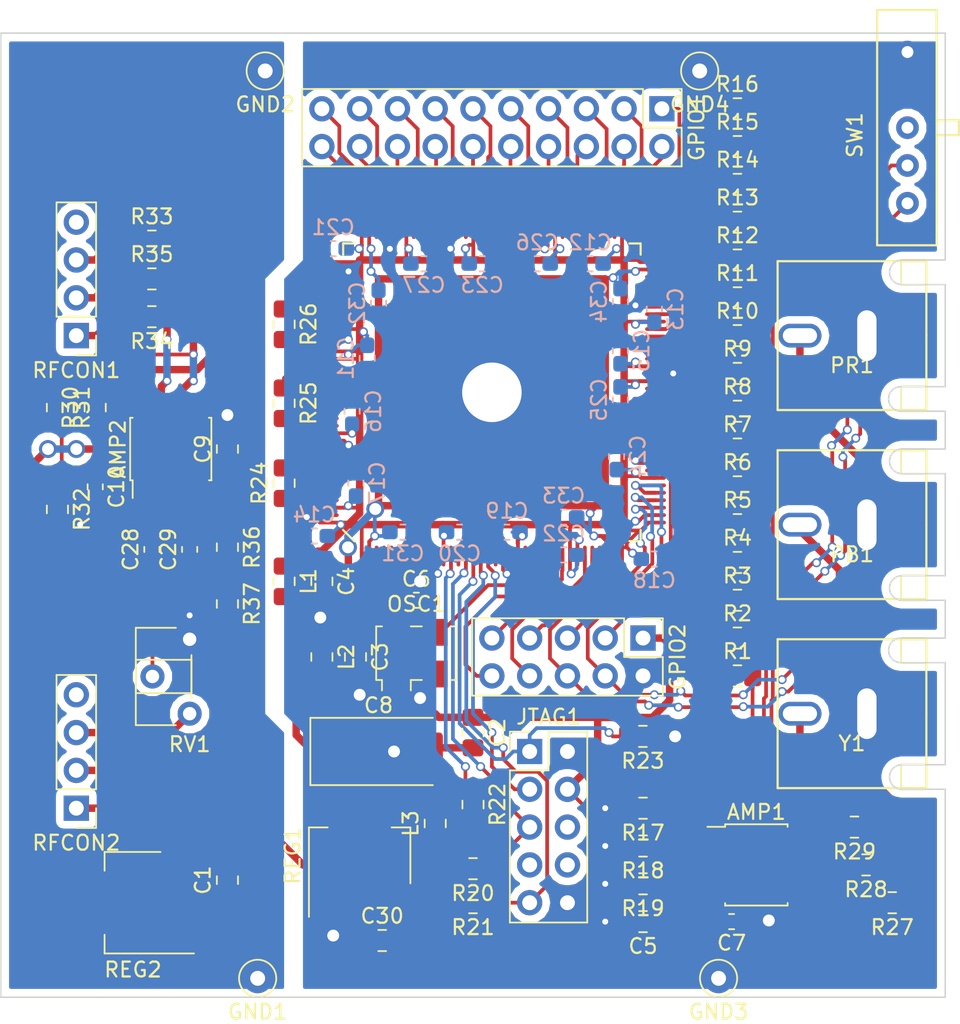
<source format=kicad_pcb>
(kicad_pcb (version 20171130) (host pcbnew "(5.0.0)")
  (layers (0 F.Cu signal) (31 B.Cu signal) (34 B.Paste user) (35 F.Paste user) (36 B.SilkS user) (37 F.SilkS user) (38 B.Mask user) (39 F.Mask user) (44 Edge.Cuts user))
  (net 0 "")
  (net 1 GND)
  (net 2 /3V3D)
  (net 3 "Net-(AMP1-Pad3)")
  (net 4 "Net-(AMP1-Pad2)")
  (net 5 "Net-(AMP1-Pad1)")
  (net 6 "Net-(AMP2-Pad1)")
  (net 7 "Net-(AMP2-Pad2)")
  (net 8 "Net-(AMP2-Pad3)")
  (net 9 /3V3X)
  (net 10 "Net-(AMP2-Pad8)")
  (net 11 "Net-(AMP2-Pad7)")
  (net 12 "Net-(AMP2-Pad6)")
  (net 13 +12V)
  (net 14 /3V3A)
  (net 15 /3V3C)
  (net 16 /3V3B)
  (net 17 "Net-(C10-Pad2)")
  (net 18 "Net-(C28-Pad1)")
  (net 19 "Net-(C29-Pad1)")
  (net 20 "Net-(GPIO1-Pad1)")
  (net 21 "Net-(GPIO1-Pad2)")
  (net 22 "Net-(GPIO1-Pad3)")
  (net 23 "Net-(GPIO1-Pad4)")
  (net 24 "Net-(GPIO1-Pad5)")
  (net 25 "Net-(GPIO1-Pad6)")
  (net 26 "Net-(GPIO1-Pad7)")
  (net 27 "Net-(GPIO1-Pad8)")
  (net 28 "Net-(GPIO1-Pad9)")
  (net 29 "Net-(GPIO1-Pad10)")
  (net 30 "Net-(GPIO1-Pad11)")
  (net 31 "Net-(GPIO1-Pad12)")
  (net 32 "Net-(GPIO1-Pad13)")
  (net 33 "Net-(GPIO1-Pad14)")
  (net 34 "Net-(GPIO1-Pad15)")
  (net 35 "Net-(GPIO1-Pad16)")
  (net 36 "Net-(GPIO1-Pad17)")
  (net 37 "Net-(GPIO1-Pad18)")
  (net 38 "Net-(GPIO1-Pad19)")
  (net 39 "Net-(GPIO1-Pad20)")
  (net 40 "Net-(GPIO2-Pad3)")
  (net 41 "Net-(GPIO2-Pad4)")
  (net 42 "Net-(GPIO2-Pad5)")
  (net 43 "Net-(GPIO2-Pad6)")
  (net 44 "Net-(GPIO2-Pad7)")
  (net 45 "Net-(GPIO2-Pad8)")
  (net 46 "Net-(GPIO2-Pad9)")
  (net 47 "Net-(GPIO2-Pad10)")
  (net 48 "Net-(JTAG1-Pad9)")
  (net 49 "Net-(JTAG1-Pad8)")
  (net 50 "Net-(JTAG1-Pad7)")
  (net 51 "Net-(JTAG1-Pad6)")
  (net 52 "Net-(JTAG1-Pad5)")
  (net 53 "Net-(JTAG1-Pad3)")
  (net 54 "Net-(JTAG1-Pad1)")
  (net 55 "Net-(OSC1-Pad3)")
  (net 56 "Net-(R1-Pad1)")
  (net 57 "Net-(R2-Pad1)")
  (net 58 "Net-(R3-Pad1)")
  (net 59 "Net-(R4-Pad1)")
  (net 60 "Net-(R5-Pad1)")
  (net 61 "Net-(R6-Pad1)")
  (net 62 "Net-(R7-Pad1)")
  (net 63 "Net-(R8-Pad1)")
  (net 64 "Net-(R9-Pad1)")
  (net 65 "Net-(R10-Pad1)")
  (net 66 "Net-(R11-Pad1)")
  (net 67 "Net-(R12-Pad1)")
  (net 68 "Net-(R13-Pad1)")
  (net 69 "Net-(R14-Pad1)")
  (net 70 "Net-(R15-Pad1)")
  (net 71 "Net-(R16-Pad1)")
  (net 72 "Net-(R22-Pad1)")
  (net 73 "Net-(R24-Pad2)")
  (net 74 "Net-(R25-Pad2)")
  (net 75 "Net-(R26-Pad2)")
  (net 76 /CHROMA_OUT)
  (net 77 /COMPOSITE_OUT)
  (net 78 /LUMA_OUT)
  (net 79 /LUMA_IN)
  (net 80 "Net-(REG1-Pad2)")
  (net 81 "Net-(REG2-Pad2)")
  (net 82 /CARRIER_SELECTOR)
  (net 83 /CHROMA_IN)
  (net 84 /AUDIO_IN)
  (net 85 "Net-(U2-Pad3)")
  (net 86 "Net-(U2-Pad4)")
  (net 87 "Net-(U2-Pad5)")
  (net 88 "Net-(U2-Pad6)")
  (net 89 "Net-(U2-Pad7)")
  (net 90 "Net-(U2-Pad8)")
  (net 91 "Net-(U2-Pad9)")
  (net 92 "Net-(U2-Pad10)")
  (net 93 "Net-(U2-Pad14)")
  (net 94 "Net-(U2-Pad19)")
  (net 95 "Net-(U2-Pad21)")
  (net 96 "Net-(U2-Pad23)")
  (net 97 "Net-(U2-Pad24)")
  (net 98 "Net-(U2-Pad26)")
  (net 99 "Net-(U2-Pad42)")
  (net 100 "Net-(U2-Pad44)")
  (net 101 "Net-(U2-Pad54)")
  (net 102 "Net-(U2-Pad55)")
  (net 103 "Net-(U2-Pad62)")
  (net 104 "Net-(U2-Pad68)")
  (net 105 "Net-(U2-Pad84)")
  (net 106 "Net-(U2-Pad85)")
  (net 107 "Net-(U2-Pad86)")
  (net 108 "Net-(U2-Pad89)")
  (net 109 "Net-(U2-Pad90)")
  (net 110 "Net-(U2-Pad94)")
  (net 111 "Net-(U2-Pad95)")
  (net 112 "Net-(U2-Pad112)")
  (net 113 "Net-(U2-Pad114)")
  (net 114 "Net-(U2-Pad116)")
  (net 115 "Net-(U2-Pad117)")
  (net 116 "Net-(U2-Pad123)")
  (net 117 "Net-(U2-Pad124)")
  (net 118 "Net-(U2-Pad125)")
  (net 119 "Net-(U2-Pad126)")
  (net 120 "Net-(U2-Pad127)")
  (net 121 "Net-(U2-Pad128)")
  (net 122 "Net-(U2-Pad129)")
  (net 123 "Net-(U2-Pad130)")
  (net 124 "Net-(U2-Pad134)")
  (net 125 "Net-(U2-Pad137)")
  (net 126 "Net-(U2-Pad138)")
  (net 127 "Net-(U2-Pad139)")
  (net 128 "Net-(U2-Pad140)")
  (net 129 "Net-(U2-Pad141)")
  (net 130 GNDA)
  (net 131 /PB)
  (net 132 /PR)
  (net 133 /Y)
  (net 134 /PR1)
  (net 135 /PB1)
  (net 136 /PY1)
  (net 137 "Net-(SW1-Pad4)")
  (module Connector_PinHeader_2.54mm:PinHeader_2x10_P2.54mm_Vertical (layer F.Cu) (at 146.05 55.88 270)
    (fp_text reference GPIO1 (at 1.27 -2.33 270) (layer F.SilkS))
    (fp_text value Conn_02x10_Odd_Even)
    (pad 1 thru_hole rect (at 0 0 270) (size 1.7 1.7) (drill 1) (layers *.Cu *.Mask) (net 20 "Net-(GPIO1-Pad1)"))
    (pad 2 thru_hole oval (at 2.54 0 270) (size 1.7 1.7) (drill 1) (layers *.Cu *.Mask) (net 21 "Net-(GPIO1-Pad2)"))
    (pad 3 thru_hole oval (at 0 2.54 270) (size 1.7 1.7) (drill 1) (layers *.Cu *.Mask) (net 22 "Net-(GPIO1-Pad3)"))
    (pad 4 thru_hole oval (at 2.54 2.54 270) (size 1.7 1.7) (drill 1) (layers *.Cu *.Mask) (net 23 "Net-(GPIO1-Pad4)"))
    (pad 5 thru_hole oval (at 0 5.08 270) (size 1.7 1.7) (drill 1) (layers *.Cu *.Mask) (net 24 "Net-(GPIO1-Pad5)"))
    (pad 6 thru_hole oval (at 2.54 5.08 270) (size 1.7 1.7) (drill 1) (layers *.Cu *.Mask) (net 25 "Net-(GPIO1-Pad6)"))
    (pad 7 thru_hole oval (at 0 7.62 270) (size 1.7 1.7) (drill 1) (layers *.Cu *.Mask) (net 26 "Net-(GPIO1-Pad7)"))
    (pad 8 thru_hole oval (at 2.54 7.62 270) (size 1.7 1.7) (drill 1) (layers *.Cu *.Mask) (net 27 "Net-(GPIO1-Pad8)"))
    (pad 9 thru_hole oval (at 0 10.16 270) (size 1.7 1.7) (drill 1) (layers *.Cu *.Mask) (net 28 "Net-(GPIO1-Pad9)"))
    (pad 10 thru_hole oval (at 2.54 10.16 270) (size 1.7 1.7) (drill 1) (layers *.Cu *.Mask) (net 29 "Net-(GPIO1-Pad10)"))
    (pad 11 thru_hole oval (at 0 12.7 270) (size 1.7 1.7) (drill 1) (layers *.Cu *.Mask) (net 30 "Net-(GPIO1-Pad11)"))
    (pad 12 thru_hole oval (at 2.54 12.7 270) (size 1.7 1.7) (drill 1) (layers *.Cu *.Mask) (net 31 "Net-(GPIO1-Pad12)"))
    (pad 13 thru_hole oval (at 0 15.24 270) (size 1.7 1.7) (drill 1) (layers *.Cu *.Mask) (net 32 "Net-(GPIO1-Pad13)"))
    (pad 14 thru_hole oval (at 2.54 15.24 270) (size 1.7 1.7) (drill 1) (layers *.Cu *.Mask) (net 33 "Net-(GPIO1-Pad14)"))
    (pad 15 thru_hole oval (at 0 17.78 270) (size 1.7 1.7) (drill 1) (layers *.Cu *.Mask) (net 34 "Net-(GPIO1-Pad15)"))
    (pad 16 thru_hole oval (at 2.54 17.78 270) (size 1.7 1.7) (drill 1) (layers *.Cu *.Mask) (net 35 "Net-(GPIO1-Pad16)"))
    (pad 17 thru_hole oval (at 0 20.32 270) (size 1.7 1.7) (drill 1) (layers *.Cu *.Mask) (net 36 "Net-(GPIO1-Pad17)"))
    (pad 18 thru_hole oval (at 2.54 20.32 270) (size 1.7 1.7) (drill 1) (layers *.Cu *.Mask) (net 37 "Net-(GPIO1-Pad18)"))
    (pad 19 thru_hole oval (at 0 22.86 270) (size 1.7 1.7) (drill 1) (layers *.Cu *.Mask) (net 38 "Net-(GPIO1-Pad19)"))
    (pad 20 thru_hole oval (at 2.54 22.86 270) (size 1.7 1.7) (drill 1) (layers *.Cu *.Mask) (net 39 "Net-(GPIO1-Pad20)"))
  )
  (module footprints:slider (layer F.Cu) (at 160.02 57.15 90)
    (fp_text reference SW1 (at -0.5 -1 90) (layer F.SilkS))
    (fp_text value SW_SP3T)
    (pad 1 thru_hole circle (at -5.08 2.54 90) (size 1.524 1.524) (drill 0.8) (layers *.Cu *.Mask) (net 43 "Net-(GPIO2-Pad6)"))
    (pad 2 thru_hole circle (at -2.54 2.54 90) (size 1.524 1.524) (drill 0.8) (layers *.Cu *.Mask) (net 41 "Net-(GPIO2-Pad4)"))
    (pad 4 thru_hole circle (at 0 2.54 90) (size 1.524 1.524) (drill 0.8) (layers *.Cu *.Mask) (net 137 "Net-(SW1-Pad4)"))
    (pad 3 thru_hole circle (at 5.08 2.54 90) (size 1.524 1.524) (drill 0.8) (layers *.Cu *.Mask) (net 1 GND))
  )
  (module Package_SO:SSOP-8_3.95x5.21x3.27mm_P1.27mm (layer F.Cu) (at 152.4 106.68)
    (fp_text reference AMP1 (at 0 -3.55) (layer F.SilkS))
    (fp_text value THS7316)
    (pad 5 smd rect (at 2.625 1.905) (size 1.45 0.8) (layers F.Cu F.Paste F.Mask) (net 1 GND))
    (pad 6 smd rect (at 2.625 0.635) (size 1.45 0.8) (layers F.Cu F.Paste F.Mask) (net 134 /PR1))
    (pad 7 smd rect (at 2.625 -0.635) (size 1.45 0.8) (layers F.Cu F.Paste F.Mask) (net 135 /PB1))
    (pad 8 smd rect (at 2.625 -1.905) (size 1.45 0.8) (layers F.Cu F.Paste F.Mask) (net 136 /PY1))
    (pad 4 smd rect (at -2.625 1.905) (size 1.45 0.8) (layers F.Cu F.Paste F.Mask) (net 2 /3V3D))
    (pad 3 smd rect (at -2.625 0.635) (size 1.45 0.8) (layers F.Cu F.Paste F.Mask) (net 3 "Net-(AMP1-Pad3)"))
    (pad 2 smd rect (at -2.625 -0.635) (size 1.45 0.8) (layers F.Cu F.Paste F.Mask) (net 4 "Net-(AMP1-Pad2)"))
    (pad 1 smd rect (at -2.625 -1.905) (size 1.45 0.8) (layers F.Cu F.Paste F.Mask) (net 5 "Net-(AMP1-Pad1)"))
  )
  (module Package_SO:SSOP-8_3.95x5.21x3.27mm_P1.27mm (layer F.Cu) (at 113.03 78.74 90)
    (fp_text reference AMP2 (at 0 -3.55 90) (layer F.SilkS))
    (fp_text value THS7316)
    (pad 1 smd rect (at -2.625 -1.905 90) (size 1.45 0.8) (layers F.Cu F.Paste F.Mask) (net 6 "Net-(AMP2-Pad1)"))
    (pad 2 smd rect (at -2.625 -0.635 90) (size 1.45 0.8) (layers F.Cu F.Paste F.Mask) (net 7 "Net-(AMP2-Pad2)"))
    (pad 3 smd rect (at -2.625 0.635 90) (size 1.45 0.8) (layers F.Cu F.Paste F.Mask) (net 8 "Net-(AMP2-Pad3)"))
    (pad 4 smd rect (at -2.625 1.905 90) (size 1.45 0.8) (layers F.Cu F.Paste F.Mask) (net 9 /3V3X))
    (pad 8 smd rect (at 2.625 -1.905 90) (size 1.45 0.8) (layers F.Cu F.Paste F.Mask) (net 10 "Net-(AMP2-Pad8)"))
    (pad 7 smd rect (at 2.625 -0.635 90) (size 1.45 0.8) (layers F.Cu F.Paste F.Mask) (net 11 "Net-(AMP2-Pad7)"))
    (pad 6 smd rect (at 2.625 0.635 90) (size 1.45 0.8) (layers F.Cu F.Paste F.Mask) (net 12 "Net-(AMP2-Pad6)"))
    (pad 5 smd rect (at 2.625 1.905 90) (size 1.45 0.8) (layers F.Cu F.Paste F.Mask) (net 130 GNDA))
  )
  (module Capacitor_SMD:C_0805_2012Metric_Pad1.15x1.40mm_HandSolder (layer F.Cu) (at 116.84 107.705 90)
    (fp_text reference C1 (at 0 -1.65 90) (layer F.SilkS))
    (fp_text value 10uF)
    (pad 1 smd roundrect (at -1.025 0 90) (size 1.15 1.4) (layers F.Cu F.Paste F.Mask) (roundrect_rratio 0.217391) (net 130 GNDA))
    (pad 2 smd roundrect (at 1.025 0 90) (size 1.15 1.4) (layers F.Cu F.Paste F.Mask) (roundrect_rratio 0.217391) (net 13 +12V))
  )
  (module Capacitor_SMD:C_0805_2012Metric_Pad1.15x1.40mm_HandSolder (layer F.Cu) (at 125.4506 92.71 270)
    (fp_text reference C3 (at 0 -1.65 270) (layer F.SilkS))
    (fp_text value 10uF)
    (pad 1 smd roundrect (at -1.025 0 270) (size 1.15 1.4) (layers F.Cu F.Paste F.Mask) (roundrect_rratio 0.217391) (net 15 /3V3C))
    (pad 2 smd roundrect (at 1.025 0 270) (size 1.15 1.4) (layers F.Cu F.Paste F.Mask) (roundrect_rratio 0.217391) (net 1 GND))
  )
  (module Capacitor_SMD:C_0805_2012Metric_Pad1.15x1.40mm_HandSolder (layer F.Cu) (at 123.19 87.63 270)
    (fp_text reference C4 (at 0 -1.65 270) (layer F.SilkS))
    (fp_text value 10uF)
    (pad 2 smd roundrect (at 1.025 0 270) (size 1.15 1.4) (layers F.Cu F.Paste F.Mask) (roundrect_rratio 0.217391) (net 1 GND))
    (pad 1 smd roundrect (at -1.025 0 270) (size 1.15 1.4) (layers F.Cu F.Paste F.Mask) (roundrect_rratio 0.217391) (net 16 /3V3B))
  )
  (module Capacitor_SMD:C_0805_2012Metric_Pad1.15x1.40mm_HandSolder (layer F.Cu) (at 144.78 110.49 180)
    (fp_text reference C5 (at 0 -1.65 180) (layer F.SilkS))
    (fp_text value 10uF)
    (pad 2 smd roundrect (at 1.025 0 180) (size 1.15 1.4) (layers F.Cu F.Paste F.Mask) (roundrect_rratio 0.217391) (net 1 GND))
    (pad 1 smd roundrect (at -1.025 0 180) (size 1.15 1.4) (layers F.Cu F.Paste F.Mask) (roundrect_rratio 0.217391) (net 2 /3V3D))
  )
  (module Capacitor_SMD:C_0603_1608Metric_Pad1.05x0.95mm_HandSolder (layer F.Cu) (at 129.54 88.9)
    (fp_text reference C6 (at 0 -1.43) (layer F.SilkS))
    (fp_text value 100nF)
    (pad 2 smd roundrect (at 0.875 0) (size 1.05 0.95) (layers F.Cu F.Paste F.Mask) (net 1 GND))
    (pad 1 smd roundrect (at -0.875 0) (size 1.05 0.95) (layers F.Cu F.Paste F.Mask) (net 14 /3V3A))
  )
  (module Capacitor_SMD:C_0603_1608Metric_Pad1.05x0.95mm_HandSolder (layer F.Cu) (at 150.735 110.49 180)
    (fp_text reference C7 (at 0 -1.43 180) (layer F.SilkS))
    (fp_text value 100nF)
    (pad 1 smd roundrect (at -0.875 0 180) (size 1.05 0.95) (layers F.Cu F.Paste F.Mask) (net 1 GND))
    (pad 2 smd roundrect (at 0.875 0 180) (size 1.05 0.95) (layers F.Cu F.Paste F.Mask) (net 2 /3V3D))
  )
  (module Capacitor_Tantalum_SMD:CP_EIA-7343-15_Kemet-W_Pad2.25x2.55mm_HandSolder (layer F.Cu) (at 127 99.06)
    (fp_text reference C8 (at 0 -3.1) (layer F.SilkS))
    (fp_text value 100uF)
    (pad 1 smd roundrect (at -3.2 0) (size 2.25 2.55) (layers F.Cu F.Paste F.Mask) (roundrect_rratio 0.111111) (net 14 /3V3A))
    (pad 2 smd roundrect (at 3.2 0) (size 2.25 2.55) (layers F.Cu F.Paste F.Mask) (roundrect_rratio 0.111111) (net 1 GND))
  )
  (module Capacitor_SMD:C_0805_2012Metric_Pad1.15x1.40mm_HandSolder (layer F.Cu) (at 116.84 78.74 90)
    (fp_text reference C9 (at 0 -1.65 90) (layer F.SilkS))
    (fp_text value 10uF)
    (pad 1 smd roundrect (at -1.025 0 90) (size 1.15 1.4) (layers F.Cu F.Paste F.Mask) (roundrect_rratio 0.217391) (net 9 /3V3X))
    (pad 2 smd roundrect (at 1.025 0 90) (size 1.15 1.4) (layers F.Cu F.Paste F.Mask) (roundrect_rratio 0.217391) (net 130 GNDA))
  )
  (module Capacitor_SMD:C_0603_1608Metric_Pad1.05x0.95mm_HandSolder (layer F.Cu) (at 107.95 81.28 270)
    (fp_text reference C10 (at 0 -1.43 270) (layer F.SilkS))
    (fp_text value 100nF)
    (pad 2 smd roundrect (at 0.875 0 270) (size 1.05 0.95) (layers F.Cu F.Paste F.Mask) (net 17 "Net-(C10-Pad2)"))
    (pad 1 smd roundrect (at -0.875 0 270) (size 1.05 0.95) (layers F.Cu F.Paste F.Mask) (net 7 "Net-(AMP2-Pad2)"))
  )
  (module Capacitor_SMD:C_0603_1608Metric_Pad1.05x0.95mm_HandSolder (layer B.Cu) (at 126.238 72.644 270)
    (fp_text reference C11 (at 0 1.43 270) (layer B.SilkS) (effects (justify mirror)))
    (fp_text value 100nF)
    (pad 2 smd roundrect (at 0.875 0 270) (size 1.05 0.95) (layers B.Cu B.Paste B.Mask) (net 1 GND))
    (pad 1 smd roundrect (at -0.875 0 270) (size 1.05 0.95) (layers B.Cu B.Paste B.Mask) (net 16 /3V3B))
  )
  (module Capacitor_SMD:C_0603_1608Metric_Pad1.05x0.95mm_HandSolder (layer B.Cu) (at 141.224 66.294 180)
    (fp_text reference C12 (at 0 1.43 180) (layer B.SilkS) (effects (justify mirror)))
    (fp_text value 100nF)
    (pad 1 smd roundrect (at -0.875 0 180) (size 1.05 0.95) (layers B.Cu B.Paste B.Mask) (net 16 /3V3B))
    (pad 2 smd roundrect (at 0.875 0 180) (size 1.05 0.95) (layers B.Cu B.Paste B.Mask) (net 1 GND))
  )
  (module Capacitor_SMD:C_0603_1608Metric_Pad1.05x0.95mm_HandSolder (layer B.Cu) (at 145.542 69.342 90)
    (fp_text reference C13 (at 0 1.43 90) (layer B.SilkS) (effects (justify mirror)))
    (fp_text value 100nF)
    (pad 2 smd roundrect (at 0.875 0 90) (size 1.05 0.95) (layers B.Cu B.Paste B.Mask) (net 1 GND))
    (pad 1 smd roundrect (at -0.875 0 90) (size 1.05 0.95) (layers B.Cu B.Paste B.Mask) (net 16 /3V3B))
  )
  (module Capacitor_SMD:C_0603_1608Metric_Pad1.05x0.95mm_HandSolder (layer B.Cu) (at 122.682 84.582 180)
    (fp_text reference C14 (at 0 1.43 180) (layer B.SilkS) (effects (justify mirror)))
    (fp_text value 100nF)
    (pad 1 smd roundrect (at -0.875 0 180) (size 1.05 0.95) (layers B.Cu B.Paste B.Mask) (net 16 /3V3B))
    (pad 2 smd roundrect (at 0.875 0 180) (size 1.05 0.95) (layers B.Cu B.Paste B.Mask) (net 1 GND))
  )
  (module Capacitor_SMD:C_0603_1608Metric_Pad1.05x0.95mm_HandSolder (layer B.Cu) (at 143.256 72.136 90)
    (fp_text reference C15 (at 0 1.43 90) (layer B.SilkS) (effects (justify mirror)))
    (fp_text value 100nF)
    (pad 2 smd roundrect (at 0.875 0 90) (size 1.05 0.95) (layers B.Cu B.Paste B.Mask) (net 1 GND))
    (pad 1 smd roundrect (at -0.875 0 90) (size 1.05 0.95) (layers B.Cu B.Paste B.Mask) (net 16 /3V3B))
  )
  (module Capacitor_SMD:C_0603_1608Metric_Pad1.05x0.95mm_HandSolder (layer B.Cu) (at 125.222 76.2 90)
    (fp_text reference C16 (at 0 1.43 90) (layer B.SilkS) (effects (justify mirror)))
    (fp_text value 100nF)
    (pad 1 smd roundrect (at -0.875 0 90) (size 1.05 0.95) (layers B.Cu B.Paste B.Mask) (net 16 /3V3B))
    (pad 2 smd roundrect (at 0.875 0 90) (size 1.05 0.95) (layers B.Cu B.Paste B.Mask) (net 1 GND))
  )
  (module Capacitor_SMD:C_0603_1608Metric_Pad1.05x0.95mm_HandSolder (layer B.Cu) (at 125.476 81.026 90)
    (fp_text reference C17 (at 0 1.43 90) (layer B.SilkS) (effects (justify mirror)))
    (fp_text value 100nF)
    (pad 2 smd roundrect (at 0.875 0 90) (size 1.05 0.95) (layers B.Cu B.Paste B.Mask) (net 1 GND))
    (pad 1 smd roundrect (at -0.875 0 90) (size 1.05 0.95) (layers B.Cu B.Paste B.Mask) (net 16 /3V3B))
  )
  (module Capacitor_SMD:C_0603_1608Metric_Pad1.05x0.95mm_HandSolder (layer B.Cu) (at 145.542 86.1314)
    (fp_text reference C18 (at 0 1.43) (layer B.SilkS) (effects (justify mirror)))
    (fp_text value 100nF)
    (pad 1 smd roundrect (at -0.875 0) (size 1.05 0.95) (layers B.Cu B.Paste B.Mask) (net 16 /3V3B))
    (pad 2 smd roundrect (at 0.875 0) (size 1.05 0.95) (layers B.Cu B.Paste B.Mask) (net 1 GND))
  )
  (module Capacitor_SMD:C_0603_1608Metric_Pad1.05x0.95mm_HandSolder (layer B.Cu) (at 135.636 84.328 180)
    (fp_text reference C19 (at 0 1.43 180) (layer B.SilkS) (effects (justify mirror)))
    (fp_text value 100nF)
    (pad 2 smd roundrect (at 0.875 0 180) (size 1.05 0.95) (layers B.Cu B.Paste B.Mask) (net 1 GND))
    (pad 1 smd roundrect (at -0.875 0 180) (size 1.05 0.95) (layers B.Cu B.Paste B.Mask) (net 16 /3V3B))
  )
  (module Capacitor_SMD:C_0603_1608Metric_Pad1.05x0.95mm_HandSolder (layer B.Cu) (at 132.447 84.328)
    (fp_text reference C20 (at 0 1.43) (layer B.SilkS) (effects (justify mirror)))
    (fp_text value 100nF)
    (pad 1 smd roundrect (at -0.875 0) (size 1.05 0.95) (layers B.Cu B.Paste B.Mask) (net 16 /3V3B))
    (pad 2 smd roundrect (at 0.875 0) (size 1.05 0.95) (layers B.Cu B.Paste B.Mask) (net 1 GND))
  )
  (module Capacitor_SMD:C_0603_1608Metric_Pad1.05x0.95mm_HandSolder (layer B.Cu) (at 123.952 65.278 180)
    (fp_text reference C21 (at 0 1.43 180) (layer B.SilkS) (effects (justify mirror)))
    (fp_text value 100nF)
    (pad 2 smd roundrect (at 0.875 0 180) (size 1.05 0.95) (layers B.Cu B.Paste B.Mask) (net 1 GND))
    (pad 1 smd roundrect (at -0.875 0 180) (size 1.05 0.95) (layers B.Cu B.Paste B.Mask) (net 16 /3V3B))
  )
  (module Capacitor_SMD:C_0603_1608Metric_Pad1.05x0.95mm_HandSolder (layer B.Cu) (at 139.446 85.852 180)
    (fp_text reference C22 (at 0 1.43 180) (layer B.SilkS) (effects (justify mirror)))
    (fp_text value 100nF)
    (pad 1 smd roundrect (at -0.875 0 180) (size 1.05 0.95) (layers B.Cu B.Paste B.Mask) (net 16 /3V3B))
    (pad 2 smd roundrect (at 0.875 0 180) (size 1.05 0.95) (layers B.Cu B.Paste B.Mask) (net 1 GND))
  )
  (module Capacitor_SMD:C_0603_1608Metric_Pad1.05x0.95mm_HandSolder (layer B.Cu) (at 133.971 66.294)
    (fp_text reference C23 (at 0 1.43) (layer B.SilkS) (effects (justify mirror)))
    (fp_text value 100nF)
    (pad 1 smd roundrect (at -0.875 0) (size 1.05 0.95) (layers B.Cu B.Paste B.Mask) (net 16 /3V3B))
    (pad 2 smd roundrect (at 0.875 0) (size 1.05 0.95) (layers B.Cu B.Paste B.Mask) (net 1 GND))
  )
  (module Capacitor_SMD:C_0603_1608Metric_Pad1.05x0.95mm_HandSolder (layer B.Cu) (at 143.002 79.248 90)
    (fp_text reference C24 (at 0 1.43 90) (layer B.SilkS) (effects (justify mirror)))
    (fp_text value 100nF)
    (pad 2 smd roundrect (at 0.875 0 90) (size 1.05 0.95) (layers B.Cu B.Paste B.Mask) (net 1 GND))
    (pad 1 smd roundrect (at -0.875 0 90) (size 1.05 0.95) (layers B.Cu B.Paste B.Mask) (net 16 /3V3B))
  )
  (module Capacitor_SMD:C_0603_1608Metric_Pad1.05x0.95mm_HandSolder (layer B.Cu) (at 143.256 75.438 270)
    (fp_text reference C25 (at 0 1.43 270) (layer B.SilkS) (effects (justify mirror)))
    (fp_text value 100nF)
    (pad 1 smd roundrect (at -0.875 0 270) (size 1.05 0.95) (layers B.Cu B.Paste B.Mask) (net 16 /3V3B))
    (pad 2 smd roundrect (at 0.875 0 270) (size 1.05 0.95) (layers B.Cu B.Paste B.Mask) (net 1 GND))
  )
  (module Capacitor_SMD:C_0603_1608Metric_Pad1.05x0.95mm_HandSolder (layer B.Cu) (at 137.668 66.294 180)
    (fp_text reference C26 (at 0 1.43 180) (layer B.SilkS) (effects (justify mirror)))
    (fp_text value 100nF)
    (pad 2 smd roundrect (at 0.875 0 180) (size 1.05 0.95) (layers B.Cu B.Paste B.Mask) (net 1 GND))
    (pad 1 smd roundrect (at -0.875 0 180) (size 1.05 0.95) (layers B.Cu B.Paste B.Mask) (net 16 /3V3B))
  )
  (module Capacitor_SMD:C_0603_1608Metric_Pad1.05x0.95mm_HandSolder (layer B.Cu) (at 130.048 66.294)
    (fp_text reference C27 (at 0 1.43) (layer B.SilkS) (effects (justify mirror)))
    (fp_text value 100nF)
    (pad 2 smd roundrect (at 0.875 0) (size 1.05 0.95) (layers B.Cu B.Paste B.Mask) (net 1 GND))
    (pad 1 smd roundrect (at -0.875 0) (size 1.05 0.95) (layers B.Cu B.Paste B.Mask) (net 16 /3V3B))
  )
  (module Capacitor_SMD:C_0603_1608Metric_Pad1.05x0.95mm_HandSolder (layer F.Cu) (at 111.76 85.485 90)
    (fp_text reference C28 (at 0 -1.43 90) (layer F.SilkS))
    (fp_text value 100nF)
    (pad 1 smd roundrect (at -0.875 0 90) (size 1.05 0.95) (layers F.Cu F.Paste F.Mask) (net 18 "Net-(C28-Pad1)"))
    (pad 2 smd roundrect (at 0.875 0 90) (size 1.05 0.95) (layers F.Cu F.Paste F.Mask) (net 6 "Net-(AMP2-Pad1)"))
  )
  (module Capacitor_SMD:C_0603_1608Metric_Pad1.05x0.95mm_HandSolder (layer F.Cu) (at 114.3 85.485 90)
    (fp_text reference C29 (at 0 -1.43 90) (layer F.SilkS))
    (fp_text value 100nF)
    (pad 1 smd roundrect (at -0.875 0 90) (size 1.05 0.95) (layers F.Cu F.Paste F.Mask) (net 19 "Net-(C29-Pad1)"))
    (pad 2 smd roundrect (at 0.875 0 90) (size 1.05 0.95) (layers F.Cu F.Paste F.Mask) (net 8 "Net-(AMP2-Pad3)"))
  )
  (module Capacitor_SMD:C_0603_1608Metric_Pad1.05x0.95mm_HandSolder (layer B.Cu) (at 128.637 84.328)
    (fp_text reference C31 (at 0 1.43) (layer B.SilkS) (effects (justify mirror)))
    (fp_text value 100nF)
    (pad 1 smd roundrect (at -0.875 0) (size 1.05 0.95) (layers B.Cu B.Paste B.Mask) (net 15 /3V3C))
    (pad 2 smd roundrect (at 0.875 0) (size 1.05 0.95) (layers B.Cu B.Paste B.Mask) (net 1 GND))
  )
  (module Capacitor_SMD:C_0603_1608Metric_Pad1.05x0.95mm_HandSolder (layer B.Cu) (at 127 68.947 270)
    (fp_text reference C32 (at 0 1.43 270) (layer B.SilkS) (effects (justify mirror)))
    (fp_text value 100nF)
    (pad 2 smd roundrect (at 0.875 0 270) (size 1.05 0.95) (layers B.Cu B.Paste B.Mask) (net 1 GND))
    (pad 1 smd roundrect (at -0.875 0 270) (size 1.05 0.95) (layers B.Cu B.Paste B.Mask) (net 15 /3V3C))
  )
  (module Capacitor_SMD:C_0603_1608Metric_Pad1.05x0.95mm_HandSolder (layer B.Cu) (at 139.446 83.312 180)
    (fp_text reference C33 (at 0 1.43 180) (layer B.SilkS) (effects (justify mirror)))
    (fp_text value 100nF)
    (pad 1 smd roundrect (at -0.875 0 180) (size 1.05 0.95) (layers B.Cu B.Paste B.Mask) (net 15 /3V3C))
    (pad 2 smd roundrect (at 0.875 0 180) (size 1.05 0.95) (layers B.Cu B.Paste B.Mask) (net 1 GND))
  )
  (module Capacitor_SMD:C_0603_1608Metric_Pad1.05x0.95mm_HandSolder (layer B.Cu) (at 143.256 68.834 270)
    (fp_text reference C34 (at 0 1.43 270) (layer B.SilkS) (effects (justify mirror)))
    (fp_text value 100nF)
    (pad 2 smd roundrect (at 0.875 0 270) (size 1.05 0.95) (layers B.Cu B.Paste B.Mask) (net 1 GND))
    (pad 1 smd roundrect (at -0.875 0 270) (size 1.05 0.95) (layers B.Cu B.Paste B.Mask) (net 15 /3V3C))
  )
  (module Connector_Pin:Pin_D1.0mm_L10.0mm (layer F.Cu) (at 118.872 114.3)
    (fp_text reference GND1 (at 0 2.25) (layer F.SilkS))
    (fp_text value Conn_01x01)
    (pad 1 thru_hole circle (at 0 0) (size 2 2) (drill 1) (layers *.Cu *.Mask) (net 130 GNDA))
  )
  (module Connector_Pin:Pin_D1.0mm_L10.0mm (layer F.Cu) (at 119.38 53.34)
    (fp_text reference GND2 (at 0 2.25) (layer F.SilkS))
    (fp_text value Conn_01x01)
    (pad 1 thru_hole circle (at 0 0) (size 2 2) (drill 1) (layers *.Cu *.Mask) (net 130 GNDA))
  )
  (module Connector_Pin:Pin_D1.0mm_L10.0mm (layer F.Cu) (at 149.86 114.3)
    (fp_text reference GND3 (at 0 2.25) (layer F.SilkS))
    (fp_text value Conn_01x01)
    (pad 1 thru_hole circle (at 0 0) (size 2 2) (drill 1) (layers *.Cu *.Mask) (net 1 GND))
  )
  (module Connector_Pin:Pin_D1.0mm_L10.0mm (layer F.Cu) (at 148.59 53.34)
    (fp_text reference GND4 (at 0 2.25) (layer F.SilkS))
    (fp_text value Conn_01x01)
    (pad 1 thru_hole circle (at 0 0) (size 2 2) (drill 1) (layers *.Cu *.Mask) (net 1 GND))
  )
  (module Connector_PinHeader_2.54mm:PinHeader_2x05_P2.54mm_Vertical (layer F.Cu) (at 144.78 91.44 270)
    (fp_text reference GPIO2 (at 1.27 -2.33 270) (layer F.SilkS))
    (fp_text value Conn_02x05_Odd_Even)
    (pad 1 thru_hole rect (at 0 0 270) (size 1.7 1.7) (drill 1) (layers *.Cu *.Mask) (net 14 /3V3A))
    (pad 2 thru_hole oval (at 2.54 0 270) (size 1.7 1.7) (drill 1) (layers *.Cu *.Mask) (net 1 GND))
    (pad 3 thru_hole oval (at 0 2.54 270) (size 1.7 1.7) (drill 1) (layers *.Cu *.Mask) (net 40 "Net-(GPIO2-Pad3)"))
    (pad 4 thru_hole oval (at 2.54 2.54 270) (size 1.7 1.7) (drill 1) (layers *.Cu *.Mask) (net 41 "Net-(GPIO2-Pad4)"))
    (pad 5 thru_hole oval (at 0 5.08 270) (size 1.7 1.7) (drill 1) (layers *.Cu *.Mask) (net 42 "Net-(GPIO2-Pad5)"))
    (pad 6 thru_hole oval (at 2.54 5.08 270) (size 1.7 1.7) (drill 1) (layers *.Cu *.Mask) (net 43 "Net-(GPIO2-Pad6)"))
    (pad 7 thru_hole oval (at 0 7.62 270) (size 1.7 1.7) (drill 1) (layers *.Cu *.Mask) (net 44 "Net-(GPIO2-Pad7)"))
    (pad 8 thru_hole oval (at 2.54 7.62 270) (size 1.7 1.7) (drill 1) (layers *.Cu *.Mask) (net 45 "Net-(GPIO2-Pad8)"))
    (pad 9 thru_hole oval (at 0 10.16 270) (size 1.7 1.7) (drill 1) (layers *.Cu *.Mask) (net 46 "Net-(GPIO2-Pad9)"))
    (pad 10 thru_hole oval (at 2.54 10.16 270) (size 1.7 1.7) (drill 1) (layers *.Cu *.Mask) (net 47 "Net-(GPIO2-Pad10)"))
  )
  (module Connector_PinHeader_2.54mm:PinHeader_2x05_P2.54mm_Vertical (layer F.Cu) (at 137.16 99.06)
    (fp_text reference JTAG1 (at 1.27 -2.33) (layer F.SilkS))
    (fp_text value Conn_02x05_Odd_Even)
    (pad 10 thru_hole oval (at 2.54 10.16) (size 1.7 1.7) (drill 1) (layers *.Cu *.Mask) (net 1 GND))
    (pad 9 thru_hole oval (at 0 10.16) (size 1.7 1.7) (drill 1) (layers *.Cu *.Mask) (net 48 "Net-(JTAG1-Pad9)"))
    (pad 8 thru_hole oval (at 2.54 7.62) (size 1.7 1.7) (drill 1) (layers *.Cu *.Mask) (net 49 "Net-(JTAG1-Pad8)"))
    (pad 7 thru_hole oval (at 0 7.62) (size 1.7 1.7) (drill 1) (layers *.Cu *.Mask) (net 50 "Net-(JTAG1-Pad7)"))
    (pad 6 thru_hole oval (at 2.54 5.08) (size 1.7 1.7) (drill 1) (layers *.Cu *.Mask) (net 51 "Net-(JTAG1-Pad6)"))
    (pad 5 thru_hole oval (at 0 5.08) (size 1.7 1.7) (drill 1) (layers *.Cu *.Mask) (net 52 "Net-(JTAG1-Pad5)"))
    (pad 4 thru_hole oval (at 2.54 2.54) (size 1.7 1.7) (drill 1) (layers *.Cu *.Mask) (net 14 /3V3A))
    (pad 3 thru_hole oval (at 0 2.54) (size 1.7 1.7) (drill 1) (layers *.Cu *.Mask) (net 53 "Net-(JTAG1-Pad3)"))
    (pad 2 thru_hole oval (at 2.54 0) (size 1.7 1.7) (drill 1) (layers *.Cu *.Mask) (net 1 GND))
    (pad 1 thru_hole rect (at 0 0) (size 1.7 1.7) (drill 1) (layers *.Cu *.Mask) (net 54 "Net-(JTAG1-Pad1)"))
  )
  (module Inductor_SMD:L_0805_2012Metric_Pad1.15x1.40mm_HandSolder (layer F.Cu) (at 120.65 87.63 270)
    (fp_text reference L1 (at 0 -1.65 270) (layer F.SilkS))
    (fp_text value 10uH)
    (pad 2 smd roundrect (at 1.025 0 270) (size 1.15 1.4) (layers F.Cu F.Paste F.Mask) (roundrect_rratio 0.217391) (net 14 /3V3A))
    (pad 1 smd roundrect (at -1.025 0 270) (size 1.15 1.4) (layers F.Cu F.Paste F.Mask) (roundrect_rratio 0.217391) (net 16 /3V3B))
  )
  (module Inductor_SMD:L_0805_2012Metric_Pad1.15x1.40mm_HandSolder (layer F.Cu) (at 123.19 92.71 270)
    (fp_text reference L2 (at 0 -1.65 270) (layer F.SilkS))
    (fp_text value 10uH)
    (pad 1 smd roundrect (at -1.025 0 270) (size 1.15 1.4) (layers F.Cu F.Paste F.Mask) (roundrect_rratio 0.217391) (net 15 /3V3C))
    (pad 2 smd roundrect (at 1.025 0 270) (size 1.15 1.4) (layers F.Cu F.Paste F.Mask) (roundrect_rratio 0.217391) (net 14 /3V3A))
  )
  (module Inductor_SMD:L_0805_2012Metric_Pad1.15x1.40mm_HandSolder (layer F.Cu) (at 130.81 103.895 90)
    (fp_text reference L3 (at 0 -1.65 90) (layer F.SilkS))
    (fp_text value 10uH)
    (pad 1 smd roundrect (at -1.025 0 90) (size 1.15 1.4) (layers F.Cu F.Paste F.Mask) (roundrect_rratio 0.217391) (net 2 /3V3D))
    (pad 2 smd roundrect (at 1.025 0 90) (size 1.15 1.4) (layers F.Cu F.Paste F.Mask) (roundrect_rratio 0.217391) (net 14 /3V3A))
  )
  (module Oscillator:Oscillator_SMD_EuroQuartz_XO53-4Pin_5.0x3.2mm_HandSoldering (layer F.Cu) (at 129.54 92.456)
    (fp_text reference OSC1 (at 0 -3.3) (layer F.SilkS))
    (fp_text value LFSPXO024957)
    (pad 1 smd rect (at -1.34 1.4) (size 1.54 1.8) (layers F.Cu F.Paste F.Mask) (net 14 /3V3A))
    (pad 2 smd rect (at 1.34 1.4) (size 1.54 1.8) (layers F.Cu F.Paste F.Mask) (net 1 GND))
    (pad 3 smd rect (at 1.34 -1.4) (size 1.54 1.8) (layers F.Cu F.Paste F.Mask) (net 55 "Net-(OSC1-Pad3)"))
    (pad 4 smd rect (at -1.34 -1.4) (size 1.54 1.8) (layers F.Cu F.Paste F.Mask) (net 14 /3V3A))
  )
  (module footprints:RCA_JACK (layer F.Cu) (at 163.83 83.82)
    (fp_text reference PB1 (at -5 2) (layer F.SilkS))
    (fp_text value Conn_Coaxial)
    (pad 2 thru_hole oval (at -4 0) (size 1.9 4) (drill oval 1.3 3.4) (layers *.Cu *.Mask) (net 1 GND))
    (pad 1 thru_hole oval (at -8.5 0) (size 2.9 1.6) (drill oval 2.3 1) (layers *.Cu *.Mask) (net 131 /PB))
  )
  (module footprints:RCA_JACK (layer F.Cu) (at 163.83 71.12)
    (fp_text reference PR1 (at -5 2) (layer F.SilkS))
    (fp_text value Conn_Coaxial)
    (pad 1 thru_hole oval (at -8.5 0) (size 2.9 1.6) (drill oval 2.3 1) (layers *.Cu *.Mask) (net 132 /PR))
    (pad 2 thru_hole oval (at -4 0) (size 1.9 4) (drill oval 1.3 3.4) (layers *.Cu *.Mask) (net 1 GND))
  )
  (module Package_TO_SOT_SMD:SOT-223 (layer F.Cu) (at 125.73 106.07 90)
    (fp_text reference REG1 (at 0 -4.5 90) (layer F.SilkS))
    (fp_text value LM1117IMPX-3.3)
    (pad 4 smd rect (at 3.15 0 90) (size 2 3.8) (layers F.Cu F.Paste F.Mask) (net 14 /3V3A))
    (pad 2 smd rect (at -3.15 0 90) (size 2 1.5) (layers F.Cu F.Paste F.Mask) (net 80 "Net-(REG1-Pad2)"))
    (pad 3 smd rect (at -3.15 2.3 90) (size 2 1.5) (layers F.Cu F.Paste F.Mask) (net 13 +12V))
    (pad 1 smd rect (at -3.15 -2.3 90) (size 2 1.5) (layers F.Cu F.Paste F.Mask) (net 1 GND))
  )
  (module Package_TO_SOT_SMD:SOT-223 (layer F.Cu) (at 110.49 109.22 180)
    (fp_text reference REG2 (at 0 -4.5 180) (layer F.SilkS))
    (fp_text value LM1117IMPX-3.3)
    (pad 1 smd rect (at -3.15 -2.3 180) (size 2 1.5) (layers F.Cu F.Paste F.Mask) (net 130 GNDA))
    (pad 3 smd rect (at -3.15 2.3 180) (size 2 1.5) (layers F.Cu F.Paste F.Mask) (net 13 +12V))
    (pad 2 smd rect (at -3.15 0 180) (size 2 1.5) (layers F.Cu F.Paste F.Mask) (net 81 "Net-(REG2-Pad2)"))
    (pad 4 smd rect (at 3.15 0 180) (size 2 3.8) (layers F.Cu F.Paste F.Mask) (net 9 /3V3X))
  )
  (module Connector_PinHeader_2.54mm:PinHeader_1x04_P2.54mm_Vertical (layer F.Cu) (at 106.68 71.12 180)
    (fp_text reference RFCON1 (at 0 -2.33 180) (layer F.SilkS))
    (fp_text value Conn_01x04)
    (pad 4 thru_hole oval (at 0 7.62 180) (size 1.7 1.7) (drill 1) (layers *.Cu *.Mask) (net 82 /CARRIER_SELECTOR))
    (pad 3 thru_hole oval (at 0 5.08 180) (size 1.7 1.7) (drill 1) (layers *.Cu *.Mask) (net 76 /CHROMA_OUT))
    (pad 2 thru_hole oval (at 0 2.54 180) (size 1.7 1.7) (drill 1) (layers *.Cu *.Mask) (net 78 /LUMA_OUT))
    (pad 1 thru_hole rect (at 0 0 180) (size 1.7 1.7) (drill 1) (layers *.Cu *.Mask) (net 77 /COMPOSITE_OUT))
  )
  (module Connector_PinHeader_2.54mm:PinHeader_1x04_P2.54mm_Vertical (layer F.Cu) (at 106.68 102.87 180)
    (fp_text reference RFCON2 (at 0 -2.33 180) (layer F.SilkS))
    (fp_text value Conn_01x04)
    (pad 1 thru_hole rect (at 0 0 180) (size 1.7 1.7) (drill 1) (layers *.Cu *.Mask) (net 13 +12V))
    (pad 2 thru_hole oval (at 0 2.54 180) (size 1.7 1.7) (drill 1) (layers *.Cu *.Mask) (net 79 /LUMA_IN))
    (pad 3 thru_hole oval (at 0 5.08 180) (size 1.7 1.7) (drill 1) (layers *.Cu *.Mask) (net 83 /CHROMA_IN))
    (pad 4 thru_hole oval (at 0 7.62 180) (size 1.7 1.7) (drill 1) (layers *.Cu *.Mask) (net 84 /AUDIO_IN))
  )
  (module Potentiometer_THT:Potentiometer_ACP_CA6-H2,5_Horizontal (layer F.Cu) (at 114.3 96.52 180)
    (fp_text reference RV1 (at 0 -2.06 180) (layer F.SilkS))
    (fp_text value 1k)
    (pad 3 thru_hole circle (at 0 5 180) (size 1.62 1.62) (drill 0.9) (layers *.Cu *.Mask) (net 130 GNDA))
    (pad 2 thru_hole circle (at 2.5 2.5 180) (size 1.62 1.62) (drill 0.9) (layers *.Cu *.Mask) (net 18 "Net-(C28-Pad1)"))
    (pad 1 thru_hole circle (at 0 0 180) (size 1.62 1.62) (drill 0.9) (layers *.Cu *.Mask) (net 83 /CHROMA_IN))
  )
  (module footprints:QFP_144_GND (layer F.Cu) (at 134.62 74.93 90)
    (fp_text reference U2 hide)
    (fp_text value 10M02SCE144 hide)
    (pad 1 smd oval (at -11 -8.75 180) (size 0.25 1.4) (layers F.Cu F.Paste F.Mask) (net 16 /3V3B))
    (pad 2 smd oval (at -11 -8.25 180) (size 0.25 1.4) (layers F.Cu F.Paste F.Mask) (net 15 /3V3C))
    (pad 3 smd oval (at -11 -7.75 180) (size 0.25 1.4) (layers F.Cu F.Paste F.Mask) (net 85 "Net-(U2-Pad3)"))
    (pad 4 smd oval (at -11 -7.25 180) (size 0.25 1.4) (layers F.Cu F.Paste F.Mask) (net 86 "Net-(U2-Pad4)"))
    (pad 5 smd oval (at -11 -6.75 180) (size 0.25 1.4) (layers F.Cu F.Paste F.Mask) (net 87 "Net-(U2-Pad5)"))
    (pad 6 smd oval (at -11 -6.25 180) (size 0.25 1.4) (layers F.Cu F.Paste F.Mask) (net 88 "Net-(U2-Pad6)"))
    (pad 7 smd oval (at -11 -5.75 180) (size 0.25 1.4) (layers F.Cu F.Paste F.Mask) (net 89 "Net-(U2-Pad7)"))
    (pad 8 smd oval (at -11 -5.25 180) (size 0.25 1.4) (layers F.Cu F.Paste F.Mask) (net 90 "Net-(U2-Pad8)"))
    (pad 9 smd oval (at -11 -4.75 180) (size 0.25 1.4) (layers F.Cu F.Paste F.Mask) (net 91 "Net-(U2-Pad9)"))
    (pad 10 smd oval (at -11 -4.25 180) (size 0.25 1.4) (layers F.Cu F.Paste F.Mask) (net 92 "Net-(U2-Pad10)"))
    (pad 11 smd oval (at -11 -3.75 180) (size 0.25 1.4) (layers F.Cu F.Paste F.Mask) (net 1 GND))
    (pad 12 smd oval (at -11 -3.25 180) (size 0.25 1.4) (layers F.Cu F.Paste F.Mask) (net 16 /3V3B))
    (pad 13 smd oval (at -11 -2.75 180) (size 0.25 1.4) (layers F.Cu F.Paste F.Mask) (net 72 "Net-(R22-Pad1)"))
    (pad 14 smd oval (at -11 -2.25 180) (size 0.25 1.4) (layers F.Cu F.Paste F.Mask) (net 93 "Net-(U2-Pad14)"))
    (pad 15 smd oval (at -11 -1.75 180) (size 0.25 1.4) (layers F.Cu F.Paste F.Mask) (net 52 "Net-(JTAG1-Pad5)"))
    (pad 16 smd oval (at -11 -1.25 180) (size 0.25 1.4) (layers F.Cu F.Paste F.Mask) (net 54 "Net-(JTAG1-Pad1)"))
    (pad 17 smd oval (at -11 -0.75 180) (size 0.25 1.4) (layers F.Cu F.Paste F.Mask) (net 48 "Net-(JTAG1-Pad9)"))
    (pad 18 smd oval (at -11 -0.25 180) (size 0.25 1.4) (layers F.Cu F.Paste F.Mask) (net 53 "Net-(JTAG1-Pad3)"))
    (pad 19 smd oval (at -11 0.25 180) (size 0.25 1.4) (layers F.Cu F.Paste F.Mask) (net 94 "Net-(U2-Pad19)"))
    (pad 20 smd oval (at -11 0.75 180) (size 0.25 1.4) (layers F.Cu F.Paste F.Mask) (net 1 GND))
    (pad 21 smd oval (at -11 1.25 180) (size 0.25 1.4) (layers F.Cu F.Paste F.Mask) (net 95 "Net-(U2-Pad21)"))
    (pad 22 smd oval (at -11 1.75 180) (size 0.25 1.4) (layers F.Cu F.Paste F.Mask) (net 16 /3V3B))
    (pad 23 smd oval (at -11 2.25 180) (size 0.25 1.4) (layers F.Cu F.Paste F.Mask) (net 96 "Net-(U2-Pad23)"))
    (pad 24 smd oval (at -11 2.75 180) (size 0.25 1.4) (layers F.Cu F.Paste F.Mask) (net 97 "Net-(U2-Pad24)"))
    (pad 25 smd oval (at -11 3.25 180) (size 0.25 1.4) (layers F.Cu F.Paste F.Mask) (net 55 "Net-(OSC1-Pad3)"))
    (pad 26 smd oval (at -11 3.75 180) (size 0.25 1.4) (layers F.Cu F.Paste F.Mask) (net 98 "Net-(U2-Pad26)"))
    (pad 27 smd oval (at -11 4.25 180) (size 0.25 1.4) (layers F.Cu F.Paste F.Mask) (net 47 "Net-(GPIO2-Pad10)"))
    (pad 28 smd oval (at -11 4.75 180) (size 0.25 1.4) (layers F.Cu F.Paste F.Mask) (net 46 "Net-(GPIO2-Pad9)"))
    (pad 29 smd oval (at -11 5.25 180) (size 0.25 1.4) (layers F.Cu F.Paste F.Mask) (net 16 /3V3B))
    (pad 30 smd oval (at -11 5.75 180) (size 0.25 1.4) (layers F.Cu F.Paste F.Mask) (net 1 GND))
    (pad 31 smd oval (at -11 6.25 180) (size 0.25 1.4) (layers F.Cu F.Paste F.Mask) (net 45 "Net-(GPIO2-Pad8)"))
    (pad 32 smd oval (at -11 6.75 180) (size 0.25 1.4) (layers F.Cu F.Paste F.Mask) (net 44 "Net-(GPIO2-Pad7)"))
    (pad 33 smd oval (at -11 7.25 180) (size 0.25 1.4) (layers F.Cu F.Paste F.Mask) (net 43 "Net-(GPIO2-Pad6)"))
    (pad 34 smd oval (at -11 7.75 180) (size 0.25 1.4) (layers F.Cu F.Paste F.Mask) (net 15 /3V3C))
    (pad 35 smd oval (at -11 8.25 180) (size 0.25 1.4) (layers F.Cu F.Paste F.Mask) (net 15 /3V3C))
    (pad 36 smd oval (at -11 8.75 180) (size 0.25 1.4) (layers F.Cu F.Paste F.Mask) (net 16 /3V3B))
    (pad 37 smd oval (at -8.75 11 90) (size 0.25 1.4) (layers F.Cu F.Paste F.Mask) (net 16 /3V3B))
    (pad 38 smd oval (at -8.25 11 90) (size 0.25 1.4) (layers F.Cu F.Paste F.Mask) (net 1 GND))
    (pad 39 smd oval (at -7.75 11 90) (size 0.25 1.4) (layers F.Cu F.Paste F.Mask) (net 42 "Net-(GPIO2-Pad5)"))
    (pad 40 smd oval (at -7.25 11 90) (size 0.25 1.4) (layers F.Cu F.Paste F.Mask) (net 41 "Net-(GPIO2-Pad4)"))
    (pad 41 smd oval (at -6.75 11 90) (size 0.25 1.4) (layers F.Cu F.Paste F.Mask) (net 40 "Net-(GPIO2-Pad3)"))
    (pad 42 smd oval (at -6.25 11 90) (size 0.25 1.4) (layers F.Cu F.Paste F.Mask) (net 99 "Net-(U2-Pad42)"))
    (pad 43 smd oval (at -5.75 11 90) (size 0.25 1.4) (layers F.Cu F.Paste F.Mask) (net 16 /3V3B))
    (pad 44 smd oval (at -5.25 11 90) (size 0.25 1.4) (layers F.Cu F.Paste F.Mask) (net 100 "Net-(U2-Pad44)"))
    (pad 45 smd oval (at -4.75 11 90) (size 0.25 1.4) (layers F.Cu F.Paste F.Mask) (net 1 GND))
    (pad 46 smd oval (at -4.25 11 90) (size 0.25 1.4) (layers F.Cu F.Paste F.Mask) (net 56 "Net-(R1-Pad1)"))
    (pad 47 smd oval (at -3.75 11 90) (size 0.25 1.4) (layers F.Cu F.Paste F.Mask) (net 57 "Net-(R2-Pad1)"))
    (pad 48 smd oval (at -3.25 11 90) (size 0.25 1.4) (layers F.Cu F.Paste F.Mask) (net 58 "Net-(R3-Pad1)"))
    (pad 49 smd oval (at -2.75 11 90) (size 0.25 1.4) (layers F.Cu F.Paste F.Mask) (net 59 "Net-(R4-Pad1)"))
    (pad 50 smd oval (at -2.25 11 90) (size 0.25 1.4) (layers F.Cu F.Paste F.Mask) (net 60 "Net-(R5-Pad1)"))
    (pad 51 smd oval (at -1.75 11 90) (size 0.25 1.4) (layers F.Cu F.Paste F.Mask) (net 61 "Net-(R6-Pad1)"))
    (pad 52 smd oval (at -1.25 11 90) (size 0.25 1.4) (layers F.Cu F.Paste F.Mask) (net 62 "Net-(R7-Pad1)"))
    (pad 53 smd oval (at -0.75 11 90) (size 0.25 1.4) (layers F.Cu F.Paste F.Mask) (net 63 "Net-(R8-Pad1)"))
    (pad 54 smd oval (at -0.25 11 90) (size 0.25 1.4) (layers F.Cu F.Paste F.Mask) (net 101 "Net-(U2-Pad54)"))
    (pad 55 smd oval (at 0.25 11 90) (size 0.25 1.4) (layers F.Cu F.Paste F.Mask) (net 102 "Net-(U2-Pad55)"))
    (pad 56 smd oval (at 0.75 11 90) (size 0.25 1.4) (layers F.Cu F.Paste F.Mask) (net 16 /3V3B))
    (pad 57 smd oval (at 1.25 11 90) (size 0.25 1.4) (layers F.Cu F.Paste F.Mask) (net 1 GND))
    (pad 58 smd oval (at 1.75 11 90) (size 0.25 1.4) (layers F.Cu F.Paste F.Mask) (net 16 /3V3B))
    (pad 59 smd oval (at 2.25 11 90) (size 0.25 1.4) (layers F.Cu F.Paste F.Mask) (net 64 "Net-(R9-Pad1)"))
    (pad 60 smd oval (at 2.75 11 90) (size 0.25 1.4) (layers F.Cu F.Paste F.Mask) (net 65 "Net-(R10-Pad1)"))
    (pad 61 smd oval (at 3.25 11 90) (size 0.25 1.4) (layers F.Cu F.Paste F.Mask) (net 66 "Net-(R11-Pad1)"))
    (pad 62 smd oval (at 3.75 11 90) (size 0.25 1.4) (layers F.Cu F.Paste F.Mask) (net 103 "Net-(U2-Pad62)"))
    (pad 63 smd oval (at 4.25 11 90) (size 0.25 1.4) (layers F.Cu F.Paste F.Mask) (net 67 "Net-(R12-Pad1)"))
    (pad 64 smd oval (at 4.75 11 90) (size 0.25 1.4) (layers F.Cu F.Paste F.Mask) (net 16 /3V3B))
    (pad 65 smd oval (at 5.25 11 90) (size 0.25 1.4) (layers F.Cu F.Paste F.Mask) (net 68 "Net-(R13-Pad1)"))
    (pad 66 smd oval (at 5.75 11 90) (size 0.25 1.4) (layers F.Cu F.Paste F.Mask) (net 1 GND))
    (pad 67 smd oval (at 6.25 11 90) (size 0.25 1.4) (layers F.Cu F.Paste F.Mask) (net 69 "Net-(R14-Pad1)"))
    (pad 68 smd oval (at 6.75 11 90) (size 0.25 1.4) (layers F.Cu F.Paste F.Mask) (net 104 "Net-(U2-Pad68)"))
    (pad 69 smd oval (at 7.25 11 90) (size 0.25 1.4) (layers F.Cu F.Paste F.Mask) (net 70 "Net-(R15-Pad1)"))
    (pad 70 smd oval (at 7.75 11 90) (size 0.25 1.4) (layers F.Cu F.Paste F.Mask) (net 71 "Net-(R16-Pad1)"))
    (pad 71 smd oval (at 8.25 11 90) (size 0.25 1.4) (layers F.Cu F.Paste F.Mask) (net 15 /3V3C))
    (pad 72 smd oval (at 8.75 11 90) (size 0.25 1.4) (layers F.Cu F.Paste F.Mask) (net 16 /3V3B))
    (pad 73 smd oval (at 11 8.75 180) (size 0.25 1.4) (layers F.Cu F.Paste F.Mask) (net 16 /3V3B))
    (pad 74 smd oval (at 11 8.25 180) (size 0.25 1.4) (layers F.Cu F.Paste F.Mask) (net 20 "Net-(GPIO1-Pad1)"))
    (pad 75 smd oval (at 11 7.75 180) (size 0.25 1.4) (layers F.Cu F.Paste F.Mask) (net 21 "Net-(GPIO1-Pad2)"))
    (pad 76 smd oval (at 11 7.25 180) (size 0.25 1.4) (layers F.Cu F.Paste F.Mask) (net 22 "Net-(GPIO1-Pad3)"))
    (pad 77 smd oval (at 11 6.75 180) (size 0.25 1.4) (layers F.Cu F.Paste F.Mask) (net 23 "Net-(GPIO1-Pad4)"))
    (pad 78 smd oval (at 11 6.25 180) (size 0.25 1.4) (layers F.Cu F.Paste F.Mask) (net 24 "Net-(GPIO1-Pad5)"))
    (pad 79 smd oval (at 11 5.75 180) (size 0.25 1.4) (layers F.Cu F.Paste F.Mask) (net 25 "Net-(GPIO1-Pad6)"))
    (pad 80 smd oval (at 11 5.25 180) (size 0.25 1.4) (layers F.Cu F.Paste F.Mask) (net 26 "Net-(GPIO1-Pad7)"))
    (pad 81 smd oval (at 11 4.75 180) (size 0.25 1.4) (layers F.Cu F.Paste F.Mask) (net 27 "Net-(GPIO1-Pad8)"))
    (pad 82 smd oval (at 11 4.25 180) (size 0.25 1.4) (layers F.Cu F.Paste F.Mask) (net 16 /3V3B))
    (pad 83 smd oval (at 11 3.75 180) (size 0.25 1.4) (layers F.Cu F.Paste F.Mask) (net 1 GND))
    (pad 84 smd oval (at 11 3.25 180) (size 0.25 1.4) (layers F.Cu F.Paste F.Mask) (net 105 "Net-(U2-Pad84)"))
    (pad 85 smd oval (at 11 2.75 180) (size 0.25 1.4) (layers F.Cu F.Paste F.Mask) (net 106 "Net-(U2-Pad85)"))
    (pad 86 smd oval (at 11 2.25 180) (size 0.25 1.4) (layers F.Cu F.Paste F.Mask) (net 107 "Net-(U2-Pad86)"))
    (pad 87 smd oval (at 11 1.75 180) (size 0.25 1.4) (layers F.Cu F.Paste F.Mask) (net 28 "Net-(GPIO1-Pad9)"))
    (pad 88 smd oval (at 11 1.25 180) (size 0.25 1.4) (layers F.Cu F.Paste F.Mask) (net 29 "Net-(GPIO1-Pad10)"))
    (pad 89 smd oval (at 11 0.75 180) (size 0.25 1.4) (layers F.Cu F.Paste F.Mask) (net 108 "Net-(U2-Pad89)"))
    (pad 90 smd oval (at 11 0.25 180) (size 0.25 1.4) (layers F.Cu F.Paste F.Mask) (net 109 "Net-(U2-Pad90)"))
    (pad 91 smd oval (at 11 -0.25 180) (size 0.25 1.4) (layers F.Cu F.Paste F.Mask) (net 30 "Net-(GPIO1-Pad11)"))
    (pad 92 smd oval (at 11 -0.75 180) (size 0.25 1.4) (layers F.Cu F.Paste F.Mask) (net 31 "Net-(GPIO1-Pad12)"))
    (pad 93 smd oval (at 11 -1.25 180) (size 0.25 1.4) (layers F.Cu F.Paste F.Mask) (net 16 /3V3B))
    (pad 94 smd oval (at 11 -1.75 180) (size 0.25 1.4) (layers F.Cu F.Paste F.Mask) (net 110 "Net-(U2-Pad94)"))
    (pad 95 smd oval (at 11 -2.25 180) (size 0.25 1.4) (layers F.Cu F.Paste F.Mask) (net 111 "Net-(U2-Pad95)"))
    (pad 96 smd oval (at 11 -2.75 180) (size 0.25 1.4) (layers F.Cu F.Paste F.Mask) (net 1 GND))
    (pad 97 smd oval (at 11 -3.25 180) (size 0.25 1.4) (layers F.Cu F.Paste F.Mask) (net 32 "Net-(GPIO1-Pad13)"))
    (pad 98 smd oval (at 11 -3.75 180) (size 0.25 1.4) (layers F.Cu F.Paste F.Mask) (net 33 "Net-(GPIO1-Pad14)"))
    (pad 99 smd oval (at 11 -4.25 180) (size 0.25 1.4) (layers F.Cu F.Paste F.Mask) (net 34 "Net-(GPIO1-Pad15)"))
    (pad 100 smd oval (at 11 -4.75 180) (size 0.25 1.4) (layers F.Cu F.Paste F.Mask) (net 35 "Net-(GPIO1-Pad16)"))
    (pad 101 smd oval (at 11 -5.25 180) (size 0.25 1.4) (layers F.Cu F.Paste F.Mask) (net 36 "Net-(GPIO1-Pad17)"))
    (pad 102 smd oval (at 11 -5.75 180) (size 0.25 1.4) (layers F.Cu F.Paste F.Mask) (net 16 /3V3B))
    (pad 103 smd oval (at 11 -6.25 180) (size 0.25 1.4) (layers F.Cu F.Paste F.Mask) (net 37 "Net-(GPIO1-Pad18)"))
    (pad 104 smd oval (at 11 -6.75 180) (size 0.25 1.4) (layers F.Cu F.Paste F.Mask) (net 1 GND))
    (pad 105 smd oval (at 11 -7.25 180) (size 0.25 1.4) (layers F.Cu F.Paste F.Mask) (net 38 "Net-(GPIO1-Pad19)"))
    (pad 106 smd oval (at 11 -7.75 180) (size 0.25 1.4) (layers F.Cu F.Paste F.Mask) (net 39 "Net-(GPIO1-Pad20)"))
    (pad 107 smd oval (at 11 -8.25 180) (size 0.25 1.4) (layers F.Cu F.Paste F.Mask) (net 15 /3V3C))
    (pad 108 smd oval (at 11 -8.75 180) (size 0.25 1.4) (layers F.Cu F.Paste F.Mask) (net 16 /3V3B))
    (pad 109 smd oval (at 8.75 -11 90) (size 0.25 1.4) (layers F.Cu F.Paste F.Mask) (net 16 /3V3B))
    (pad 110 smd oval (at 8.25 -11 90) (size 0.25 1.4) (layers F.Cu F.Paste F.Mask) (net 1 GND))
    (pad 111 smd oval (at 7.75 -11 90) (size 0.25 1.4) (layers F.Cu F.Paste F.Mask) (net 16 /3V3B))
    (pad 112 smd oval (at 7.25 -11 90) (size 0.25 1.4) (layers F.Cu F.Paste F.Mask) (net 112 "Net-(U2-Pad112)"))
    (pad 113 smd oval (at 6.75 -11 90) (size 0.25 1.4) (layers F.Cu F.Paste F.Mask) (net 16 /3V3B))
    (pad 114 smd oval (at 6.25 -11 90) (size 0.25 1.4) (layers F.Cu F.Paste F.Mask) (net 113 "Net-(U2-Pad114)"))
    (pad 115 smd oval (at 5.75 -11 90) (size 0.25 1.4) (layers F.Cu F.Paste F.Mask) (net 16 /3V3B))
    (pad 116 smd oval (at 5.25 -11 90) (size 0.25 1.4) (layers F.Cu F.Paste F.Mask) (net 114 "Net-(U2-Pad116)"))
    (pad 117 smd oval (at 4.75 -11 90) (size 0.25 1.4) (layers F.Cu F.Paste F.Mask) (net 115 "Net-(U2-Pad117)"))
    (pad 118 smd oval (at 4.25 -11 90) (size 0.25 1.4) (layers F.Cu F.Paste F.Mask) (net 16 /3V3B))
    (pad 119 smd oval (at 3.75 -11 90) (size 0.25 1.4) (layers F.Cu F.Paste F.Mask) (net 1 GND))
    (pad 120 smd oval (at 3.25 -11 90) (size 0.25 1.4) (layers F.Cu F.Paste F.Mask) (net 75 "Net-(R26-Pad2)"))
    (pad 121 smd oval (at 2.75 -11 90) (size 0.25 1.4) (layers F.Cu F.Paste F.Mask) (net 16 /3V3B))
    (pad 122 smd oval (at 2.25 -11 90) (size 0.25 1.4) (layers F.Cu F.Paste F.Mask) (net 16 /3V3B))
    (pad 123 smd oval (at 1.75 -11 90) (size 0.25 1.4) (layers F.Cu F.Paste F.Mask) (net 116 "Net-(U2-Pad123)"))
    (pad 124 smd oval (at 1.25 -11 90) (size 0.25 1.4) (layers F.Cu F.Paste F.Mask) (net 117 "Net-(U2-Pad124)"))
    (pad 125 smd oval (at 0.75 -11 90) (size 0.25 1.4) (layers F.Cu F.Paste F.Mask) (net 118 "Net-(U2-Pad125)"))
    (pad 126 smd oval (at 0.25 -11 90) (size 0.25 1.4) (layers F.Cu F.Paste F.Mask) (net 119 "Net-(U2-Pad126)"))
    (pad 127 smd oval (at -0.25 -11 90) (size 0.25 1.4) (layers F.Cu F.Paste F.Mask) (net 120 "Net-(U2-Pad127)"))
    (pad 128 smd oval (at -0.75 -11 90) (size 0.25 1.4) (layers F.Cu F.Paste F.Mask) (net 121 "Net-(U2-Pad128)"))
    (pad 129 smd oval (at -1.25 -11 90) (size 0.25 1.4) (layers F.Cu F.Paste F.Mask) (net 122 "Net-(U2-Pad129)"))
    (pad 130 smd oval (at -1.75 -11 90) (size 0.25 1.4) (layers F.Cu F.Paste F.Mask) (net 123 "Net-(U2-Pad130)"))
    (pad 131 smd oval (at -2.25 -11 90) (size 0.25 1.4) (layers F.Cu F.Paste F.Mask) (net 74 "Net-(R25-Pad2)"))
    (pad 132 smd oval (at -2.75 -11 90) (size 0.25 1.4) (layers F.Cu F.Paste F.Mask) (net 16 /3V3B))
    (pad 133 smd oval (at -3.25 -11 90) (size 0.25 1.4) (layers F.Cu F.Paste F.Mask) (net 1 GND))
    (pad 134 smd oval (at -3.75 -11 90) (size 0.25 1.4) (layers F.Cu F.Paste F.Mask) (net 124 "Net-(U2-Pad134)"))
    (pad 135 smd oval (at -4.25 -11 90) (size 0.25 1.4) (layers F.Cu F.Paste F.Mask) (net 73 "Net-(R24-Pad2)"))
    (pad 136 smd oval (at -4.75 -11 90) (size 0.25 1.4) (layers F.Cu F.Paste F.Mask) (net 16 /3V3B))
    (pad 137 smd oval (at -5.25 -11 90) (size 0.25 1.4) (layers F.Cu F.Paste F.Mask) (net 125 "Net-(U2-Pad137)"))
    (pad 138 smd oval (at -5.75 -11 90) (size 0.25 1.4) (layers F.Cu F.Paste F.Mask) (net 126 "Net-(U2-Pad138)"))
    (pad 139 smd oval (at -6.25 -11 90) (size 0.25 1.4) (layers F.Cu F.Paste F.Mask) (net 127 "Net-(U2-Pad139)"))
    (pad 140 smd oval (at -6.75 -11 90) (size 0.25 1.4) (layers F.Cu F.Paste F.Mask) (net 128 "Net-(U2-Pad140)"))
    (pad 141 smd oval (at -7.25 -11 90) (size 0.25 1.4) (layers F.Cu F.Paste F.Mask) (net 129 "Net-(U2-Pad141)"))
    (pad 142 smd oval (at -7.75 -11 90) (size 0.25 1.4) (layers F.Cu F.Paste F.Mask) (net 16 /3V3B))
    (pad 143 smd oval (at -8.25 -11 90) (size 0.25 1.4) (layers F.Cu F.Paste F.Mask) (net 1 GND))
    (pad 144 smd oval (at -8.75 -11 90) (size 0.25 1.4) (layers F.Cu F.Paste F.Mask) (net 16 /3V3B))
    (pad 145 smd rect (at 0 0 90) (size 6 6) (layers F.Cu F.Paste F.Mask) (net 1 GND))
  )
  (module footprints:RCA_JACK (layer F.Cu) (at 163.83 96.52)
    (fp_text reference Y1 (at -5 2) (layer F.SilkS))
    (fp_text value Conn_Coaxial)
    (pad 2 thru_hole oval (at -4 0) (size 1.9 4) (drill oval 1.3 3.4) (layers *.Cu *.Mask) (net 1 GND))
    (pad 1 thru_hole oval (at -8.5 0) (size 2.9 1.6) (drill oval 2.3 1) (layers *.Cu *.Mask) (net 133 /Y))
  )
  (module Resistor_SMD:R_0805_2012Metric_Pad1.15x1.40mm_HandSolder (layer F.Cu) (at 151.13 93.98)
    (fp_text reference R1 (at 0 -1.65) (layer F.SilkS))
    (fp_text value 1k1)
    (pad 2 smd roundrect (at 1.025 0) (size 1.15 1.4) (layers F.Cu F.Paste F.Mask) (roundrect_rratio 0.217391) (net 5 "Net-(AMP1-Pad1)"))
    (pad 1 smd roundrect (at -1.025 0) (size 1.15 1.4) (layers F.Cu F.Paste F.Mask) (roundrect_rratio 0.217391) (net 56 "Net-(R1-Pad1)"))
  )
  (module Resistor_SMD:R_0805_2012Metric_Pad1.15x1.40mm_HandSolder (layer F.Cu) (at 151.13 91.44)
    (fp_text reference R2 (at 0 -1.65) (layer F.SilkS))
    (fp_text value 1k)
    (pad 2 smd roundrect (at 1.025 0) (size 1.15 1.4) (layers F.Cu F.Paste F.Mask) (roundrect_rratio 0.217391) (net 5 "Net-(AMP1-Pad1)"))
    (pad 1 smd roundrect (at -1.025 0) (size 1.15 1.4) (layers F.Cu F.Paste F.Mask) (roundrect_rratio 0.217391) (net 57 "Net-(R2-Pad1)"))
  )
  (module Resistor_SMD:R_0805_2012Metric_Pad1.15x1.40mm_HandSolder (layer F.Cu) (at 151.13 88.9)
    (fp_text reference R3 (at 0 -1.65) (layer F.SilkS))
    (fp_text value 2k)
    (pad 1 smd roundrect (at -1.025 0) (size 1.15 1.4) (layers F.Cu F.Paste F.Mask) (roundrect_rratio 0.217391) (net 58 "Net-(R3-Pad1)"))
    (pad 2 smd roundrect (at 1.025 0) (size 1.15 1.4) (layers F.Cu F.Paste F.Mask) (roundrect_rratio 0.217391) (net 5 "Net-(AMP1-Pad1)"))
  )
  (module Resistor_SMD:R_0805_2012Metric_Pad1.15x1.40mm_HandSolder (layer F.Cu) (at 151.13 86.36)
    (fp_text reference R4 (at 0 -1.65) (layer F.SilkS))
    (fp_text value 4k)
    (pad 2 smd roundrect (at 1.025 0) (size 1.15 1.4) (layers F.Cu F.Paste F.Mask) (roundrect_rratio 0.217391) (net 5 "Net-(AMP1-Pad1)"))
    (pad 1 smd roundrect (at -1.025 0) (size 1.15 1.4) (layers F.Cu F.Paste F.Mask) (roundrect_rratio 0.217391) (net 59 "Net-(R4-Pad1)"))
  )
  (module Resistor_SMD:R_0805_2012Metric_Pad1.15x1.40mm_HandSolder (layer F.Cu) (at 151.13 83.82)
    (fp_text reference R5 (at 0 -1.65) (layer F.SilkS))
    (fp_text value 8k)
    (pad 1 smd roundrect (at -1.025 0) (size 1.15 1.4) (layers F.Cu F.Paste F.Mask) (roundrect_rratio 0.217391) (net 60 "Net-(R5-Pad1)"))
    (pad 2 smd roundrect (at 1.025 0) (size 1.15 1.4) (layers F.Cu F.Paste F.Mask) (roundrect_rratio 0.217391) (net 5 "Net-(AMP1-Pad1)"))
  )
  (module Resistor_SMD:R_0805_2012Metric_Pad1.15x1.40mm_HandSolder (layer F.Cu) (at 151.13 81.28)
    (fp_text reference R6 (at 0 -1.65) (layer F.SilkS))
    (fp_text value 16k)
    (pad 2 smd roundrect (at 1.025 0) (size 1.15 1.4) (layers F.Cu F.Paste F.Mask) (roundrect_rratio 0.217391) (net 5 "Net-(AMP1-Pad1)"))
    (pad 1 smd roundrect (at -1.025 0) (size 1.15 1.4) (layers F.Cu F.Paste F.Mask) (roundrect_rratio 0.217391) (net 61 "Net-(R6-Pad1)"))
  )
  (module Resistor_SMD:R_0805_2012Metric_Pad1.15x1.40mm_HandSolder (layer F.Cu) (at 151.13 78.74)
    (fp_text reference R7 (at 0 -1.65) (layer F.SilkS))
    (fp_text value 1k)
    (pad 2 smd roundrect (at 1.025 0) (size 1.15 1.4) (layers F.Cu F.Paste F.Mask) (roundrect_rratio 0.217391) (net 4 "Net-(AMP1-Pad2)"))
    (pad 1 smd roundrect (at -1.025 0) (size 1.15 1.4) (layers F.Cu F.Paste F.Mask) (roundrect_rratio 0.217391) (net 62 "Net-(R7-Pad1)"))
  )
  (module Resistor_SMD:R_0805_2012Metric_Pad1.15x1.40mm_HandSolder (layer F.Cu) (at 151.13 76.2)
    (fp_text reference R8 (at 0 -1.65) (layer F.SilkS))
    (fp_text value 2k)
    (pad 1 smd roundrect (at -1.025 0) (size 1.15 1.4) (layers F.Cu F.Paste F.Mask) (roundrect_rratio 0.217391) (net 63 "Net-(R8-Pad1)"))
    (pad 2 smd roundrect (at 1.025 0) (size 1.15 1.4) (layers F.Cu F.Paste F.Mask) (roundrect_rratio 0.217391) (net 4 "Net-(AMP1-Pad2)"))
  )
  (module Resistor_SMD:R_0805_2012Metric_Pad1.15x1.40mm_HandSolder (layer F.Cu) (at 151.13 73.66)
    (fp_text reference R9 (at 0 -1.65) (layer F.SilkS))
    (fp_text value 4k)
    (pad 2 smd roundrect (at 1.025 0) (size 1.15 1.4) (layers F.Cu F.Paste F.Mask) (roundrect_rratio 0.217391) (net 4 "Net-(AMP1-Pad2)"))
    (pad 1 smd roundrect (at -1.025 0) (size 1.15 1.4) (layers F.Cu F.Paste F.Mask) (roundrect_rratio 0.217391) (net 64 "Net-(R9-Pad1)"))
  )
  (module Resistor_SMD:R_0805_2012Metric_Pad1.15x1.40mm_HandSolder (layer F.Cu) (at 151.13 71.12)
    (fp_text reference R10 (at 0 -1.65) (layer F.SilkS))
    (fp_text value 8k)
    (pad 1 smd roundrect (at -1.025 0) (size 1.15 1.4) (layers F.Cu F.Paste F.Mask) (roundrect_rratio 0.217391) (net 65 "Net-(R10-Pad1)"))
    (pad 2 smd roundrect (at 1.025 0) (size 1.15 1.4) (layers F.Cu F.Paste F.Mask) (roundrect_rratio 0.217391) (net 4 "Net-(AMP1-Pad2)"))
  )
  (module Resistor_SMD:R_0805_2012Metric_Pad1.15x1.40mm_HandSolder (layer F.Cu) (at 151.13 68.58)
    (fp_text reference R11 (at 0 -1.65) (layer F.SilkS))
    (fp_text value 16k)
    (pad 1 smd roundrect (at -1.025 0) (size 1.15 1.4) (layers F.Cu F.Paste F.Mask) (roundrect_rratio 0.217391) (net 66 "Net-(R11-Pad1)"))
    (pad 2 smd roundrect (at 1.025 0) (size 1.15 1.4) (layers F.Cu F.Paste F.Mask) (roundrect_rratio 0.217391) (net 4 "Net-(AMP1-Pad2)"))
  )
  (module Resistor_SMD:R_0805_2012Metric_Pad1.15x1.40mm_HandSolder (layer F.Cu) (at 151.13 66.04)
    (fp_text reference R12 (at 0 -1.65) (layer F.SilkS))
    (fp_text value 1k)
    (pad 2 smd roundrect (at 1.025 0) (size 1.15 1.4) (layers F.Cu F.Paste F.Mask) (roundrect_rratio 0.217391) (net 3 "Net-(AMP1-Pad3)"))
    (pad 1 smd roundrect (at -1.025 0) (size 1.15 1.4) (layers F.Cu F.Paste F.Mask) (roundrect_rratio 0.217391) (net 67 "Net-(R12-Pad1)"))
  )
  (module Resistor_SMD:R_0805_2012Metric_Pad1.15x1.40mm_HandSolder (layer F.Cu) (at 151.13 63.5)
    (fp_text reference R13 (at 0 -1.65) (layer F.SilkS))
    (fp_text value 2k)
    (pad 1 smd roundrect (at -1.025 0) (size 1.15 1.4) (layers F.Cu F.Paste F.Mask) (roundrect_rratio 0.217391) (net 68 "Net-(R13-Pad1)"))
    (pad 2 smd roundrect (at 1.025 0) (size 1.15 1.4) (layers F.Cu F.Paste F.Mask) (roundrect_rratio 0.217391) (net 3 "Net-(AMP1-Pad3)"))
  )
  (module Resistor_SMD:R_0805_2012Metric_Pad1.15x1.40mm_HandSolder (layer F.Cu) (at 151.13 60.96)
    (fp_text reference R14 (at 0 -1.65) (layer F.SilkS))
    (fp_text value 4k)
    (pad 2 smd roundrect (at 1.025 0) (size 1.15 1.4) (layers F.Cu F.Paste F.Mask) (roundrect_rratio 0.217391) (net 3 "Net-(AMP1-Pad3)"))
    (pad 1 smd roundrect (at -1.025 0) (size 1.15 1.4) (layers F.Cu F.Paste F.Mask) (roundrect_rratio 0.217391) (net 69 "Net-(R14-Pad1)"))
  )
  (module Resistor_SMD:R_0805_2012Metric_Pad1.15x1.40mm_HandSolder (layer F.Cu) (at 151.13 58.42)
    (fp_text reference R15 (at 0 -1.65) (layer F.SilkS))
    (fp_text value 8k)
    (pad 1 smd roundrect (at -1.025 0) (size 1.15 1.4) (layers F.Cu F.Paste F.Mask) (roundrect_rratio 0.217391) (net 70 "Net-(R15-Pad1)"))
    (pad 2 smd roundrect (at 1.025 0) (size 1.15 1.4) (layers F.Cu F.Paste F.Mask) (roundrect_rratio 0.217391) (net 3 "Net-(AMP1-Pad3)"))
  )
  (module Resistor_SMD:R_0805_2012Metric_Pad1.15x1.40mm_HandSolder (layer F.Cu) (at 151.13 55.88)
    (fp_text reference R16 (at 0 -1.65) (layer F.SilkS))
    (fp_text value 16k)
    (pad 2 smd roundrect (at 1.025 0) (size 1.15 1.4) (layers F.Cu F.Paste F.Mask) (roundrect_rratio 0.217391) (net 3 "Net-(AMP1-Pad3)"))
    (pad 1 smd roundrect (at -1.025 0) (size 1.15 1.4) (layers F.Cu F.Paste F.Mask) (roundrect_rratio 0.217391) (net 71 "Net-(R16-Pad1)"))
  )
  (module Resistor_SMD:R_0805_2012Metric_Pad1.15x1.40mm_HandSolder (layer F.Cu) (at 144.78 102.87 180)
    (fp_text reference R17 (at 0 -1.65 180) (layer F.SilkS))
    (fp_text value 150)
    (pad 1 smd roundrect (at -1.025 0 180) (size 1.15 1.4) (layers F.Cu F.Paste F.Mask) (roundrect_rratio 0.217391) (net 5 "Net-(AMP1-Pad1)"))
    (pad 2 smd roundrect (at 1.025 0 180) (size 1.15 1.4) (layers F.Cu F.Paste F.Mask) (roundrect_rratio 0.217391) (net 1 GND))
  )
  (module Resistor_SMD:R_0805_2012Metric_Pad1.15x1.40mm_HandSolder (layer F.Cu) (at 144.78 105.41 180)
    (fp_text reference R18 (at 0 -1.65 180) (layer F.SilkS))
    (fp_text value 150)
    (pad 1 smd roundrect (at -1.025 0 180) (size 1.15 1.4) (layers F.Cu F.Paste F.Mask) (roundrect_rratio 0.217391) (net 4 "Net-(AMP1-Pad2)"))
    (pad 2 smd roundrect (at 1.025 0 180) (size 1.15 1.4) (layers F.Cu F.Paste F.Mask) (roundrect_rratio 0.217391) (net 1 GND))
  )
  (module Resistor_SMD:R_0805_2012Metric_Pad1.15x1.40mm_HandSolder (layer F.Cu) (at 144.78 107.95 180)
    (fp_text reference R19 (at 0 -1.65 180) (layer F.SilkS))
    (fp_text value 150)
    (pad 2 smd roundrect (at 1.025 0 180) (size 1.15 1.4) (layers F.Cu F.Paste F.Mask) (roundrect_rratio 0.217391) (net 1 GND))
    (pad 1 smd roundrect (at -1.025 0 180) (size 1.15 1.4) (layers F.Cu F.Paste F.Mask) (roundrect_rratio 0.217391) (net 3 "Net-(AMP1-Pad3)"))
  )
  (module Resistor_SMD:R_0805_2012Metric_Pad1.15x1.40mm_HandSolder (layer F.Cu) (at 133.35 106.934 180)
    (fp_text reference R20 (at 0 -1.65 180) (layer F.SilkS))
    (fp_text value 10k)
    (pad 1 smd roundrect (at -1.025 0 180) (size 1.15 1.4) (layers F.Cu F.Paste F.Mask) (roundrect_rratio 0.217391) (net 52 "Net-(JTAG1-Pad5)"))
    (pad 2 smd roundrect (at 1.025 0 180) (size 1.15 1.4) (layers F.Cu F.Paste F.Mask) (roundrect_rratio 0.217391) (net 14 /3V3A))
  )
  (module Resistor_SMD:R_0805_2012Metric_Pad1.15x1.40mm_HandSolder (layer F.Cu) (at 133.35 109.22 180)
    (fp_text reference R21 (at 0 -1.65 180) (layer F.SilkS))
    (fp_text value 10k)
    (pad 2 smd roundrect (at 1.025 0 180) (size 1.15 1.4) (layers F.Cu F.Paste F.Mask) (roundrect_rratio 0.217391) (net 14 /3V3A))
    (pad 1 smd roundrect (at -1.025 0 180) (size 1.15 1.4) (layers F.Cu F.Paste F.Mask) (roundrect_rratio 0.217391) (net 48 "Net-(JTAG1-Pad9)"))
  )
  (module Resistor_SMD:R_0805_2012Metric_Pad1.15x1.40mm_HandSolder (layer F.Cu) (at 133.35 102.625 270)
    (fp_text reference R22 (at 0 -1.65 270) (layer F.SilkS))
    (fp_text value 10k)
    (pad 2 smd roundrect (at 1.025 0 270) (size 1.15 1.4) (layers F.Cu F.Paste F.Mask) (roundrect_rratio 0.217391) (net 14 /3V3A))
    (pad 1 smd roundrect (at -1.025 0 270) (size 1.15 1.4) (layers F.Cu F.Paste F.Mask) (roundrect_rratio 0.217391) (net 72 "Net-(R22-Pad1)"))
  )
  (module Resistor_SMD:R_0805_2012Metric_Pad1.15x1.40mm_HandSolder (layer F.Cu) (at 144.771 98.044 180)
    (fp_text reference R23 (at 0 -1.65 180) (layer F.SilkS))
    (fp_text value 10k)
    (pad 1 smd roundrect (at -1.025 0 180) (size 1.15 1.4) (layers F.Cu F.Paste F.Mask) (roundrect_rratio 0.217391) (net 1 GND))
    (pad 2 smd roundrect (at 1.025 0 180) (size 1.15 1.4) (layers F.Cu F.Paste F.Mask) (roundrect_rratio 0.217391) (net 54 "Net-(JTAG1-Pad1)"))
  )
  (module Resistor_SMD:R_0805_2012Metric_Pad1.15x1.40mm_HandSolder (layer F.Cu) (at 120.65 81.035 90)
    (fp_text reference R24 (at 0 -1.65 90) (layer F.SilkS))
    (fp_text value 10k)
    (pad 1 smd roundrect (at -1.025 0 90) (size 1.15 1.4) (layers F.Cu F.Paste F.Mask) (roundrect_rratio 0.217391) (net 16 /3V3B))
    (pad 2 smd roundrect (at 1.025 0 90) (size 1.15 1.4) (layers F.Cu F.Paste F.Mask) (roundrect_rratio 0.217391) (net 73 "Net-(R24-Pad2)"))
  )
  (module Resistor_SMD:R_0805_2012Metric_Pad1.15x1.40mm_HandSolder (layer F.Cu) (at 120.65 75.665 270)
    (fp_text reference R25 (at 0 -1.65 270) (layer F.SilkS))
    (fp_text value 10k)
    (pad 1 smd roundrect (at -1.025 0 270) (size 1.15 1.4) (layers F.Cu F.Paste F.Mask) (roundrect_rratio 0.217391) (net 16 /3V3B))
    (pad 2 smd roundrect (at 1.025 0 270) (size 1.15 1.4) (layers F.Cu F.Paste F.Mask) (roundrect_rratio 0.217391) (net 74 "Net-(R25-Pad2)"))
  )
  (module Resistor_SMD:R_0805_2012Metric_Pad1.15x1.40mm_HandSolder (layer F.Cu) (at 120.65 70.358 270)
    (fp_text reference R26 (at 0 -1.65 270) (layer F.SilkS))
    (fp_text value 10k)
    (pad 2 smd roundrect (at 1.025 0 270) (size 1.15 1.4) (layers F.Cu F.Paste F.Mask) (roundrect_rratio 0.217391) (net 75 "Net-(R26-Pad2)"))
    (pad 1 smd roundrect (at -1.025 0 270) (size 1.15 1.4) (layers F.Cu F.Paste F.Mask) (roundrect_rratio 0.217391) (net 1 GND))
  )
  (module Resistor_SMD:R_0805_2012Metric_Pad1.15x1.40mm_HandSolder (layer F.Cu) (at 161.535 109.22 180)
    (fp_text reference R27 (at 0 -1.65 180) (layer F.SilkS))
    (fp_text value 75)
    (pad 1 smd roundrect (at -1.025 0 180) (size 1.15 1.4) (layers F.Cu F.Paste F.Mask) (roundrect_rratio 0.217391) (net 132 /PR))
    (pad 2 smd roundrect (at 1.025 0 180) (size 1.15 1.4) (layers F.Cu F.Paste F.Mask) (roundrect_rratio 0.217391) (net 134 /PR1))
  )
  (module Resistor_SMD:R_0805_2012Metric_Pad1.15x1.40mm_HandSolder (layer F.Cu) (at 159.775 106.68 180)
    (fp_text reference R28 (at 0 -1.65 180) (layer F.SilkS))
    (fp_text value 75)
    (pad 2 smd roundrect (at 1.025 0 180) (size 1.15 1.4) (layers F.Cu F.Paste F.Mask) (roundrect_rratio 0.217391) (net 135 /PB1))
    (pad 1 smd roundrect (at -1.025 0 180) (size 1.15 1.4) (layers F.Cu F.Paste F.Mask) (roundrect_rratio 0.217391) (net 131 /PB))
  )
  (module Resistor_SMD:R_0805_2012Metric_Pad1.15x1.40mm_HandSolder (layer F.Cu) (at 158.995 104.14 180)
    (fp_text reference R29 (at 0 -1.65 180) (layer F.SilkS))
    (fp_text value 75)
    (pad 1 smd roundrect (at -1.025 0 180) (size 1.15 1.4) (layers F.Cu F.Paste F.Mask) (roundrect_rratio 0.217391) (net 133 /Y))
    (pad 2 smd roundrect (at 1.025 0 180) (size 1.15 1.4) (layers F.Cu F.Paste F.Mask) (roundrect_rratio 0.217391) (net 136 /PY1))
  )
  (module Resistor_SMD:R_0805_2012Metric_Pad1.15x1.40mm_HandSolder (layer F.Cu) (at 107.95 75.955 90)
    (fp_text reference R30 (at 0 -1.65 90) (layer F.SilkS))
    (fp_text value 3k3)
    (pad 2 smd roundrect (at 1.025 0 90) (size 1.15 1.4) (layers F.Cu F.Paste F.Mask) (roundrect_rratio 0.217391) (net 10 "Net-(AMP2-Pad8)"))
    (pad 1 smd roundrect (at -1.025 0 90) (size 1.15 1.4) (layers F.Cu F.Paste F.Mask) (roundrect_rratio 0.217391) (net 17 "Net-(C10-Pad2)"))
  )
  (module Resistor_SMD:R_0805_2012Metric_Pad1.15x1.40mm_HandSolder (layer F.Cu) (at 105.41 75.955 270)
    (fp_text reference R31 (at 0 -1.65 270) (layer F.SilkS))
    (fp_text value 1k)
    (pad 1 smd roundrect (at -1.025 0 270) (size 1.15 1.4) (layers F.Cu F.Paste F.Mask) (roundrect_rratio 0.217391) (net 12 "Net-(AMP2-Pad6)"))
    (pad 2 smd roundrect (at 1.025 0 270) (size 1.15 1.4) (layers F.Cu F.Paste F.Mask) (roundrect_rratio 0.217391) (net 17 "Net-(C10-Pad2)"))
  )
  (module Resistor_SMD:R_0805_2012Metric_Pad1.15x1.40mm_HandSolder (layer F.Cu) (at 105.41 82.795 270)
    (fp_text reference R32 (at 0 -1.65 270) (layer F.SilkS))
    (fp_text value 2k2)
    (pad 2 smd roundrect (at 1.025 0 270) (size 1.15 1.4) (layers F.Cu F.Paste F.Mask) (roundrect_rratio 0.217391) (net 130 GNDA))
    (pad 1 smd roundrect (at -1.025 0 270) (size 1.15 1.4) (layers F.Cu F.Paste F.Mask) (roundrect_rratio 0.217391) (net 17 "Net-(C10-Pad2)"))
  )
  (module Resistor_SMD:R_0805_2012Metric_Pad1.15x1.40mm_HandSolder (layer F.Cu) (at 111.76 64.77)
    (fp_text reference R33 (at 0 -1.65) (layer F.SilkS))
    (fp_text value 75)
    (pad 1 smd roundrect (at -1.025 0) (size 1.15 1.4) (layers F.Cu F.Paste F.Mask) (roundrect_rratio 0.217391) (net 76 /CHROMA_OUT))
    (pad 2 smd roundrect (at 1.025 0) (size 1.15 1.4) (layers F.Cu F.Paste F.Mask) (roundrect_rratio 0.217391) (net 10 "Net-(AMP2-Pad8)"))
  )
  (module Resistor_SMD:R_0805_2012Metric_Pad1.15x1.40mm_HandSolder (layer F.Cu) (at 111.76 69.85 180)
    (fp_text reference R34 (at 0 -1.65 180) (layer F.SilkS))
    (fp_text value 75)
    (pad 2 smd roundrect (at 1.025 0 180) (size 1.15 1.4) (layers F.Cu F.Paste F.Mask) (roundrect_rratio 0.217391) (net 77 /COMPOSITE_OUT))
    (pad 1 smd roundrect (at -1.025 0 180) (size 1.15 1.4) (layers F.Cu F.Paste F.Mask) (roundrect_rratio 0.217391) (net 11 "Net-(AMP2-Pad7)"))
  )
  (module Resistor_SMD:R_0805_2012Metric_Pad1.15x1.40mm_HandSolder (layer F.Cu) (at 111.76 67.31)
    (fp_text reference R35 (at 0 -1.65) (layer F.SilkS))
    (fp_text value 75)
    (pad 1 smd roundrect (at -1.025 0) (size 1.15 1.4) (layers F.Cu F.Paste F.Mask) (roundrect_rratio 0.217391) (net 78 /LUMA_OUT))
    (pad 2 smd roundrect (at 1.025 0) (size 1.15 1.4) (layers F.Cu F.Paste F.Mask) (roundrect_rratio 0.217391) (net 12 "Net-(AMP2-Pad6)"))
  )
  (module Resistor_SMD:R_0805_2012Metric_Pad1.15x1.40mm_HandSolder (layer F.Cu) (at 116.84 85.335 270)
    (fp_text reference R36 (at 0 -1.65 270) (layer F.SilkS))
    (fp_text value 150)
    (pad 2 smd roundrect (at 1.025 0 270) (size 1.15 1.4) (layers F.Cu F.Paste F.Mask) (roundrect_rratio 0.217391) (net 19 "Net-(C29-Pad1)"))
    (pad 1 smd roundrect (at -1.025 0 270) (size 1.15 1.4) (layers F.Cu F.Paste F.Mask) (roundrect_rratio 0.217391) (net 9 /3V3X))
  )
  (module Resistor_SMD:R_0805_2012Metric_Pad1.15x1.40mm_HandSolder (layer F.Cu) (at 116.84 89.145 270)
    (fp_text reference R37 (at 0 -1.65 270) (layer F.SilkS))
    (fp_text value 310)
    (pad 1 smd roundrect (at -1.025 0 270) (size 1.15 1.4) (layers F.Cu F.Paste F.Mask) (roundrect_rratio 0.217391) (net 19 "Net-(C29-Pad1)"))
    (pad 2 smd roundrect (at 1.025 0 270) (size 1.15 1.4) (layers F.Cu F.Paste F.Mask) (roundrect_rratio 0.217391) (net 79 /LUMA_IN))
  )
  (module Capacitor_SMD:C_0805_2012Metric_Pad1.15x1.40mm_HandSolder (layer F.Cu) (at 127.245 111.76)
    (fp_text reference C30 (at 0 -1.65) (layer F.SilkS))
    (fp_text value 10uF)
    (pad 1 smd roundrect (at -1.025 0) (size 1.15 1.4) (layers F.Cu F.Paste F.Mask) (roundrect_rratio 0.217391) (net 1 GND))
    (pad 2 smd roundrect (at 1.025 0) (size 1.15 1.4) (layers F.Cu F.Paste F.Mask) (roundrect_rratio 0.217391) (net 13 +12V))
  )
  (module Capacitor_SMD:C_0805_2012Metric_Pad1.15x1.40mm_HandSolder (layer F.Cu) (at 133.35 97.79 270)
    (fp_text reference C2 (at 0 -1.65 270) (layer F.SilkS))
    (fp_text value 10uF)
    (pad 1 smd roundrect (at -1.025 0 270) (size 1.15 1.4) (layers F.Cu F.Paste F.Mask) (roundrect_rratio 0.217391) (net 14 /3V3A))
    (pad 2 smd roundrect (at 1.025 0 270) (size 1.15 1.4) (layers F.Cu F.Paste F.Mask) (roundrect_rratio 0.217391) (net 1 GND))
  )
  (gr_line (start 165.1 115.57) (end 165.1 114.3) (layer Edge.Cuts) (width 0.1))
  (gr_line (start 101.6 115.57) (end 165.1 115.57) (layer Edge.Cuts) (width 0.1))
  (gr_line (start 101.6 114.3) (end 101.6 115.57) (layer Edge.Cuts) (width 0.1))
  (gr_line (start 165.1 50.8) (end 165.1 66.04) (layer Edge.Cuts) (width 0.1))
  (gr_line (start 101.6 50.8) (end 165.1 50.8) (layer Edge.Cuts) (width 0.1))
  (gr_line (start 101.6 114.3) (end 101.6 50.8) (layer Edge.Cuts) (width 0.1))
  (gr_line (start 165.1 101.6) (end 165.1 114.3) (layer Edge.Cuts) (width 0.1))
  (gr_line (start 162.179 101.6) (end 165.1 101.6) (layer Edge.Cuts) (width 0.1))
  (gr_line (start 165.1 93.091) (end 162.1155 93.091) (layer Edge.Cuts) (width 0.1))
  (gr_line (start 165.1 93.1545) (end 165.1 93.091) (layer Edge.Cuts) (width 0.1))
  (gr_line (start 165.1 99.949) (end 165.1 93.1545) (layer Edge.Cuts) (width 0.1))
  (gr_line (start 162.179 99.949) (end 165.1 99.949) (layer Edge.Cuts) (width 0.1))
  (gr_arc (start 162.179 100.7745) (end 162.179 99.949) (angle -180) (layer Edge.Cuts) (width 0.1))
  (gr_line (start 165.1 88.9) (end 162.179 88.9) (layer Edge.Cuts) (width 0.1))
  (gr_line (start 165.1 91.44) (end 165.1 88.9) (layer Edge.Cuts) (width 0.1))
  (gr_line (start 162.1155 91.44) (end 165.1 91.44) (layer Edge.Cuts) (width 0.1))
  (gr_arc (start 162.1155 92.2655) (end 162.1155 91.44) (angle -180) (layer Edge.Cuts) (width 0.1))
  (gr_line (start 165.1 80.4545) (end 165.1 80.391) (layer Edge.Cuts) (width 0.1))
  (gr_line (start 165.1 87.249) (end 165.1 80.4545) (layer Edge.Cuts) (width 0.1))
  (gr_line (start 162.179 87.249) (end 165.1 87.249) (layer Edge.Cuts) (width 0.1))
  (gr_arc (start 162.179 88.0745) (end 162.179 87.249) (angle -180) (layer Edge.Cuts) (width 0.1))
  (gr_arc (start 162.179 79.5655) (end 162.179 78.74) (angle -180) (layer Edge.Cuts) (width 0.1))
  (gr_line (start 162.179 80.391) (end 165.1 80.391) (layer Edge.Cuts) (width 0.1))
  (gr_line (start 165.1 78.74) (end 165.1 76.2) (layer Edge.Cuts) (width 0.1))
  (gr_line (start 162.179 78.74) (end 165.1 78.74) (layer Edge.Cuts) (width 0.1))
  (gr_line (start 162.1155 76.2) (end 165.1 76.2) (layer Edge.Cuts) (width 0.1))
  (gr_line (start 165.1 74.549) (end 165.1 67.691) (layer Edge.Cuts) (width 0.1))
  (gr_line (start 162.1155 74.549) (end 165.1 74.549) (layer Edge.Cuts) (width 0.1))
  (gr_arc (start 162.1155 75.3745) (end 162.1155 74.549) (angle -180) (layer Edge.Cuts) (width 0.1))
  (gr_arc (start 162.179 66.8655) (end 162.179 66.04) (angle -180) (layer Edge.Cuts) (width 0.1))
  (gr_line (start 162.179 67.691) (end 165.1 67.691) (layer Edge.Cuts) (width 0.1))
  (gr_line (start 162.179 66.04) (end 165.1 66.04) (layer Edge.Cuts) (width 0.1))
  (via (at 124.98 66.805) (size 0.6) (drill 0.4) (layers F.Cu B.Cu) (net 1))
  (segment (start 123.62 66.68) (end 124.855 66.68) (width 0.25) (layer F.Cu) (net 1))
  (segment (start 124.855 66.68) (end 124.98 66.805) (width 0.25) (layer F.Cu) (net 1))
  (via (at 124.968 71.374) (size 0.6) (drill 0.4) (layers F.Cu B.Cu) (net 1))
  (segment (start 123.62 71.18) (end 124.774 71.18) (width 0.25) (layer F.Cu) (net 1))
  (segment (start 124.774 71.18) (end 124.968 71.374) (width 0.25) (layer F.Cu) (net 1))
  (via (at 124.98 78.486) (size 0.6) (drill 0.4) (layers F.Cu B.Cu) (net 1))
  (segment (start 123.62 78.18) (end 124.674 78.18) (width 0.25) (layer F.Cu) (net 1))
  (segment (start 124.674 78.18) (end 124.98 78.486) (width 0.25) (layer F.Cu) (net 1))
  (via (at 122.174 83.312) (size 0.6) (drill 0.4) (layers F.Cu B.Cu) (net 1))
  (segment (start 123.62 83.18) (end 122.306 83.18) (width 0.25) (layer F.Cu) (net 1))
  (segment (start 122.306 83.18) (end 122.174 83.312) (width 0.25) (layer F.Cu) (net 1))
  (via (at 127.762 65.29) (size 0.6) (drill 0.4) (layers F.Cu B.Cu) (net 1))
  (segment (start 127.87 63.93) (end 127.87 65.182) (width 0.25) (layer F.Cu) (net 1))
  (segment (start 127.87 65.182) (end 127.762 65.29) (width 0.25) (layer F.Cu) (net 1))
  (via (at 131.826 65.278) (size 0.6) (drill 0.4) (layers F.Cu B.Cu) (net 1))
  (segment (start 131.87 63.93) (end 131.87 65.234) (width 0.25) (layer F.Cu) (net 1))
  (segment (start 131.87 65.234) (end 131.826 65.278) (width 0.25) (layer F.Cu) (net 1))
  (via (at 138.176 65.29) (size 0.6) (drill 0.4) (layers F.Cu B.Cu) (net 1))
  (segment (start 138.37 63.93) (end 138.37 65.096) (width 0.25) (layer F.Cu) (net 1))
  (segment (start 138.37 65.096) (end 138.176 65.29) (width 0.25) (layer F.Cu) (net 1))
  (via (at 144.272 69.088) (size 0.6) (drill 0.4) (layers F.Cu B.Cu) (net 1))
  (segment (start 145.62 69.18) (end 144.364 69.18) (width 0.25) (layer F.Cu) (net 1))
  (segment (start 144.364 69.18) (end 144.272 69.088) (width 0.25) (layer F.Cu) (net 1))
  (via (at 146.812 73.66) (size 0.6) (drill 0.4) (layers F.Cu B.Cu) (net 1))
  (segment (start 145.62 73.68) (end 146.792 73.68) (width 0.25) (layer F.Cu) (net 1))
  (segment (start 146.792 73.68) (end 146.812 73.66) (width 0.25) (layer F.Cu) (net 1))
  (via (at 134.62 74.93) (size 5) (drill 4) (layers F.Cu B.Cu) (net 1))
  (segment (start 121.273372 68.709628) (end 120.65 69.333) (width 0.25) (layer F.Cu) (net 1))
  (segment (start 121.273372 68.076628) (end 121.273372 68.709628) (width 0.25) (layer F.Cu) (net 1))
  (segment (start 122.67 66.68) (end 121.273372 68.076628) (width 0.25) (layer F.Cu) (net 1))
  (segment (start 123.62 66.68) (end 122.67 66.68) (width 0.25) (layer F.Cu) (net 1))
  (segment (start 144.492238 83.585989) (end 144.261847 83.585989) (width 0.25) (layer F.Cu) (net 1))
  (via (at 144.261847 83.585989) (size 0.6) (drill 0.4) (layers F.Cu B.Cu) (net 1))
  (segment (start 144.898227 83.18) (end 144.492238 83.585989) (width 0.25) (layer F.Cu) (net 1))
  (segment (start 145.62 83.18) (end 144.898227 83.18) (width 0.25) (layer F.Cu) (net 1))
  (via (at 142.24 110.49) (size 0.6) (drill 0.4) (layers F.Cu B.Cu) (net 1))
  (segment (start 143.755 110.49) (end 142.24 110.49) (width 0.25) (layer F.Cu) (net 1))
  (via (at 142.24 107.95) (size 0.6) (drill 0.4) (layers F.Cu B.Cu) (net 1))
  (segment (start 143.755 107.95) (end 142.24 107.95) (width 0.25) (layer F.Cu) (net 1))
  (segment (start 143.755 105.41) (end 142.24 105.41) (width 0.25) (layer F.Cu) (net 1))
  (via (at 142.24 105.41) (size 0.6) (drill 0.4) (layers F.Cu B.Cu) (net 1))
  (via (at 142.24 102.87) (size 0.6) (drill 0.4) (layers F.Cu B.Cu) (net 1))
  (segment (start 143.755 102.87) (end 142.24 102.87) (width 0.25) (layer F.Cu) (net 1))
  (via (at 125.73 95.25) (size 1.2) (drill 0.8) (layers F.Cu B.Cu) (net 1))
  (segment (start 125.4506 93.735) (end 125.4506 94.9706) (width 0.5) (layer F.Cu) (net 1))
  (segment (start 125.4506 94.9706) (end 125.73 95.25) (width 0.5) (layer F.Cu) (net 1))
  (via (at 123.084503 90.060571) (size 1.2) (drill 0.8) (layers F.Cu B.Cu) (net 1))
  (segment (start 123.19 88.655) (end 123.19 89.955074) (width 0.5) (layer F.Cu) (net 1))
  (segment (start 123.19 89.955074) (end 123.084503 90.060571) (width 0.5) (layer F.Cu) (net 1))
  (via (at 129.794 95.47) (size 1.2) (drill 0.8) (layers F.Cu B.Cu) (net 1))
  (segment (start 130.88 93.856) (end 130.88 94.384) (width 0.5) (layer F.Cu) (net 1))
  (segment (start 130.88 94.384) (end 129.794 95.47) (width 0.5) (layer F.Cu) (net 1))
  (via (at 129.794 87.63) (size 1.2) (drill 0.8) (layers F.Cu B.Cu) (net 1))
  (segment (start 130.415 88.9) (end 130.415 88.251) (width 0.5) (layer F.Cu) (net 1))
  (segment (start 130.415 88.251) (end 129.794 87.63) (width 0.5) (layer F.Cu) (net 1))
  (via (at 144.272 79.502) (size 0.6) (drill 0.4) (layers F.Cu B.Cu) (net 1))
  (segment (start 145.62 79.68) (end 144.45 79.68) (width 0.25) (layer F.Cu) (net 1))
  (segment (start 144.45 79.68) (end 144.272 79.502) (width 0.25) (layer F.Cu) (net 1))
  (via (at 140.495 84.836) (size 0.6) (drill 0.4) (layers F.Cu B.Cu) (net 1))
  (segment (start 140.37 85.93) (end 140.37 84.961) (width 0.25) (layer F.Cu) (net 1))
  (segment (start 140.37 84.961) (end 140.495 84.836) (width 0.25) (layer F.Cu) (net 1))
  (via (at 135.636 87.122) (size 0.6) (drill 0.4) (layers F.Cu B.Cu) (net 1))
  (segment (start 135.37 85.93) (end 135.37 86.856) (width 0.25) (layer F.Cu) (net 1))
  (segment (start 135.37 86.856) (end 135.636 87.122) (width 0.25) (layer F.Cu) (net 1))
  (via (at 130.973139 87.098741) (size 0.6) (drill 0.4) (layers F.Cu B.Cu) (net 1))
  (segment (start 130.87 85.93) (end 130.87 86.995602) (width 0.25) (layer F.Cu) (net 1))
  (segment (start 130.87 86.995602) (end 130.973139 87.098741) (width 0.25) (layer F.Cu) (net 1))
  (via (at 153.2382 110.4138) (size 1.2) (drill 0.8) (layers F.Cu B.Cu) (net 1))
  (segment (start 151.61 110.49) (end 153.162 110.49) (width 0.5) (layer F.Cu) (net 1))
  (segment (start 153.162 110.49) (end 153.2382 110.4138) (width 0.5) (layer F.Cu) (net 1))
  (segment (start 153.2382 110.4138) (end 153.2382 108.6612) (width 0.5) (layer F.Cu) (net 1))
  (segment (start 153.3144 108.585) (end 155.025 108.585) (width 0.5) (layer F.Cu) (net 1))
  (segment (start 153.2382 108.6612) (end 153.3144 108.585) (width 0.5) (layer F.Cu) (net 1))
  (via (at 146.939 98.044) (size 1.2) (drill 0.8) (layers F.Cu B.Cu) (net 1))
  (segment (start 145.796 98.044) (end 146.939 98.044) (width 0.5) (layer F.Cu) (net 1))
  (via (at 123.952 111.4298) (size 1.2) (drill 0.8) (layers F.Cu B.Cu) (net 1))
  (segment (start 126.22 111.76) (end 124.2822 111.76) (width 0.5) (layer F.Cu) (net 1))
  (segment (start 124.2822 111.76) (end 123.952 111.4298) (width 0.5) (layer F.Cu) (net 1))
  (segment (start 123.43 110.9078) (end 123.952 111.4298) (width 0.5) (layer F.Cu) (net 1))
  (segment (start 123.43 109.22) (end 123.43 110.9078) (width 0.5) (layer F.Cu) (net 1))
  (segment (start 130.445 98.815) (end 130.2 99.06) (width 0.5) (layer F.Cu) (net 1))
  (segment (start 133.35 98.815) (end 130.445 98.815) (width 0.5) (layer F.Cu) (net 1))
  (via (at 128.0414 99.06) (size 1.2) (drill 0.8) (layers F.Cu B.Cu) (net 1))
  (segment (start 130.2 99.06) (end 128.0414 99.06) (width 0.5) (layer F.Cu) (net 1))
  (segment (start 149.775 110.405) (end 149.86 110.49) (width 0.5) (layer F.Cu) (net 2))
  (segment (start 149.775 109.474) (end 149.775 110.405) (width 0.5) (layer F.Cu) (net 2))
  (segment (start 149.775 108.585) (end 149.775 109.474) (width 0.5) (layer F.Cu) (net 2))
  (segment (start 145.805 110.49) (end 149.86 110.49) (width 0.5) (layer F.Cu) (net 2))
  (segment (start 145.805 111.497) (end 145.805 110.49) (width 0.5) (layer F.Cu) (net 2))
  (segment (start 144.78 112.522) (end 145.805 111.497) (width 0.5) (layer F.Cu) (net 2))
  (segment (start 131.572 112.522) (end 144.78 112.522) (width 0.5) (layer F.Cu) (net 2))
  (segment (start 130.81 104.92) (end 130.81 111.76) (width 0.5) (layer F.Cu) (net 2))
  (segment (start 130.81 111.76) (end 131.572 112.522) (width 0.5) (layer F.Cu) (net 2))
  (segment (start 152.155 55.88) (end 152.155 58.42) (width 0.25) (layer F.Cu) (net 3))
  (segment (start 152.155 58.42) (end 152.155 60.96) (width 0.25) (layer F.Cu) (net 3))
  (segment (start 152.155 60.96) (end 152.155 63.5) (width 0.25) (layer F.Cu) (net 3))
  (segment (start 152.155 63.5) (end 152.155 66.04) (width 0.25) (layer F.Cu) (net 3))
  (segment (start 146.44 107.315) (end 145.805 107.95) (width 0.25) (layer F.Cu) (net 3))
  (segment (start 149.775 107.315) (end 146.44 107.315) (width 0.25) (layer F.Cu) (net 3))
  (segment (start 153.416 105.80299) (end 151.90399 107.315) (width 0.25) (layer F.Cu) (net 3))
  (segment (start 151.90399 107.315) (end 150.75 107.315) (width 0.25) (layer F.Cu) (net 3))
  (segment (start 150.75 107.315) (end 149.775 107.315) (width 0.25) (layer F.Cu) (net 3))
  (segment (start 153.416 95.632411) (end 153.416 105.80299) (width 0.25) (layer F.Cu) (net 3))
  (segment (start 152.155 66.04) (end 153.505021 67.390021) (width 0.25) (layer F.Cu) (net 3))
  (segment (start 153.505021 67.390021) (end 153.505021 95.54339) (width 0.25) (layer F.Cu) (net 3))
  (segment (start 153.505021 95.54339) (end 153.416 95.632411) (width 0.25) (layer F.Cu) (net 3))
  (segment (start 152.155 68.58) (end 152.155 71.12) (width 0.25) (layer F.Cu) (net 4))
  (segment (start 152.155 73.66) (end 152.155 71.12) (width 0.25) (layer F.Cu) (net 4))
  (segment (start 152.155 73.66) (end 152.155 76.2) (width 0.25) (layer F.Cu) (net 4))
  (segment (start 152.155 76.2) (end 152.155 78.74) (width 0.25) (layer F.Cu) (net 4))
  (segment (start 146.44 106.045) (end 145.805 105.41) (width 0.25) (layer F.Cu) (net 4))
  (segment (start 149.775 106.045) (end 146.44 106.045) (width 0.25) (layer F.Cu) (net 4))
  (segment (start 150.75 106.045) (end 149.775 106.045) (width 0.25) (layer F.Cu) (net 4))
  (segment (start 152.908 104.648) (end 151.511 106.045) (width 0.25) (layer F.Cu) (net 4))
  (segment (start 152.908 95.504) (end 152.908 104.648) (width 0.25) (layer F.Cu) (net 4))
  (segment (start 151.511 106.045) (end 150.75 106.045) (width 0.25) (layer F.Cu) (net 4))
  (segment (start 153.05501 95.35699) (end 152.908 95.504) (width 0.25) (layer F.Cu) (net 4))
  (segment (start 153.05501 79.64001) (end 153.05501 95.35699) (width 0.25) (layer F.Cu) (net 4))
  (segment (start 152.155 78.74) (end 153.05501 79.64001) (width 0.25) (layer F.Cu) (net 4))
  (segment (start 152.155 81.28) (end 152.155 83.82) (width 0.25) (layer F.Cu) (net 5))
  (segment (start 152.155 83.82) (end 152.155 86.36) (width 0.25) (layer F.Cu) (net 5))
  (segment (start 152.155 86.36) (end 152.155 88.9) (width 0.25) (layer F.Cu) (net 5))
  (segment (start 152.155 88.9) (end 152.155 91.44) (width 0.25) (layer F.Cu) (net 5))
  (segment (start 152.155 91.44) (end 152.155 93.98) (width 0.25) (layer F.Cu) (net 5))
  (segment (start 151.511 104.775) (end 149.775 104.775) (width 0.25) (layer F.Cu) (net 5))
  (segment (start 152.146 104.14) (end 151.511 104.775) (width 0.25) (layer F.Cu) (net 5))
  (segment (start 152.146 94.789) (end 152.146 104.14) (width 0.25) (layer F.Cu) (net 5))
  (segment (start 152.155 93.98) (end 152.155 94.78) (width 0.25) (layer F.Cu) (net 5))
  (segment (start 152.155 94.78) (end 152.146 94.789) (width 0.25) (layer F.Cu) (net 5))
  (segment (start 147.71 104.775) (end 145.805 102.87) (width 0.25) (layer F.Cu) (net 5))
  (segment (start 149.775 104.775) (end 147.71 104.775) (width 0.25) (layer F.Cu) (net 5))
  (segment (start 111.125 83.975) (end 111.125 81.365) (width 0.25) (layer F.Cu) (net 6))
  (segment (start 111.76 84.61) (end 111.125 83.975) (width 0.25) (layer F.Cu) (net 6))
  (segment (start 112.395 80.01) (end 112.395 81.365) (width 0.25) (layer F.Cu) (net 7))
  (segment (start 111.887 79.502) (end 112.395 80.01) (width 0.25) (layer F.Cu) (net 7))
  (segment (start 107.95 80.405) (end 108.853 79.502) (width 0.25) (layer F.Cu) (net 7))
  (segment (start 108.853 79.502) (end 111.887 79.502) (width 0.25) (layer F.Cu) (net 7))
  (segment (start 113.665 83.975) (end 113.665 81.365) (width 0.25) (layer F.Cu) (net 8))
  (segment (start 114.3 84.61) (end 113.665 83.975) (width 0.25) (layer F.Cu) (net 8))
  (via (at 106.68 78.74) (size 1.2) (drill 0.8) (layers F.Cu B.Cu) (net 9))
  (segment (start 106.68 78.74) (end 114.3 78.74) (width 0.5) (layer F.Cu) (net 9))
  (segment (start 114.935 79.375) (end 114.935 81.365) (width 0.5) (layer F.Cu) (net 9))
  (segment (start 114.3 78.74) (end 114.935 79.375) (width 0.5) (layer F.Cu) (net 9))
  (segment (start 114.935 79.375) (end 115.325 79.765) (width 0.5) (layer F.Cu) (net 9))
  (segment (start 115.325 79.765) (end 116.205 79.765) (width 0.5) (layer F.Cu) (net 9))
  (via (at 104.775 78.74) (size 1.2) (drill 0.8) (layers F.Cu B.Cu) (net 9))
  (segment (start 106.68 78.74) (end 105.831472 78.74) (width 0.5) (layer B.Cu) (net 9))
  (segment (start 105.831472 78.74) (end 104.775 78.74) (width 0.5) (layer B.Cu) (net 9))
  (segment (start 116.84 79.765) (end 116.84 84.31) (width 0.5) (layer F.Cu) (net 9))
  (segment (start 104.175001 79.339999) (end 104.775 78.74) (width 0.5) (layer F.Cu) (net 9))
  (segment (start 103.505 80.01) (end 104.175001 79.339999) (width 0.5) (layer F.Cu) (net 9))
  (segment (start 103.505 104.775) (end 103.505 80.01) (width 0.5) (layer F.Cu) (net 9))
  (segment (start 107.34 109.22) (end 107.34 108.61) (width 0.5) (layer F.Cu) (net 9))
  (segment (start 107.34 108.61) (end 103.505 104.775) (width 0.5) (layer F.Cu) (net 9))
  (segment (start 115.062 64.77) (end 112.785 64.77) (width 0.5) (layer F.Cu) (net 10))
  (segment (start 111.125 76.115) (end 111.125 74.041) (width 0.5) (layer F.Cu) (net 10))
  (segment (start 111.125 74.041) (end 111.76 73.406) (width 0.5) (layer F.Cu) (net 10))
  (segment (start 111.76 73.406) (end 114.808 73.406) (width 0.5) (layer F.Cu) (net 10))
  (segment (start 116.332 71.882) (end 116.332 66.04) (width 0.5) (layer F.Cu) (net 10))
  (segment (start 114.808 73.406) (end 116.332 71.882) (width 0.5) (layer F.Cu) (net 10))
  (segment (start 116.332 66.04) (end 115.062 64.77) (width 0.5) (layer F.Cu) (net 10))
  (segment (start 111.506 73.66) (end 111.76 73.406) (width 0.25) (layer F.Cu) (net 10))
  (segment (start 108.204 73.66) (end 111.506 73.66) (width 0.25) (layer F.Cu) (net 10))
  (segment (start 107.95 74.93) (end 107.95 73.914) (width 0.25) (layer F.Cu) (net 10))
  (segment (start 107.95 73.914) (end 108.204 73.66) (width 0.25) (layer F.Cu) (net 10))
  (segment (start 112.395 76.115) (end 112.395 74.53701) (width 0.5) (layer F.Cu) (net 11))
  (segment (start 112.395 74.53701) (end 112.476001 74.456009) (width 0.5) (layer F.Cu) (net 11))
  (segment (start 112.476001 74.456009) (end 112.776 74.15601) (width 0.5) (layer F.Cu) (net 11))
  (via (at 112.776 74.15601) (size 0.6) (drill 0.4) (layers F.Cu B.Cu) (net 11))
  (via (at 112.776 71.374) (size 0.6) (drill 0.4) (layers F.Cu B.Cu) (net 11))
  (segment (start 112.776 74.15601) (end 112.776 71.374) (width 0.5) (layer B.Cu) (net 11))
  (segment (start 112.785 69.85) (end 112.785 71.365) (width 0.5) (layer F.Cu) (net 11))
  (segment (start 112.785 71.365) (end 112.776 71.374) (width 0.5) (layer F.Cu) (net 11))
  (segment (start 114.39899 74.15601) (end 114.554 74.15601) (width 0.5) (layer F.Cu) (net 12))
  (segment (start 113.665 76.115) (end 113.665 74.89) (width 0.5) (layer F.Cu) (net 12))
  (segment (start 113.665 74.89) (end 114.39899 74.15601) (width 0.5) (layer F.Cu) (net 12))
  (via (at 114.554 74.15601) (size 0.6) (drill 0.4) (layers F.Cu B.Cu) (net 12))
  (via (at 114.554 72.39) (size 0.6) (drill 0.4) (layers F.Cu B.Cu) (net 12))
  (segment (start 114.554 74.15601) (end 114.554 72.39) (width 0.5) (layer B.Cu) (net 12))
  (segment (start 112.785 67.31) (end 114.554 69.079) (width 0.5) (layer F.Cu) (net 12))
  (segment (start 114.554 69.079) (end 114.554 71.965736) (width 0.5) (layer F.Cu) (net 12))
  (segment (start 114.554 71.965736) (end 114.554 72.39) (width 0.5) (layer F.Cu) (net 12))
  (segment (start 110.998 72.39) (end 114.554 72.39) (width 0.25) (layer F.Cu) (net 12))
  (segment (start 110.236 73.152) (end 110.998 72.39) (width 0.25) (layer F.Cu) (net 12))
  (segment (start 106.426 73.152) (end 110.236 73.152) (width 0.25) (layer F.Cu) (net 12))
  (segment (start 105.41 74.93) (end 105.41 74.168) (width 0.25) (layer F.Cu) (net 12))
  (segment (start 105.41 74.168) (end 106.426 73.152) (width 0.25) (layer F.Cu) (net 12))
  (segment (start 116.6 106.92) (end 116.84 106.68) (width 0.5) (layer F.Cu) (net 13))
  (segment (start 113.64 106.92) (end 116.6 106.92) (width 0.5) (layer F.Cu) (net 13))
  (segment (start 128.03 111.52) (end 128.27 111.76) (width 0.5) (layer F.Cu) (net 13))
  (segment (start 128.03 109.22) (end 128.03 111.52) (width 0.5) (layer F.Cu) (net 13))
  (segment (start 113.64 105.67) (end 113.64 106.92) (width 0.5) (layer F.Cu) (net 13))
  (segment (start 110.84 102.87) (end 113.64 105.67) (width 0.5) (layer F.Cu) (net 13))
  (segment (start 106.68 102.87) (end 110.84 102.87) (width 0.5) (layer F.Cu) (net 13))
  (segment (start 110.84 102.87) (end 118.11 102.87) (width 0.5) (layer F.Cu) (net 13))
  (segment (start 118.11 102.87) (end 121.92 106.68) (width 0.5) (layer F.Cu) (net 13))
  (segment (start 121.92 106.68) (end 127 106.68) (width 0.5) (layer F.Cu) (net 13))
  (segment (start 128.03 107.71) (end 128.03 109.22) (width 0.5) (layer F.Cu) (net 13))
  (segment (start 127 106.68) (end 128.03 107.71) (width 0.5) (layer F.Cu) (net 13))
  (segment (start 141.732 99.568) (end 139.7 101.6) (width 0.5) (layer F.Cu) (net 14))
  (segment (start 141.732 96.52) (end 141.732 99.568) (width 0.5) (layer F.Cu) (net 14))
  (segment (start 128.2 93.856) (end 128.2 91.056) (width 0.5) (layer F.Cu) (net 14))
  (segment (start 125.73 100.99) (end 123.8 99.06) (width 0.5) (layer F.Cu) (net 14))
  (segment (start 125.73 102.92) (end 125.73 100.99) (width 0.5) (layer F.Cu) (net 14))
  (segment (start 123.8 99.06) (end 126.34 96.52) (width 0.5) (layer F.Cu) (net 14))
  (segment (start 126.34 96.52) (end 130.81 96.52) (width 0.5) (layer F.Cu) (net 14))
  (segment (start 131.055 96.765) (end 133.35 96.765) (width 0.5) (layer F.Cu) (net 14))
  (segment (start 130.81 96.52) (end 131.055 96.765) (width 0.5) (layer F.Cu) (net 14))
  (segment (start 141.487 96.765) (end 141.732 96.52) (width 0.5) (layer F.Cu) (net 14))
  (segment (start 133.35 96.765) (end 141.487 96.765) (width 0.5) (layer F.Cu) (net 14))
  (segment (start 130.76 102.92) (end 130.81 102.87) (width 0.5) (layer F.Cu) (net 14))
  (segment (start 125.73 102.92) (end 130.76 102.92) (width 0.5) (layer F.Cu) (net 14))
  (segment (start 123.8 94.345) (end 123.19 93.735) (width 0.5) (layer F.Cu) (net 14))
  (segment (start 123.8 99.06) (end 123.8 94.345) (width 0.5) (layer F.Cu) (net 14))
  (segment (start 122.575 99.06) (end 121.4628 97.9478) (width 0.5) (layer F.Cu) (net 14))
  (segment (start 123.8 99.06) (end 122.575 99.06) (width 0.5) (layer F.Cu) (net 14))
  (segment (start 121.4628 97.9478) (end 121.4628 90.8812) (width 0.5) (layer F.Cu) (net 14))
  (segment (start 132.325 109.22) (end 134.357 111.252) (width 0.25) (layer F.Cu) (net 14))
  (segment (start 134.357 111.252) (end 140.97 111.252) (width 0.25) (layer F.Cu) (net 14))
  (segment (start 140.97 111.252) (end 141.224 110.998) (width 0.25) (layer F.Cu) (net 14))
  (segment (start 141.224 103.124) (end 139.7 101.6) (width 0.25) (layer F.Cu) (net 14))
  (segment (start 141.224 110.998) (end 141.224 103.124) (width 0.25) (layer F.Cu) (net 14))
  (segment (start 132.325 106.934) (end 132.325 109.22) (width 0.25) (layer F.Cu) (net 14))
  (segment (start 132.57 102.87) (end 133.35 103.65) (width 0.25) (layer F.Cu) (net 14))
  (segment (start 130.81 102.87) (end 132.57 102.87) (width 0.25) (layer F.Cu) (net 14))
  (segment (start 121.4628 89.4678) (end 120.65 88.655) (width 0.5) (layer F.Cu) (net 14))
  (segment (start 121.4628 90.8812) (end 121.4628 89.4678) (width 0.5) (layer F.Cu) (net 14))
  (segment (start 146.13 91.44) (end 144.78 91.44) (width 0.5) (layer F.Cu) (net 14))
  (segment (start 146.569978 91.879978) (end 146.13 91.44) (width 0.5) (layer F.Cu) (net 14))
  (segment (start 146.569978 95.610004) (end 146.569978 91.879978) (width 0.5) (layer F.Cu) (net 14))
  (segment (start 145.405982 96.774) (end 146.569978 95.610004) (width 0.5) (layer F.Cu) (net 14))
  (segment (start 141.732 96.52) (end 141.986 96.774) (width 0.5) (layer F.Cu) (net 14))
  (segment (start 141.986 96.774) (end 145.405982 96.774) (width 0.5) (layer F.Cu) (net 14))
  (segment (start 128.2 89.365) (end 128.665 88.9) (width 0.5) (layer F.Cu) (net 14))
  (segment (start 128.2 91.056) (end 128.2 89.365) (width 0.5) (layer F.Cu) (net 14))
  (segment (start 128.2 95.256) (end 128.2 93.856) (width 0.5) (layer F.Cu) (net 14))
  (segment (start 126.936 96.52) (end 128.2 95.256) (width 0.5) (layer F.Cu) (net 14))
  (segment (start 126.34 96.52) (end 126.936 96.52) (width 0.5) (layer F.Cu) (net 14))
  (segment (start 123.19 91.685) (end 125.4506 91.685) (width 0.5) (layer F.Cu) (net 15))
  (segment (start 127 67.31) (end 142.24 67.31) (width 0.5) (layer F.Cu) (net 15))
  (segment (start 142.24 67.31) (end 142.24 78.74) (width 0.5) (layer F.Cu) (net 15))
  (segment (start 142.24 78.74) (end 142.24 82.55) (width 0.5) (layer F.Cu) (net 15))
  (segment (start 142.24 82.55) (end 141.732 82.55) (width 0.5) (layer F.Cu) (net 15))
  (segment (start 141.732 82.55) (end 128.27 82.55) (width 0.5) (layer F.Cu) (net 15))
  (via (at 126.495 65.29) (size 0.6) (drill 0.4) (layers F.Cu B.Cu) (net 15))
  (segment (start 126.37 63.93) (end 126.37 65.165) (width 0.25) (layer F.Cu) (net 15))
  (segment (start 126.37 65.165) (end 126.495 65.29) (width 0.25) (layer F.Cu) (net 15))
  (via (at 126.492 66.802) (size 0.6) (drill 0.4) (layers F.Cu B.Cu) (net 15))
  (segment (start 126.495 65.29) (end 126.495 66.799) (width 0.25) (layer B.Cu) (net 15))
  (segment (start 126.495 66.799) (end 126.492 66.802) (width 0.25) (layer B.Cu) (net 15))
  (segment (start 126.492 66.802) (end 127 67.31) (width 0.25) (layer F.Cu) (net 15))
  (segment (start 123.813372 91.061628) (end 123.813372 90.816628) (width 0.5) (layer F.Cu) (net 15))
  (segment (start 123.19 91.685) (end 123.813372 91.061628) (width 0.5) (layer F.Cu) (net 15))
  (segment (start 123.813372 90.816628) (end 124.968 89.662) (width 0.5) (layer F.Cu) (net 15))
  (via (at 124.945068 85.343721) (size 1.2) (drill 0.8) (layers F.Cu B.Cu) (net 15))
  (segment (start 124.968 85.366653) (end 124.945068 85.343721) (width 0.5) (layer F.Cu) (net 15))
  (via (at 126.78 82.77) (size 1.2) (drill 0.8) (layers F.Cu B.Cu) (net 15))
  (segment (start 124.945068 85.343721) (end 124.945068 84.604932) (width 0.5) (layer B.Cu) (net 15))
  (segment (start 124.945068 84.604932) (end 126.78 82.77) (width 0.5) (layer B.Cu) (net 15))
  (segment (start 126.78 82.77) (end 127 82.55) (width 0.5) (layer F.Cu) (net 15))
  (segment (start 127 82.55) (end 128.27 82.55) (width 0.5) (layer F.Cu) (net 15))
  (segment (start 127 67.31) (end 127 81.28) (width 0.5) (layer F.Cu) (net 15))
  (segment (start 127 81.28) (end 127 82.55) (width 0.5) (layer F.Cu) (net 15))
  (segment (start 124.968 89.662) (end 124.968 87.63) (width 0.5) (layer F.Cu) (net 15))
  (segment (start 124.968 87.63) (end 124.968 85.366653) (width 0.5) (layer F.Cu) (net 15))
  (via (at 126.746 84.582) (size 0.6) (drill 0.4) (layers F.Cu B.Cu) (net 15))
  (segment (start 126.37 85.93) (end 126.37 84.958) (width 0.25) (layer F.Cu) (net 15))
  (segment (start 126.37 84.958) (end 126.746 84.582) (width 0.25) (layer F.Cu) (net 15))
  (segment (start 126.746 82.804) (end 126.78 82.77) (width 0.25) (layer B.Cu) (net 15))
  (segment (start 126.746 84.582) (end 126.746 82.804) (width 0.25) (layer B.Cu) (net 15))
  (segment (start 141.732 82.55) (end 141.224 83.058) (width 0.25) (layer F.Cu) (net 15))
  (via (at 141.224 83.058) (size 0.6) (drill 0.4) (layers F.Cu B.Cu) (net 15))
  (via (at 141.478 84.582002) (size 0.6) (drill 0.4) (layers F.Cu B.Cu) (net 15))
  (segment (start 142.37 84.98) (end 141.972002 84.582002) (width 0.25) (layer F.Cu) (net 15))
  (segment (start 141.902264 84.582002) (end 141.478 84.582002) (width 0.25) (layer F.Cu) (net 15))
  (segment (start 142.37 85.93) (end 142.37 84.98) (width 0.25) (layer F.Cu) (net 15))
  (segment (start 141.972002 84.582002) (end 141.902264 84.582002) (width 0.25) (layer F.Cu) (net 15))
  (segment (start 141.224 83.058) (end 141.224 84.328002) (width 0.25) (layer B.Cu) (net 15))
  (segment (start 141.224 84.328002) (end 141.478 84.582002) (width 0.25) (layer B.Cu) (net 15))
  (segment (start 142.87 84.704002) (end 142.748 84.582002) (width 0.25) (layer F.Cu) (net 15))
  (segment (start 142.87 85.93) (end 142.87 84.704002) (width 0.25) (layer F.Cu) (net 15))
  (segment (start 141.478 84.582002) (end 142.748 84.582002) (width 0.25) (layer F.Cu) (net 15))
  (segment (start 127.762 84.582) (end 126.746 84.582) (width 0.25) (layer B.Cu) (net 15))
  (segment (start 140.969998 84.074) (end 141.478 84.582002) (width 0.25) (layer B.Cu) (net 15))
  (segment (start 127 67.31) (end 126.492 66.802) (width 0.25) (layer B.Cu) (net 15))
  (segment (start 127 68.072) (end 127 67.31) (width 0.25) (layer B.Cu) (net 15))
  (segment (start 141.478 84.582002) (end 141.336998 84.582002) (width 0.25) (layer B.Cu) (net 15))
  (segment (start 143.256 67.059) (end 143.51 66.805) (width 0.25) (layer B.Cu) (net 15))
  (segment (start 143.256 67.959) (end 143.256 67.059) (width 0.25) (layer B.Cu) (net 15))
  (segment (start 140.969998 83.960998) (end 140.321 83.312) (width 0.25) (layer B.Cu) (net 15))
  (segment (start 140.969998 84.074) (end 140.969998 83.960998) (width 0.25) (layer B.Cu) (net 15))
  (via (at 144.270161 66.804052) (size 0.6) (drill 0.4) (layers F.Cu B.Cu) (net 15))
  (via (at 142.7734 67.2338) (size 0.6) (drill 0.4) (layers F.Cu B.Cu) (net 15))
  (segment (start 144.394213 66.68) (end 144.270161 66.804052) (width 0.25) (layer F.Cu) (net 15))
  (segment (start 143.073399 66.933801) (end 142.7734 67.2338) (width 0.25) (layer B.Cu) (net 15))
  (segment (start 145.62 66.68) (end 144.394213 66.68) (width 0.25) (layer F.Cu) (net 15))
  (segment (start 142.3162 67.2338) (end 142.349136 67.2338) (width 0.25) (layer F.Cu) (net 15))
  (segment (start 143.51 66.805) (end 143.510948 66.804052) (width 0.25) (layer B.Cu) (net 15))
  (segment (start 143.845897 66.804052) (end 144.270161 66.804052) (width 0.25) (layer B.Cu) (net 15))
  (segment (start 143.510948 66.804052) (end 143.845897 66.804052) (width 0.25) (layer B.Cu) (net 15))
  (segment (start 142.349136 67.2338) (end 142.7734 67.2338) (width 0.25) (layer F.Cu) (net 15))
  (segment (start 143.2022 66.805) (end 143.073399 66.933801) (width 0.25) (layer B.Cu) (net 15))
  (segment (start 143.51 66.805) (end 143.2022 66.805) (width 0.25) (layer B.Cu) (net 15))
  (segment (start 142.24 67.31) (end 142.3162 67.2338) (width 0.25) (layer F.Cu) (net 15))
  (segment (start 125.654 79.68) (end 125.73 79.756) (width 0.25) (layer F.Cu) (net 16))
  (segment (start 123.62 79.68) (end 125.654 79.68) (width 0.25) (layer F.Cu) (net 16))
  (segment (start 125.73 81.28) (end 125.73 79.756) (width 0.5) (layer F.Cu) (net 16))
  (segment (start 125.686 77.68) (end 125.73 77.724) (width 0.25) (layer F.Cu) (net 16))
  (segment (start 125.73 79.756) (end 125.73 77.724) (width 0.5) (layer F.Cu) (net 16))
  (segment (start 125.694 72.68) (end 125.73 72.644) (width 0.25) (layer F.Cu) (net 16))
  (segment (start 125.73 77.724) (end 125.73 72.644) (width 0.5) (layer F.Cu) (net 16))
  (segment (start 125.686 72.18) (end 125.73 72.136) (width 0.25) (layer F.Cu) (net 16))
  (segment (start 125.73 72.644) (end 125.73 72.136) (width 0.5) (layer F.Cu) (net 16))
  (segment (start 125.662 70.68) (end 125.73 70.612) (width 0.25) (layer F.Cu) (net 16))
  (segment (start 123.62 70.68) (end 125.662 70.68) (width 0.25) (layer F.Cu) (net 16))
  (segment (start 125.73 72.136) (end 125.73 70.612) (width 0.5) (layer F.Cu) (net 16))
  (segment (start 125.638 69.18) (end 125.73 69.088) (width 0.25) (layer F.Cu) (net 16))
  (segment (start 125.73 70.612) (end 125.73 69.088) (width 0.5) (layer F.Cu) (net 16))
  (segment (start 125.622 68.18) (end 125.73 68.072) (width 0.25) (layer F.Cu) (net 16))
  (segment (start 125.73 69.088) (end 125.73 68.072) (width 0.5) (layer F.Cu) (net 16))
  (segment (start 125.73 67.31) (end 125.73 66.04) (width 0.5) (layer F.Cu) (net 16))
  (segment (start 125.59 66.18) (end 125.73 66.04) (width 0.25) (layer F.Cu) (net 16))
  (segment (start 123.62 66.18) (end 125.59 66.18) (width 0.25) (layer F.Cu) (net 16))
  (segment (start 125.87 65.9) (end 125.73 66.04) (width 0.25) (layer F.Cu) (net 16))
  (segment (start 128.87 65.948) (end 128.778 66.04) (width 0.25) (layer F.Cu) (net 16))
  (segment (start 125.73 66.04) (end 128.778 66.04) (width 0.5) (layer F.Cu) (net 16))
  (segment (start 133.37 66.02) (end 133.35 66.04) (width 0.25) (layer F.Cu) (net 16))
  (segment (start 128.778 66.04) (end 133.35 66.04) (width 0.5) (layer F.Cu) (net 16))
  (segment (start 138.87 65.854) (end 138.684 66.04) (width 0.25) (layer F.Cu) (net 16))
  (segment (start 133.35 66.04) (end 138.684 66.04) (width 0.5) (layer F.Cu) (net 16))
  (segment (start 138.684 66.04) (end 143.51 66.04) (width 0.5) (layer F.Cu) (net 16))
  (segment (start 143.37 65.9) (end 143.51 66.04) (width 0.25) (layer F.Cu) (net 16))
  (segment (start 143.688 70.18) (end 143.51 70.358) (width 0.25) (layer F.Cu) (net 16))
  (segment (start 143.538 73.18) (end 143.51 73.152) (width 0.25) (layer F.Cu) (net 16))
  (segment (start 145.62 73.18) (end 143.538 73.18) (width 0.25) (layer F.Cu) (net 16))
  (segment (start 143.51 70.358) (end 143.51 73.152) (width 0.5) (layer F.Cu) (net 16))
  (segment (start 143.522 74.18) (end 143.51 74.168) (width 0.25) (layer F.Cu) (net 16))
  (segment (start 145.62 74.18) (end 143.522 74.18) (width 0.25) (layer F.Cu) (net 16))
  (segment (start 143.51 73.152) (end 143.51 74.168) (width 0.5) (layer F.Cu) (net 16))
  (segment (start 143.51 74.168) (end 143.51 80.772) (width 0.5) (layer F.Cu) (net 16))
  (segment (start 139.87 83.99) (end 139.7 83.82) (width 0.25) (layer F.Cu) (net 16))
  (segment (start 139.87 85.93) (end 139.87 83.99) (width 0.25) (layer F.Cu) (net 16))
  (segment (start 136.37 84.3) (end 135.89 83.82) (width 0.25) (layer F.Cu) (net 16))
  (segment (start 139.7 83.82) (end 135.89 83.82) (width 0.5) (layer F.Cu) (net 16))
  (segment (start 131.37 83.872) (end 131.318 83.82) (width 0.25) (layer F.Cu) (net 16))
  (segment (start 135.89 83.82) (end 131.318 83.82) (width 0.5) (layer F.Cu) (net 16))
  (segment (start 125.108 83.68) (end 125.222 83.566) (width 0.25) (layer F.Cu) (net 16))
  (segment (start 123.62 83.68) (end 125.108 83.68) (width 0.25) (layer F.Cu) (net 16))
  (segment (start 125.222 83.566) (end 125.73 83.058) (width 0.5) (layer F.Cu) (net 16))
  (segment (start 131.318 83.82) (end 128.27 83.82) (width 0.5) (layer F.Cu) (net 16))
  (segment (start 124.968 83.82) (end 125.222 83.566) (width 0.5) (layer F.Cu) (net 16))
  (segment (start 125.870069 83.933931) (end 125.984 83.82) (width 0.25) (layer F.Cu) (net 16))
  (segment (start 125.870069 85.929931) (end 125.870069 83.933931) (width 0.25) (layer F.Cu) (net 16))
  (segment (start 125.87 85.93) (end 125.870069 85.929931) (width 0.25) (layer F.Cu) (net 16))
  (segment (start 128.27 83.82) (end 125.984 83.82) (width 0.5) (layer F.Cu) (net 16))
  (segment (start 125.984 83.82) (end 124.968 83.82) (width 0.5) (layer F.Cu) (net 16))
  (segment (start 124.429998 67.18) (end 124.813998 67.564) (width 0.25) (layer F.Cu) (net 16))
  (segment (start 123.62 67.18) (end 124.429998 67.18) (width 0.25) (layer F.Cu) (net 16))
  (segment (start 125.73 68.072) (end 125.73 67.564) (width 0.5) (layer F.Cu) (net 16))
  (segment (start 125.73 67.564) (end 125.73 67.31) (width 0.5) (layer F.Cu) (net 16))
  (segment (start 125.6 82.68) (end 125.73 82.55) (width 0.25) (layer F.Cu) (net 16))
  (segment (start 123.62 82.68) (end 125.6 82.68) (width 0.25) (layer F.Cu) (net 16))
  (segment (start 125.73 83.058) (end 125.73 82.55) (width 0.5) (layer F.Cu) (net 16))
  (segment (start 125.73 82.55) (end 125.73 81.28) (width 0.5) (layer F.Cu) (net 16))
  (segment (start 121.27 82.68) (end 120.65 82.06) (width 0.25) (layer F.Cu) (net 16))
  (segment (start 123.62 82.68) (end 121.27 82.68) (width 0.25) (layer F.Cu) (net 16))
  (segment (start 122.67 72.68) (end 123.62 72.68) (width 0.25) (layer F.Cu) (net 16))
  (segment (start 121.935 72.68) (end 122.67 72.68) (width 0.25) (layer F.Cu) (net 16))
  (segment (start 120.65 73.965) (end 121.935 72.68) (width 0.25) (layer F.Cu) (net 16))
  (segment (start 120.65 74.64) (end 120.65 73.965) (width 0.25) (layer F.Cu) (net 16))
  (segment (start 143.51 80.772) (end 143.509724 80.772276) (width 0.5) (layer F.Cu) (net 16))
  (segment (start 144.551323 80.561323) (end 143.720677 80.561323) (width 0.25) (layer F.Cu) (net 16))
  (segment (start 145.62 80.68) (end 144.67 80.68) (width 0.25) (layer F.Cu) (net 16))
  (segment (start 143.720677 80.561323) (end 143.51 80.772) (width 0.25) (layer F.Cu) (net 16))
  (segment (start 144.67 80.68) (end 144.551323 80.561323) (width 0.25) (layer F.Cu) (net 16))
  (segment (start 143.509724 83.819724) (end 143.51 83.82) (width 0.5) (layer F.Cu) (net 16))
  (segment (start 143.509724 80.772276) (end 143.509724 83.819724) (width 0.5) (layer F.Cu) (net 16))
  (segment (start 145.62 83.68) (end 145.172982 83.68) (width 0.25) (layer F.Cu) (net 16))
  (segment (start 145.172982 83.68) (end 144.641983 84.210999) (width 0.25) (layer F.Cu) (net 16))
  (segment (start 143.900999 84.210999) (end 143.51 83.82) (width 0.25) (layer F.Cu) (net 16))
  (segment (start 144.641983 84.210999) (end 143.900999 84.210999) (width 0.25) (layer F.Cu) (net 16))
  (segment (start 142.334006 83.82) (end 139.7 83.82) (width 0.5) (layer F.Cu) (net 16))
  (segment (start 143.51 83.82) (end 142.334006 83.82) (width 0.5) (layer F.Cu) (net 16))
  (segment (start 143.37 83.96) (end 143.51 83.82) (width 0.25) (layer F.Cu) (net 16))
  (segment (start 122.927 85.598) (end 121.92 86.605) (width 0.5) (layer F.Cu) (net 16))
  (segment (start 123.19 85.598) (end 122.927 85.598) (width 0.5) (layer F.Cu) (net 16))
  (segment (start 124.968 83.82) (end 123.19 85.598) (width 0.5) (layer F.Cu) (net 16))
  (segment (start 120.65 86.605) (end 121.92 86.605) (width 0.5) (layer F.Cu) (net 16))
  (segment (start 121.92 86.605) (end 123.19 86.605) (width 0.5) (layer F.Cu) (net 16))
  (via (at 129.032 65.278) (size 0.6) (drill 0.4) (layers F.Cu B.Cu) (net 16))
  (segment (start 129.173 66.294) (end 129.173 65.419) (width 0.25) (layer B.Cu) (net 16))
  (segment (start 129.173 65.419) (end 129.032 65.278) (width 0.25) (layer B.Cu) (net 16))
  (segment (start 128.87 65.116) (end 128.87 65.024) (width 0.25) (layer F.Cu) (net 16))
  (segment (start 129.032 65.278) (end 128.87 65.116) (width 0.25) (layer F.Cu) (net 16))
  (segment (start 128.87 63.93) (end 128.87 65.024) (width 0.25) (layer F.Cu) (net 16))
  (segment (start 128.87 65.024) (end 128.87 65.948) (width 0.25) (layer F.Cu) (net 16))
  (via (at 132.842 65.278) (size 0.6) (drill 0.4) (layers F.Cu B.Cu) (net 16))
  (segment (start 133.096 65.024) (end 132.842 65.278) (width 0.25) (layer F.Cu) (net 16))
  (segment (start 133.37 65.024) (end 133.096 65.024) (width 0.25) (layer F.Cu) (net 16))
  (segment (start 133.37 65.024) (end 133.37 66.02) (width 0.25) (layer F.Cu) (net 16))
  (segment (start 133.37 63.93) (end 133.37 65.024) (width 0.25) (layer F.Cu) (net 16))
  (segment (start 132.842 66.04) (end 133.096 66.294) (width 0.25) (layer B.Cu) (net 16))
  (segment (start 132.842 65.278) (end 132.842 66.04) (width 0.25) (layer B.Cu) (net 16))
  (via (at 139.192 65.278) (size 0.6) (drill 0.4) (layers F.Cu B.Cu) (net 16))
  (segment (start 138.543 66.294) (end 138.543 65.927) (width 0.25) (layer B.Cu) (net 16))
  (segment (start 138.543 65.927) (end 139.192 65.278) (width 0.25) (layer B.Cu) (net 16))
  (segment (start 138.938 65.024) (end 138.87 65.024) (width 0.25) (layer F.Cu) (net 16))
  (segment (start 139.192 65.278) (end 138.938 65.024) (width 0.25) (layer F.Cu) (net 16))
  (segment (start 138.87 63.93) (end 138.87 65.024) (width 0.25) (layer F.Cu) (net 16))
  (segment (start 138.87 65.024) (end 138.87 65.854) (width 0.25) (layer F.Cu) (net 16))
  (via (at 143.002 65.278) (size 0.6) (drill 0.4) (layers F.Cu B.Cu) (net 16))
  (segment (start 142.099 66.294) (end 142.099 66.181) (width 0.25) (layer B.Cu) (net 16))
  (segment (start 142.099 66.181) (end 143.002 65.278) (width 0.25) (layer B.Cu) (net 16))
  (segment (start 143.002 65.278) (end 143.37 65.278) (width 0.25) (layer F.Cu) (net 16))
  (segment (start 143.37 63.93) (end 143.37 65.278) (width 0.25) (layer F.Cu) (net 16))
  (segment (start 143.37 65.278) (end 143.37 65.9) (width 0.25) (layer F.Cu) (net 16))
  (via (at 144.272 70.358) (size 0.6) (drill 0.4) (layers F.Cu B.Cu) (net 16))
  (segment (start 145.542 70.217) (end 144.413 70.217) (width 0.25) (layer B.Cu) (net 16))
  (segment (start 144.413 70.217) (end 144.272 70.358) (width 0.25) (layer B.Cu) (net 16))
  (segment (start 145.62 70.18) (end 143.688 70.18) (width 0.25) (layer F.Cu) (net 16))
  (segment (start 144.45 70.18) (end 145.62 70.18) (width 0.25) (layer F.Cu) (net 16))
  (segment (start 144.272 70.358) (end 144.45 70.18) (width 0.25) (layer F.Cu) (net 16))
  (via (at 144.272 72.898) (size 0.6) (drill 0.4) (layers F.Cu B.Cu) (net 16))
  (segment (start 143.256 73.011) (end 144.159 73.011) (width 0.25) (layer B.Cu) (net 16))
  (segment (start 144.159 73.011) (end 144.272 72.898) (width 0.25) (layer B.Cu) (net 16))
  (segment (start 144.554 73.18) (end 145.62 73.18) (width 0.25) (layer F.Cu) (net 16))
  (segment (start 144.272 72.898) (end 144.554 73.18) (width 0.25) (layer F.Cu) (net 16))
  (via (at 144.272 74.422) (size 0.6) (drill 0.4) (layers F.Cu B.Cu) (net 16))
  (segment (start 143.256 74.563) (end 144.131 74.563) (width 0.25) (layer B.Cu) (net 16))
  (segment (start 144.131 74.563) (end 144.272 74.422) (width 0.25) (layer B.Cu) (net 16))
  (segment (start 144.514 74.18) (end 145.62 74.18) (width 0.25) (layer F.Cu) (net 16))
  (segment (start 144.272 74.422) (end 144.514 74.18) (width 0.25) (layer F.Cu) (net 16))
  (via (at 144.272 80.302003) (size 0.6) (drill 0.4) (layers F.Cu B.Cu) (net 16))
  (segment (start 143.002 80.123) (end 144.092997 80.123) (width 0.25) (layer B.Cu) (net 16))
  (segment (start 144.092997 80.123) (end 144.272 80.302003) (width 0.25) (layer B.Cu) (net 16))
  (segment (start 144.649997 80.68) (end 145.62 80.68) (width 0.25) (layer F.Cu) (net 16))
  (segment (start 144.272 80.302003) (end 144.649997 80.68) (width 0.25) (layer F.Cu) (net 16))
  (via (at 144.077235 85.732194) (size 0.6) (drill 0.4) (layers F.Cu B.Cu) (net 16))
  (segment (start 144.667 86.106) (end 144.451041 86.106) (width 0.25) (layer B.Cu) (net 16))
  (segment (start 144.451041 86.106) (end 144.077235 85.732194) (width 0.25) (layer B.Cu) (net 16))
  (segment (start 143.689041 85.344) (end 143.37 85.344) (width 0.25) (layer F.Cu) (net 16))
  (segment (start 144.077235 85.732194) (end 143.689041 85.344) (width 0.25) (layer F.Cu) (net 16))
  (segment (start 143.37 85.93) (end 143.37 85.344) (width 0.25) (layer F.Cu) (net 16))
  (segment (start 143.37 85.344) (end 143.37 83.96) (width 0.25) (layer F.Cu) (net 16))
  (via (at 139.954 87.122) (size 0.6) (drill 0.4) (layers F.Cu B.Cu) (net 16))
  (segment (start 139.87 87.038) (end 139.954 87.122) (width 0.25) (layer F.Cu) (net 16))
  (segment (start 139.87 85.93) (end 139.87 87.038) (width 0.25) (layer F.Cu) (net 16))
  (segment (start 140.253999 86.822001) (end 139.954 87.122) (width 0.25) (layer B.Cu) (net 16))
  (segment (start 140.321 86.755) (end 140.253999 86.822001) (width 0.25) (layer B.Cu) (net 16))
  (segment (start 140.321 85.852) (end 140.321 86.755) (width 0.25) (layer B.Cu) (net 16))
  (via (at 136.652 84.582) (size 0.6) (drill 0.4) (layers F.Cu B.Cu) (net 16))
  (segment (start 136.003 84.328) (end 136.398 84.328) (width 0.25) (layer B.Cu) (net 16))
  (segment (start 136.398 84.328) (end 136.652 84.582) (width 0.25) (layer B.Cu) (net 16))
  (segment (start 136.352001 85.072001) (end 136.37 85.09) (width 0.25) (layer F.Cu) (net 16))
  (segment (start 136.352001 84.881999) (end 136.352001 85.072001) (width 0.25) (layer F.Cu) (net 16))
  (segment (start 136.652 84.582) (end 136.352001 84.881999) (width 0.25) (layer F.Cu) (net 16))
  (segment (start 136.37 85.93) (end 136.37 85.09) (width 0.25) (layer F.Cu) (net 16))
  (segment (start 136.37 85.09) (end 136.37 84.3) (width 0.25) (layer F.Cu) (net 16))
  (via (at 131.399285 84.563609) (size 0.6) (drill 0.4) (layers F.Cu B.Cu) (net 16))
  (segment (start 131.37 84.592894) (end 131.399285 84.563609) (width 0.25) (layer F.Cu) (net 16))
  (segment (start 131.37 85.93) (end 131.37 84.592894) (width 0.25) (layer F.Cu) (net 16))
  (segment (start 131.399285 84.563609) (end 131.37 83.872) (width 0.25) (layer F.Cu) (net 16))
  (via (at 124.46 83.82) (size 0.6) (drill 0.4) (layers F.Cu B.Cu) (net 16))
  (segment (start 123.557 84.582) (end 123.698 84.582) (width 0.25) (layer B.Cu) (net 16))
  (segment (start 123.698 84.582) (end 124.46 83.82) (width 0.25) (layer B.Cu) (net 16))
  (via (at 124.968 82.55) (size 0.6) (drill 0.4) (layers F.Cu B.Cu) (net 16))
  (segment (start 125.476 81.901) (end 125.476 82.042) (width 0.25) (layer B.Cu) (net 16))
  (segment (start 125.476 82.042) (end 124.968 82.55) (width 0.25) (layer B.Cu) (net 16))
  (segment (start 124.838 82.68) (end 123.62 82.68) (width 0.25) (layer F.Cu) (net 16))
  (segment (start 124.968 82.55) (end 124.838 82.68) (width 0.25) (layer F.Cu) (net 16))
  (via (at 125.222 77.68) (size 0.6) (drill 0.4) (layers F.Cu B.Cu) (net 16))
  (segment (start 125.222 77.075) (end 125.222 77.68) (width 0.25) (layer B.Cu) (net 16))
  (segment (start 123.62 77.68) (end 125.222 77.68) (width 0.25) (layer F.Cu) (net 16))
  (segment (start 125.222 77.68) (end 125.686 77.68) (width 0.25) (layer F.Cu) (net 16))
  (segment (start 124.758 72.18) (end 124.714 72.18) (width 0.25) (layer F.Cu) (net 16))
  (segment (start 124.968 72.39) (end 124.758 72.18) (width 0.25) (layer F.Cu) (net 16))
  (segment (start 123.62 72.18) (end 124.714 72.18) (width 0.25) (layer F.Cu) (net 16))
  (segment (start 124.714 72.18) (end 125.686 72.18) (width 0.25) (layer F.Cu) (net 16))
  (segment (start 124.968 72.39) (end 124.968 72.68) (width 0.25) (layer F.Cu) (net 16))
  (segment (start 123.62 72.68) (end 124.968 72.68) (width 0.25) (layer F.Cu) (net 16))
  (segment (start 124.968 72.68) (end 125.694 72.68) (width 0.25) (layer F.Cu) (net 16))
  (segment (start 124.813998 67.564) (end 125.222 67.564) (width 0.25) (layer F.Cu) (net 16))
  (segment (start 125.222 67.564) (end 125.73 67.564) (width 0.25) (layer F.Cu) (net 16))
  (segment (start 123.62 68.18) (end 124.968 68.18) (width 0.25) (layer F.Cu) (net 16))
  (segment (start 124.968 68.18) (end 125.622 68.18) (width 0.25) (layer F.Cu) (net 16))
  (segment (start 123.62 69.18) (end 124.968 69.18) (width 0.25) (layer F.Cu) (net 16))
  (segment (start 124.968 69.18) (end 125.638 69.18) (width 0.25) (layer F.Cu) (net 16))
  (via (at 124.968 72.39) (size 0.6) (drill 0.4) (layers F.Cu B.Cu) (net 16))
  (segment (start 125.589 71.769) (end 124.968 72.39) (width 0.25) (layer B.Cu) (net 16))
  (segment (start 126.238 71.769) (end 125.589 71.769) (width 0.25) (layer B.Cu) (net 16))
  (via (at 125.984 70.866) (size 0.6) (drill 0.4) (layers F.Cu B.Cu) (net 16))
  (segment (start 126.238 71.769) (end 126.238 71.12) (width 0.25) (layer B.Cu) (net 16))
  (segment (start 126.238 71.12) (end 125.984 70.866) (width 0.25) (layer B.Cu) (net 16))
  (via (at 125.695097 65.277453) (size 0.6) (drill 0.4) (layers F.Cu B.Cu) (net 16))
  (segment (start 124.827 65.278) (end 125.69455 65.278) (width 0.25) (layer B.Cu) (net 16))
  (segment (start 125.69455 65.278) (end 125.695097 65.277453) (width 0.25) (layer B.Cu) (net 16))
  (segment (start 125.87 65.10255) (end 125.87 65.024) (width 0.25) (layer F.Cu) (net 16))
  (segment (start 125.695097 65.277453) (end 125.87 65.10255) (width 0.25) (layer F.Cu) (net 16))
  (segment (start 125.87 63.93) (end 125.87 65.024) (width 0.25) (layer F.Cu) (net 16))
  (segment (start 125.87 65.024) (end 125.87 65.9) (width 0.25) (layer F.Cu) (net 16))
  (segment (start 144.571111 66.18) (end 144.431111 66.04) (width 0.25) (layer F.Cu) (net 16))
  (segment (start 143.51 67.607202) (end 143.51 70.358) (width 0.5) (layer F.Cu) (net 16))
  (segment (start 145.62 66.18) (end 144.571111 66.18) (width 0.25) (layer F.Cu) (net 16))
  (segment (start 143.523401 67.593801) (end 143.51 67.607202) (width 0.5) (layer F.Cu) (net 16))
  (segment (start 143.523401 66.873799) (end 143.523401 67.593801) (width 0.5) (layer F.Cu) (net 16))
  (segment (start 143.51 66.04) (end 143.51 66.860398) (width 0.5) (layer F.Cu) (net 16))
  (segment (start 143.51 66.860398) (end 143.523401 66.873799) (width 0.5) (layer F.Cu) (net 16))
  (segment (start 144.431111 66.04) (end 143.51 66.04) (width 0.25) (layer F.Cu) (net 16))
  (segment (start 143.689041 85.344) (end 143.689041 85.052757) (width 0.25) (layer F.Cu) (net 16))
  (segment (start 144.530799 84.210999) (end 144.641983 84.210999) (width 0.25) (layer F.Cu) (net 16))
  (segment (start 143.689041 85.052757) (end 144.530799 84.210999) (width 0.25) (layer F.Cu) (net 16))
  (segment (start 124.46 83.82) (end 124.968 83.82) (width 0.5) (layer F.Cu) (net 16))
  (segment (start 107.565 81.77) (end 107.95 82.155) (width 0.25) (layer F.Cu) (net 17))
  (segment (start 105.41 81.77) (end 107.565 81.77) (width 0.25) (layer F.Cu) (net 17))
  (segment (start 105.41 81.095) (end 105.41 81.77) (width 0.25) (layer F.Cu) (net 17))
  (segment (start 105.41 76.98) (end 105.41 77.655) (width 0.25) (layer F.Cu) (net 17))
  (segment (start 105.700002 80.804998) (end 105.41 81.095) (width 0.25) (layer F.Cu) (net 17))
  (segment (start 105.41 77.655) (end 105.700002 77.945002) (width 0.25) (layer F.Cu) (net 17))
  (segment (start 105.700002 77.945002) (end 105.700002 80.804998) (width 0.25) (layer F.Cu) (net 17))
  (segment (start 105.41 76.98) (end 107.95 76.98) (width 0.25) (layer F.Cu) (net 17))
  (segment (start 111.8 86.4) (end 111.76 86.36) (width 0.25) (layer F.Cu) (net 18))
  (segment (start 111.8 94.02) (end 111.8 86.4) (width 0.25) (layer F.Cu) (net 18))
  (segment (start 116.84 88.12) (end 116.84 86.36) (width 0.5) (layer F.Cu) (net 19))
  (segment (start 116.84 86.36) (end 114.3 86.36) (width 0.5) (layer F.Cu) (net 19))
  (segment (start 147.15 55.88) (end 146.05 55.88) (width 0.25) (layer F.Cu) (net 20))
  (segment (start 142.87 62.99841) (end 145.92441 59.944) (width 0.25) (layer F.Cu) (net 20))
  (segment (start 142.87 63.93) (end 142.87 62.99841) (width 0.25) (layer F.Cu) (net 20))
  (segment (start 145.92441 59.944) (end 146.558 59.944) (width 0.25) (layer F.Cu) (net 20))
  (segment (start 146.558 59.944) (end 147.225001 59.276999) (width 0.25) (layer F.Cu) (net 20))
  (segment (start 147.225001 59.276999) (end 147.225001 55.955001) (width 0.25) (layer F.Cu) (net 20))
  (segment (start 147.225001 55.955001) (end 147.15 55.88) (width 0.25) (layer F.Cu) (net 20))
  (segment (start 146.05 59.182) (end 146.05 58.42) (width 0.25) (layer F.Cu) (net 21))
  (segment (start 142.37 62.862) (end 146.05 59.182) (width 0.25) (layer F.Cu) (net 21))
  (segment (start 142.37 63.93) (end 142.37 62.862) (width 0.25) (layer F.Cu) (net 21))
  (segment (start 144.359999 56.729999) (end 143.51 55.88) (width 0.25) (layer F.Cu) (net 22))
  (segment (start 144.685001 57.055001) (end 144.359999 56.729999) (width 0.25) (layer F.Cu) (net 22))
  (segment (start 144.685001 59.910589) (end 144.685001 57.055001) (width 0.25) (layer F.Cu) (net 22))
  (segment (start 141.87 62.72559) (end 144.685001 59.910589) (width 0.25) (layer F.Cu) (net 22))
  (segment (start 141.87 63.93) (end 141.87 62.72559) (width 0.25) (layer F.Cu) (net 22))
  (segment (start 143.51 59.69) (end 143.51 58.42) (width 0.25) (layer F.Cu) (net 23))
  (segment (start 141.37 63.93) (end 141.37 61.83) (width 0.25) (layer F.Cu) (net 23))
  (segment (start 141.37 61.83) (end 143.51 59.69) (width 0.25) (layer F.Cu) (net 23))
  (segment (start 140.87 63.93) (end 140.87 60.806) (width 0.25) (layer F.Cu) (net 24))
  (segment (start 141.819999 56.729999) (end 140.97 55.88) (width 0.25) (layer F.Cu) (net 24))
  (segment (start 142.334999 57.244999) (end 141.819999 56.729999) (width 0.25) (layer F.Cu) (net 24))
  (segment (start 142.334999 59.341001) (end 142.334999 57.244999) (width 0.25) (layer F.Cu) (net 24))
  (segment (start 140.87 60.806) (end 142.334999 59.341001) (width 0.25) (layer F.Cu) (net 24))
  (segment (start 140.37 59.02) (end 140.97 58.42) (width 0.25) (layer F.Cu) (net 25))
  (segment (start 140.37 63.93) (end 140.37 59.02) (width 0.25) (layer F.Cu) (net 25))
  (segment (start 139.279999 56.729999) (end 138.43 55.88) (width 0.25) (layer F.Cu) (net 26))
  (segment (start 139.7 57.15) (end 139.279999 56.729999) (width 0.25) (layer F.Cu) (net 26))
  (segment (start 139.7 61.33959) (end 139.7 57.15) (width 0.25) (layer F.Cu) (net 26))
  (segment (start 139.82001 61.4596) (end 139.7 61.33959) (width 0.25) (layer F.Cu) (net 26))
  (segment (start 139.87 63.93) (end 139.82001 63.88001) (width 0.25) (layer F.Cu) (net 26))
  (segment (start 139.82001 63.88001) (end 139.82001 61.4596) (width 0.25) (layer F.Cu) (net 26))
  (segment (start 139.37 63.93) (end 139.37 61.646) (width 0.25) (layer F.Cu) (net 27))
  (segment (start 138.43 60.706) (end 138.43 58.42) (width 0.25) (layer F.Cu) (net 27))
  (segment (start 139.37 61.646) (end 138.43 60.706) (width 0.25) (layer F.Cu) (net 27))
  (segment (start 137.065001 57.055001) (end 135.89 55.88) (width 0.25) (layer F.Cu) (net 28))
  (segment (start 137.065001 61.308999) (end 137.065001 57.055001) (width 0.25) (layer F.Cu) (net 28))
  (segment (start 136.37 63.93) (end 136.37 62.004) (width 0.25) (layer F.Cu) (net 28))
  (segment (start 136.37 62.004) (end 137.065001 61.308999) (width 0.25) (layer F.Cu) (net 28))
  (segment (start 135.87 58.44) (end 135.89 58.42) (width 0.25) (layer F.Cu) (net 29))
  (segment (start 135.87 63.93) (end 135.87 58.44) (width 0.25) (layer F.Cu) (net 29))
  (segment (start 134.199999 56.729999) (end 133.35 55.88) (width 0.25) (layer F.Cu) (net 30))
  (segment (start 134.525001 57.055001) (end 134.199999 56.729999) (width 0.25) (layer F.Cu) (net 30))
  (segment (start 134.525001 58.984001) (end 134.525001 57.055001) (width 0.25) (layer F.Cu) (net 30))
  (segment (start 134.37 59.139002) (end 134.525001 58.984001) (width 0.25) (layer F.Cu) (net 30))
  (segment (start 134.37 63.93) (end 134.37 59.139002) (width 0.25) (layer F.Cu) (net 30))
  (segment (start 133.87 63.93) (end 133.87 61.734) (width 0.25) (layer F.Cu) (net 31))
  (segment (start 133.35 61.214) (end 133.35 58.42) (width 0.25) (layer F.Cu) (net 31))
  (segment (start 133.87 61.734) (end 133.35 61.214) (width 0.25) (layer F.Cu) (net 31))
  (segment (start 131.37 63.93) (end 131.37 61.67) (width 0.25) (layer F.Cu) (net 32))
  (segment (start 131.659999 56.729999) (end 130.81 55.88) (width 0.25) (layer F.Cu) (net 32))
  (segment (start 131.985001 57.055001) (end 131.659999 56.729999) (width 0.25) (layer F.Cu) (net 32))
  (segment (start 131.985001 61.054999) (end 131.985001 57.055001) (width 0.25) (layer F.Cu) (net 32))
  (segment (start 131.37 61.67) (end 131.985001 61.054999) (width 0.25) (layer F.Cu) (net 32))
  (segment (start 130.87 58.48) (end 130.81 58.42) (width 0.25) (layer F.Cu) (net 33))
  (segment (start 130.87 63.93) (end 130.87 58.48) (width 0.25) (layer F.Cu) (net 33))
  (segment (start 130.37 63.93) (end 130.37 60.774) (width 0.25) (layer F.Cu) (net 34))
  (segment (start 129.119999 56.729999) (end 128.27 55.88) (width 0.25) (layer F.Cu) (net 34))
  (segment (start 129.634999 57.244999) (end 129.119999 56.729999) (width 0.25) (layer F.Cu) (net 34))
  (segment (start 129.634999 60.038999) (end 129.634999 57.244999) (width 0.25) (layer F.Cu) (net 34))
  (segment (start 130.37 60.774) (end 129.634999 60.038999) (width 0.25) (layer F.Cu) (net 34))
  (segment (start 129.87 63.93) (end 129.87 61.544) (width 0.25) (layer F.Cu) (net 35))
  (segment (start 128.27 59.944) (end 128.27 58.42) (width 0.25) (layer F.Cu) (net 35))
  (segment (start 129.87 61.544) (end 128.27 59.944) (width 0.25) (layer F.Cu) (net 35))
  (segment (start 126.579999 56.729999) (end 125.73 55.88) (width 0.25) (layer F.Cu) (net 36))
  (segment (start 126.905001 57.055001) (end 126.579999 56.729999) (width 0.25) (layer F.Cu) (net 36))
  (segment (start 126.905001 59.341001) (end 126.905001 57.055001) (width 0.25) (layer F.Cu) (net 36))
  (segment (start 129.37 63.93) (end 129.37 61.806) (width 0.25) (layer F.Cu) (net 36))
  (segment (start 129.37 61.806) (end 126.905001 59.341001) (width 0.25) (layer F.Cu) (net 36))
  (segment (start 125.73 59.182) (end 125.73 58.42) (width 0.25) (layer F.Cu) (net 37))
  (segment (start 128.37 61.822) (end 125.73 59.182) (width 0.25) (layer F.Cu) (net 37))
  (segment (start 128.37 63.93) (end 128.37 61.822) (width 0.25) (layer F.Cu) (net 37))
  (segment (start 124.039999 56.729999) (end 123.19 55.88) (width 0.25) (layer F.Cu) (net 38))
  (segment (start 124.365001 57.055001) (end 124.039999 56.729999) (width 0.25) (layer F.Cu) (net 38))
  (segment (start 124.365001 58.833001) (end 124.365001 57.055001) (width 0.25) (layer F.Cu) (net 38))
  (segment (start 127.37 63.93) (end 127.37 61.838) (width 0.25) (layer F.Cu) (net 38))
  (segment (start 127.37 61.838) (end 124.365001 58.833001) (width 0.25) (layer F.Cu) (net 38))
  (segment (start 123.19 58.54841) (end 123.19 58.42) (width 0.25) (layer F.Cu) (net 39))
  (segment (start 126.87 62.22841) (end 123.19 58.54841) (width 0.25) (layer F.Cu) (net 39))
  (segment (start 126.87 63.93) (end 126.87 62.22841) (width 0.25) (layer F.Cu) (net 39))
  (segment (start 146.022361 81.307639) (end 145.994722 81.28) (width 0.25) (layer B.Cu) (net 40))
  (segment (start 144.878512 81.68) (end 144.384836 81.186324) (width 0.25) (layer F.Cu) (net 40))
  (segment (start 144.384836 81.186324) (end 144.273628 81.186324) (width 0.25) (layer F.Cu) (net 40))
  (segment (start 145.901046 81.186324) (end 144.697892 81.186324) (width 0.25) (layer B.Cu) (net 40))
  (segment (start 145.62 81.68) (end 144.878512 81.68) (width 0.25) (layer F.Cu) (net 40))
  (segment (start 144.697892 81.186324) (end 144.273628 81.186324) (width 0.25) (layer B.Cu) (net 40))
  (via (at 144.273628 81.186324) (size 0.6) (drill 0.4) (layers F.Cu B.Cu) (net 40))
  (segment (start 145.994722 81.28) (end 145.901046 81.186324) (width 0.25) (layer B.Cu) (net 40))
  (via (at 146.019993 84.30501) (size 0.6) (drill 0.4) (layers F.Cu B.Cu) (net 40))
  (segment (start 146.019993 87.660007) (end 146.019993 84.729274) (width 0.25) (layer F.Cu) (net 40))
  (segment (start 145.994722 81.28) (end 146.019993 81.305271) (width 0.25) (layer B.Cu) (net 40))
  (segment (start 146.019993 81.305271) (end 146.019993 83.880746) (width 0.25) (layer B.Cu) (net 40))
  (segment (start 146.019993 83.880746) (end 146.019993 84.30501) (width 0.25) (layer B.Cu) (net 40))
  (segment (start 146.019993 84.729274) (end 146.019993 84.30501) (width 0.25) (layer F.Cu) (net 40))
  (segment (start 142.24 91.44) (end 146.019993 87.660007) (width 0.25) (layer F.Cu) (net 40))
  (via (at 144.259725 81.986215) (size 0.6) (drill 0.4) (layers F.Cu B.Cu) (net 41))
  (segment (start 144.45351 82.18) (end 144.259725 81.986215) (width 0.25) (layer F.Cu) (net 41))
  (segment (start 145.62 82.18) (end 144.45351 82.18) (width 0.25) (layer F.Cu) (net 41))
  (segment (start 145.405004 84.735841) (end 145.281271 84.612108) (width 0.25) (layer F.Cu) (net 41))
  (segment (start 141.064999 92.804999) (end 141.064999 90.77651) (width 0.25) (layer F.Cu) (net 41))
  (via (at 145.281271 84.612108) (size 0.6) (drill 0.4) (layers F.Cu B.Cu) (net 41))
  (segment (start 145.394992 82.697218) (end 145.394992 84.498387) (width 0.25) (layer B.Cu) (net 41))
  (segment (start 145.394992 84.498387) (end 145.281271 84.612108) (width 0.25) (layer B.Cu) (net 41))
  (segment (start 145.405004 86.436505) (end 145.405004 84.735841) (width 0.25) (layer F.Cu) (net 41))
  (segment (start 144.683989 81.986215) (end 145.394992 82.697218) (width 0.25) (layer B.Cu) (net 41))
  (segment (start 144.259725 81.986215) (end 144.683989 81.986215) (width 0.25) (layer B.Cu) (net 41))
  (segment (start 141.064999 90.77651) (end 145.405004 86.436505) (width 0.25) (layer F.Cu) (net 41))
  (segment (start 142.24 93.98) (end 141.064999 92.804999) (width 0.25) (layer F.Cu) (net 41))
  (via (at 145.542 95.25) (size 0.6) (drill 0.4) (layers F.Cu B.Cu) (net 41))
  (segment (start 142.24 93.98) (end 143.51 95.25) (width 0.25) (layer F.Cu) (net 41))
  (segment (start 143.51 95.25) (end 145.542 95.25) (width 0.25) (layer F.Cu) (net 41))
  (via (at 147.32 94.996) (size 0.6) (drill 0.4) (layers F.Cu B.Cu) (net 41))
  (segment (start 145.542 95.25) (end 147.066 95.25) (width 0.25) (layer B.Cu) (net 41))
  (segment (start 147.066 95.25) (end 147.32 94.996) (width 0.25) (layer B.Cu) (net 41))
  (via (at 151.521 95.25) (size 0.6) (drill 0.4) (layers F.Cu B.Cu) (net 41))
  (segment (start 151.475001 95.295999) (end 151.521 95.25) (width 0.25) (layer F.Cu) (net 41))
  (segment (start 147.32 94.996) (end 147.619999 95.295999) (width 0.25) (layer F.Cu) (net 41))
  (segment (start 147.619999 95.295999) (end 151.475001 95.295999) (width 0.25) (layer F.Cu) (net 41))
  (via (at 154.130021 94.234) (size 0.6) (drill 0.4) (layers F.Cu B.Cu) (net 41))
  (segment (start 151.521 95.25) (end 152.537 94.234) (width 0.25) (layer B.Cu) (net 41))
  (segment (start 152.537 94.234) (end 154.130021 94.234) (width 0.25) (layer B.Cu) (net 41))
  (segment (start 154.130021 94.234) (end 155.654021 92.71) (width 0.25) (layer F.Cu) (net 41))
  (via (at 156.441669 86.382331) (size 0.6) (drill 0.4) (layers F.Cu B.Cu) (net 41))
  (segment (start 156.203679 86.382331) (end 156.441669 86.382331) (width 0.25) (layer F.Cu) (net 41))
  (segment (start 155.654021 92.71) (end 155.654021 86.931989) (width 0.25) (layer F.Cu) (net 41))
  (segment (start 155.654021 86.931989) (end 156.203679 86.382331) (width 0.25) (layer F.Cu) (net 41))
  (via (at 157.502331 85.321669) (size 0.6) (drill 0.4) (layers F.Cu B.Cu) (net 41))
  (segment (start 156.441669 86.382331) (end 157.502331 85.321669) (width 0.25) (layer B.Cu) (net 41))
  (via (at 157.457669 78.508331) (size 0.6) (drill 0.4) (layers F.Cu B.Cu) (net 41))
  (segment (start 157.502331 85.321669) (end 157.502331 78.552993) (width 0.25) (layer F.Cu) (net 41))
  (segment (start 157.502331 78.552993) (end 157.457669 78.508331) (width 0.25) (layer F.Cu) (net 41))
  (via (at 158.518331 77.447669) (size 0.6) (drill 0.4) (layers F.Cu B.Cu) (net 41))
  (segment (start 157.457669 78.508331) (end 158.518331 77.447669) (width 0.25) (layer B.Cu) (net 41))
  (segment (start 161.29 59.88237) (end 161.48237 59.69) (width 0.25) (layer F.Cu) (net 41))
  (segment (start 158.518331 75.923669) (end 161.29 73.152) (width 0.25) (layer F.Cu) (net 41))
  (segment (start 158.518331 77.447669) (end 158.518331 75.923669) (width 0.25) (layer F.Cu) (net 41))
  (segment (start 161.29 73.152) (end 161.29 69.088) (width 0.25) (layer F.Cu) (net 41))
  (segment (start 161.29 59.944) (end 161.29 59.88237) (width 0.25) (layer F.Cu) (net 41))
  (segment (start 161.29 69.088) (end 160.077989 67.875989) (width 0.25) (layer F.Cu) (net 41))
  (segment (start 161.48237 59.69) (end 162.56 59.69) (width 0.25) (layer F.Cu) (net 41))
  (segment (start 160.077989 67.875989) (end 160.077989 61.156011) (width 0.25) (layer F.Cu) (net 41))
  (segment (start 160.077989 61.156011) (end 161.29 59.944) (width 0.25) (layer F.Cu) (net 41))
  (segment (start 144.380988 82.68) (end 144.274905 82.786083) (width 0.25) (layer F.Cu) (net 42))
  (via (at 144.274905 82.786083) (size 0.6) (drill 0.4) (layers F.Cu B.Cu) (net 42))
  (segment (start 145.62 82.68) (end 144.380988 82.68) (width 0.25) (layer F.Cu) (net 42))
  (segment (start 144.6022 84.640336) (end 144.6022 85.0646) (width 0.25) (layer B.Cu) (net 42))
  (segment (start 139.7 91.44) (end 144.902199 86.237801) (width 0.25) (layer F.Cu) (net 42))
  (segment (start 144.902199 85.364599) (end 144.6022 85.0646) (width 0.25) (layer F.Cu) (net 42))
  (via (at 144.6022 85.0646) (size 0.6) (drill 0.4) (layers F.Cu B.Cu) (net 42))
  (segment (start 144.944987 84.02339) (end 144.6022 84.366177) (width 0.25) (layer B.Cu) (net 42))
  (segment (start 144.274905 82.786083) (end 144.699169 82.786083) (width 0.25) (layer B.Cu) (net 42))
  (segment (start 144.699169 82.786083) (end 144.944987 83.031901) (width 0.25) (layer B.Cu) (net 42))
  (segment (start 144.944987 83.031901) (end 144.944987 84.02339) (width 0.25) (layer B.Cu) (net 42))
  (segment (start 144.902199 86.237801) (end 144.902199 85.364599) (width 0.25) (layer F.Cu) (net 42))
  (segment (start 144.6022 84.366177) (end 144.6022 84.640336) (width 0.25) (layer B.Cu) (net 42))
  (segment (start 141.87 86.88) (end 141.87 85.93) (width 0.25) (layer F.Cu) (net 43))
  (segment (start 141.87 88.254) (end 141.87 86.88) (width 0.25) (layer F.Cu) (net 43))
  (segment (start 140.716 89.408) (end 141.87 88.254) (width 0.25) (layer F.Cu) (net 43))
  (segment (start 139.992998 89.408) (end 140.716 89.408) (width 0.25) (layer F.Cu) (net 43))
  (segment (start 138.524999 90.875999) (end 139.992998 89.408) (width 0.25) (layer F.Cu) (net 43))
  (segment (start 138.524999 92.804999) (end 138.524999 90.875999) (width 0.25) (layer F.Cu) (net 43))
  (segment (start 139.7 93.98) (end 138.524999 92.804999) (width 0.25) (layer F.Cu) (net 43))
  (via (at 145.164166 95.955155) (size 0.6) (drill 0.4) (layers F.Cu B.Cu) (net 43))
  (segment (start 144.909021 95.70001) (end 145.164166 95.955155) (width 0.25) (layer F.Cu) (net 43))
  (segment (start 139.7 93.98) (end 141.42001 95.70001) (width 0.25) (layer F.Cu) (net 43))
  (segment (start 141.42001 95.70001) (end 144.909021 95.70001) (width 0.25) (layer F.Cu) (net 43))
  (via (at 147.152651 96.082225) (size 0.6) (drill 0.4) (layers F.Cu B.Cu) (net 43))
  (segment (start 145.164166 95.955155) (end 147.025581 95.955155) (width 0.25) (layer B.Cu) (net 43))
  (segment (start 147.025581 95.955155) (end 147.152651 96.082225) (width 0.25) (layer B.Cu) (net 43))
  (via (at 151.521 96.050003) (size 0.6) (drill 0.4) (layers F.Cu B.Cu) (net 43))
  (segment (start 147.152651 96.082225) (end 151.488778 96.082225) (width 0.25) (layer F.Cu) (net 43))
  (segment (start 151.488778 96.082225) (end 151.521 96.050003) (width 0.25) (layer F.Cu) (net 43))
  (via (at 154.130021 95.034003) (size 0.6) (drill 0.4) (layers F.Cu B.Cu) (net 43))
  (segment (start 154.130021 95.082693) (end 154.130021 95.034003) (width 0.25) (layer B.Cu) (net 43))
  (segment (start 151.521 96.050003) (end 153.162711 96.050003) (width 0.25) (layer B.Cu) (net 43))
  (segment (start 153.162711 96.050003) (end 154.130021 95.082693) (width 0.25) (layer B.Cu) (net 43))
  (segment (start 154.554285 95.034003) (end 156.21 93.378288) (width 0.25) (layer F.Cu) (net 43))
  (segment (start 154.130021 95.034003) (end 154.554285 95.034003) (width 0.25) (layer F.Cu) (net 43))
  (via (at 157.007355 86.948017) (size 0.6) (drill 0.4) (layers F.Cu B.Cu) (net 43))
  (segment (start 156.21 93.378288) (end 156.21 87.745372) (width 0.25) (layer F.Cu) (net 43))
  (segment (start 156.21 87.745372) (end 157.007355 86.948017) (width 0.25) (layer F.Cu) (net 43))
  (via (at 158.068017 85.887355) (size 0.6) (drill 0.4) (layers F.Cu B.Cu) (net 43))
  (segment (start 157.007355 86.948017) (end 158.068017 85.887355) (width 0.25) (layer B.Cu) (net 43))
  (via (at 158.219669 79.270331) (size 0.6) (drill 0.4) (layers F.Cu B.Cu) (net 43))
  (segment (start 158.368016 79.418678) (end 158.219669 79.270331) (width 0.25) (layer F.Cu) (net 43))
  (segment (start 158.068017 85.887355) (end 158.368016 85.587356) (width 0.25) (layer F.Cu) (net 43))
  (segment (start 158.368016 85.587356) (end 158.368016 79.418678) (width 0.25) (layer F.Cu) (net 43))
  (via (at 159.084017 78.013355) (size 0.6) (drill 0.4) (layers F.Cu B.Cu) (net 43))
  (segment (start 158.219669 79.270331) (end 158.219669 78.877703) (width 0.25) (layer B.Cu) (net 43))
  (segment (start 158.219669 78.877703) (end 159.084017 78.013355) (width 0.25) (layer B.Cu) (net 43))
  (segment (start 161.798001 62.991999) (end 162.56 62.23) (width 0.25) (layer F.Cu) (net 43))
  (segment (start 160.528 67.689589) (end 160.528 64.262) (width 0.25) (layer F.Cu) (net 43))
  (segment (start 159.384016 77.713356) (end 159.384016 75.819984) (width 0.25) (layer F.Cu) (net 43))
  (segment (start 161.74001 73.46399) (end 161.740011 68.9016) (width 0.25) (layer F.Cu) (net 43))
  (segment (start 160.528 64.262) (end 161.798001 62.991999) (width 0.25) (layer F.Cu) (net 43))
  (segment (start 159.084017 78.013355) (end 159.384016 77.713356) (width 0.25) (layer F.Cu) (net 43))
  (segment (start 159.384016 75.819984) (end 161.74001 73.46399) (width 0.25) (layer F.Cu) (net 43))
  (segment (start 161.740011 68.9016) (end 160.528 67.689589) (width 0.25) (layer F.Cu) (net 43))
  (segment (start 138.009999 90.590001) (end 138.174586 90.590001) (width 0.25) (layer F.Cu) (net 44))
  (segment (start 141.37 87.394587) (end 141.37 86.88) (width 0.25) (layer F.Cu) (net 44))
  (segment (start 137.16 91.44) (end 138.009999 90.590001) (width 0.25) (layer F.Cu) (net 44))
  (segment (start 138.174586 90.590001) (end 141.37 87.394587) (width 0.25) (layer F.Cu) (net 44))
  (segment (start 141.37 86.88) (end 141.37 85.93) (width 0.25) (layer F.Cu) (net 44))
  (segment (start 137.16 93.98) (end 135.984999 92.804999) (width 0.25) (layer F.Cu) (net 45))
  (segment (start 135.984999 92.804999) (end 135.984999 90.875999) (width 0.25) (layer F.Cu) (net 45))
  (segment (start 135.984999 90.875999) (end 136.944998 89.916) (width 0.25) (layer F.Cu) (net 45))
  (segment (start 136.944998 89.916) (end 138.212177 89.916) (width 0.25) (layer F.Cu) (net 45))
  (segment (start 140.87 86.88) (end 140.87 85.93) (width 0.25) (layer F.Cu) (net 45))
  (segment (start 138.212177 89.916) (end 140.87 87.258177) (width 0.25) (layer F.Cu) (net 45))
  (segment (start 140.87 87.258177) (end 140.87 86.88) (width 0.25) (layer F.Cu) (net 45))
  (segment (start 139.37 86.88) (end 139.37 85.93) (width 0.25) (layer F.Cu) (net 46))
  (segment (start 139.328999 86.921001) (end 139.37 86.88) (width 0.25) (layer F.Cu) (net 46))
  (segment (start 139.328999 87.493001) (end 139.328999 86.921001) (width 0.25) (layer F.Cu) (net 46))
  (segment (start 137.471989 89.350011) (end 139.328999 87.493001) (width 0.25) (layer F.Cu) (net 46))
  (segment (start 134.62 91.44) (end 136.709989 89.350011) (width 0.25) (layer F.Cu) (net 46))
  (segment (start 136.709989 89.350011) (end 137.471989 89.350011) (width 0.25) (layer F.Cu) (net 46))
  (segment (start 133.604 93.98) (end 134.62 93.98) (width 0.25) (layer F.Cu) (net 47))
  (segment (start 138.87 86.88) (end 137.104 88.646) (width 0.25) (layer F.Cu) (net 47))
  (segment (start 138.87 85.93) (end 138.87 86.88) (width 0.25) (layer F.Cu) (net 47))
  (segment (start 137.104 88.646) (end 134.874 88.646) (width 0.25) (layer F.Cu) (net 47))
  (segment (start 134.874 88.646) (end 132.842 90.678) (width 0.25) (layer F.Cu) (net 47))
  (segment (start 132.842 90.678) (end 132.842 93.218) (width 0.25) (layer F.Cu) (net 47))
  (segment (start 132.842 93.218) (end 133.604 93.98) (width 0.25) (layer F.Cu) (net 47))
  (segment (start 134.375 109.22) (end 137.16 109.22) (width 0.25) (layer F.Cu) (net 48))
  (via (at 135.382 98.806) (size 0.6) (drill 0.4) (layers F.Cu B.Cu) (net 48))
  (segment (start 138.335001 108.044999) (end 138.009999 108.370001) (width 0.25) (layer F.Cu) (net 48))
  (segment (start 138.335001 101.035999) (end 138.335001 108.044999) (width 0.25) (layer F.Cu) (net 48))
  (segment (start 137.724001 100.424999) (end 138.335001 101.035999) (width 0.25) (layer F.Cu) (net 48))
  (segment (start 136.239997 100.424999) (end 137.724001 100.424999) (width 0.25) (layer F.Cu) (net 48))
  (segment (start 135.382 99.567002) (end 136.239997 100.424999) (width 0.25) (layer F.Cu) (net 48))
  (segment (start 138.009999 108.370001) (end 137.16 109.22) (width 0.25) (layer F.Cu) (net 48))
  (segment (start 135.382 98.806) (end 135.382 99.567002) (width 0.25) (layer F.Cu) (net 48))
  (segment (start 133.87 87.057814) (end 134.043715 87.231529) (width 0.25) (layer F.Cu) (net 48))
  (segment (start 132.899992 89.00501) (end 134.043715 87.861287) (width 0.25) (layer B.Cu) (net 48))
  (segment (start 134.043715 87.655793) (end 134.043715 87.231529) (width 0.25) (layer B.Cu) (net 48))
  (segment (start 133.87 85.93) (end 133.87 87.057814) (width 0.25) (layer F.Cu) (net 48))
  (segment (start 132.899992 96.994994) (end 132.899992 89.00501) (width 0.25) (layer B.Cu) (net 48))
  (segment (start 134.710998 98.806) (end 132.899992 96.994994) (width 0.25) (layer B.Cu) (net 48))
  (segment (start 135.382 98.806) (end 134.710998 98.806) (width 0.25) (layer B.Cu) (net 48))
  (via (at 134.043715 87.231529) (size 0.6) (drill 0.4) (layers F.Cu B.Cu) (net 48))
  (segment (start 134.043715 87.861287) (end 134.043715 87.655793) (width 0.25) (layer B.Cu) (net 48))
  (segment (start 137.16 104.149) (end 137.16 104.14) (width 0.25) (layer F.Cu) (net 52))
  (segment (start 134.375 106.934) (end 137.16 104.149) (width 0.25) (layer F.Cu) (net 52))
  (via (at 132.745 87.064307) (size 0.6) (drill 0.4) (layers F.Cu B.Cu) (net 52))
  (segment (start 132.87 85.93) (end 132.87 86.939307) (width 0.25) (layer F.Cu) (net 52))
  (segment (start 132.87 86.939307) (end 132.745 87.064307) (width 0.25) (layer F.Cu) (net 52))
  (via (at 133.858 100.076) (size 0.6) (drill 0.4) (layers F.Cu B.Cu) (net 52))
  (segment (start 131.999972 98.217972) (end 133.858 100.076) (width 0.25) (layer B.Cu) (net 52))
  (segment (start 132.745 87.064307) (end 131.999972 87.809335) (width 0.25) (layer B.Cu) (net 52))
  (segment (start 131.999972 87.809335) (end 131.999972 98.217972) (width 0.25) (layer B.Cu) (net 52))
  (segment (start 135.636 102.616) (end 137.16 104.14) (width 0.25) (layer F.Cu) (net 52))
  (segment (start 133.858 100.076) (end 135.636 101.854) (width 0.25) (layer F.Cu) (net 52))
  (segment (start 135.636 101.854) (end 135.636 102.616) (width 0.25) (layer F.Cu) (net 52))
  (via (at 134.62 97.79) (size 0.6) (drill 0.4) (layers F.Cu B.Cu) (net 53))
  (segment (start 136.144 101.6) (end 137.16 101.6) (width 0.25) (layer F.Cu) (net 53))
  (segment (start 134.62 97.79) (end 134.62 100.076) (width 0.25) (layer F.Cu) (net 53))
  (segment (start 134.62 100.076) (end 136.144 101.6) (width 0.25) (layer F.Cu) (net 53))
  (segment (start 133.35 96.52) (end 133.35 90.17) (width 0.25) (layer B.Cu) (net 53))
  (segment (start 134.62 97.79) (end 133.35 96.52) (width 0.25) (layer B.Cu) (net 53))
  (segment (start 134.37 85.93) (end 134.37 86.64141) (width 0.25) (layer F.Cu) (net 53))
  (segment (start 134.37 86.64141) (end 134.843511 87.114921) (width 0.25) (layer F.Cu) (net 53))
  (segment (start 134.843511 87.674362) (end 134.843511 87.250098) (width 0.25) (layer B.Cu) (net 53))
  (segment (start 134.843511 88.676489) (end 134.843511 87.674362) (width 0.25) (layer B.Cu) (net 53))
  (via (at 134.843511 87.250098) (size 0.6) (drill 0.4) (layers F.Cu B.Cu) (net 53))
  (segment (start 133.35 90.17) (end 134.843511 88.676489) (width 0.25) (layer B.Cu) (net 53))
  (segment (start 134.843511 87.114921) (end 134.843511 87.250098) (width 0.25) (layer F.Cu) (net 53))
  (via (at 142.494 97.79) (size 0.6) (drill 0.4) (layers F.Cu B.Cu) (net 54))
  (segment (start 143.746 98.044) (end 142.748 98.044) (width 0.25) (layer F.Cu) (net 54))
  (segment (start 142.748 98.044) (end 142.494 97.79) (width 0.25) (layer F.Cu) (net 54))
  (segment (start 142.494 97.79) (end 142.194001 97.490001) (width 0.25) (layer B.Cu) (net 54))
  (segment (start 137.629999 97.490001) (end 137.16 97.96) (width 0.25) (layer B.Cu) (net 54))
  (segment (start 137.16 97.96) (end 137.16 99.06) (width 0.25) (layer B.Cu) (net 54))
  (segment (start 142.194001 97.490001) (end 137.629999 97.490001) (width 0.25) (layer B.Cu) (net 54))
  (via (at 133.349988 87.63) (size 0.6) (drill 0.4) (layers F.Cu B.Cu) (net 54))
  (segment (start 135.552 99.568) (end 134.836588 99.568) (width 0.25) (layer B.Cu) (net 54))
  (segment (start 133.37 87.609988) (end 133.349988 87.63) (width 0.25) (layer F.Cu) (net 54))
  (segment (start 132.449981 88.530007) (end 133.049989 87.929999) (width 0.25) (layer B.Cu) (net 54))
  (segment (start 137.16 99.06) (end 136.06 99.06) (width 0.25) (layer B.Cu) (net 54))
  (segment (start 133.37 85.93) (end 133.37 87.609988) (width 0.25) (layer F.Cu) (net 54))
  (segment (start 134.836588 99.568) (end 132.449981 97.181393) (width 0.25) (layer B.Cu) (net 54))
  (segment (start 132.449981 97.181393) (end 132.449981 88.530007) (width 0.25) (layer B.Cu) (net 54))
  (segment (start 133.049989 87.929999) (end 133.349988 87.63) (width 0.25) (layer B.Cu) (net 54))
  (segment (start 136.06 99.06) (end 135.552 99.568) (width 0.25) (layer B.Cu) (net 54))
  (segment (start 137.87 86.88) (end 137.87 85.93) (width 0.25) (layer F.Cu) (net 55))
  (segment (start 136.866 87.884) (end 137.87 86.88) (width 0.25) (layer F.Cu) (net 55))
  (segment (start 134.366 87.884) (end 136.866 87.884) (width 0.25) (layer F.Cu) (net 55))
  (segment (start 130.88 91.056) (end 131.194 91.056) (width 0.25) (layer F.Cu) (net 55))
  (segment (start 131.194 91.056) (end 134.366 87.884) (width 0.25) (layer F.Cu) (net 55))
  (segment (start 146.645009 79.255009) (end 146.645009 90.520009) (width 0.25) (layer F.Cu) (net 56))
  (segment (start 145.62 79.18) (end 146.57 79.18) (width 0.25) (layer F.Cu) (net 56))
  (segment (start 146.57 79.18) (end 146.645009 79.255009) (width 0.25) (layer F.Cu) (net 56))
  (segment (start 146.645009 90.520009) (end 149.481628 93.356628) (width 0.25) (layer F.Cu) (net 56))
  (segment (start 149.481628 93.356628) (end 150.105 93.98) (width 0.25) (layer F.Cu) (net 56))
  (segment (start 147.09502 88.43002) (end 149.481628 90.816628) (width 0.25) (layer F.Cu) (net 57))
  (segment (start 147.09502 79.06861) (end 147.09502 88.43002) (width 0.25) (layer F.Cu) (net 57))
  (segment (start 146.70641 78.68) (end 147.09502 79.06861) (width 0.25) (layer F.Cu) (net 57))
  (segment (start 149.481628 90.816628) (end 150.105 91.44) (width 0.25) (layer F.Cu) (net 57))
  (segment (start 145.62 78.68) (end 146.70641 78.68) (width 0.25) (layer F.Cu) (net 57))
  (segment (start 146.84282 78.18) (end 147.54503 78.88221) (width 0.25) (layer F.Cu) (net 58))
  (segment (start 145.62 78.18) (end 146.84282 78.18) (width 0.25) (layer F.Cu) (net 58))
  (segment (start 147.54503 86.34003) (end 150.105 88.9) (width 0.25) (layer F.Cu) (net 58))
  (segment (start 147.54503 78.88221) (end 147.54503 86.34003) (width 0.25) (layer F.Cu) (net 58))
  (segment (start 146.97923 77.68) (end 147.99504 78.69581) (width 0.25) (layer F.Cu) (net 59))
  (segment (start 145.62 77.68) (end 146.97923 77.68) (width 0.25) (layer F.Cu) (net 59))
  (segment (start 147.99504 84.25004) (end 150.105 86.36) (width 0.25) (layer F.Cu) (net 59))
  (segment (start 147.99504 78.69581) (end 147.99504 84.25004) (width 0.25) (layer F.Cu) (net 59))
  (segment (start 147.11564 77.18) (end 148.44505 78.50941) (width 0.25) (layer F.Cu) (net 60))
  (segment (start 145.62 77.18) (end 147.11564 77.18) (width 0.25) (layer F.Cu) (net 60))
  (segment (start 148.44505 82.16005) (end 150.105 83.82) (width 0.25) (layer F.Cu) (net 60))
  (segment (start 148.44505 78.50941) (end 148.44505 82.16005) (width 0.25) (layer F.Cu) (net 60))
  (segment (start 148.89506 80.07006) (end 150.105 81.28) (width 0.25) (layer F.Cu) (net 61))
  (segment (start 148.89506 78.32301) (end 148.89506 80.07006) (width 0.25) (layer F.Cu) (net 61))
  (segment (start 145.62 76.68) (end 147.25205 76.68) (width 0.25) (layer F.Cu) (net 61))
  (segment (start 147.25205 76.68) (end 148.89506 78.32301) (width 0.25) (layer F.Cu) (net 61))
  (segment (start 147.545 76.18) (end 150.105 78.74) (width 0.25) (layer F.Cu) (net 62))
  (segment (start 145.62 76.18) (end 147.545 76.18) (width 0.25) (layer F.Cu) (net 62))
  (segment (start 149.585 75.68) (end 150.105 76.2) (width 0.25) (layer F.Cu) (net 63))
  (segment (start 145.62 75.68) (end 149.585 75.68) (width 0.25) (layer F.Cu) (net 63))
  (segment (start 149.125 72.68) (end 150.105 73.66) (width 0.25) (layer F.Cu) (net 64))
  (segment (start 145.62 72.68) (end 149.125 72.68) (width 0.25) (layer F.Cu) (net 64))
  (segment (start 149.045 72.18) (end 150.105 71.12) (width 0.25) (layer F.Cu) (net 65))
  (segment (start 145.62 72.18) (end 149.045 72.18) (width 0.25) (layer F.Cu) (net 65))
  (segment (start 147.005 71.68) (end 150.105 68.58) (width 0.25) (layer F.Cu) (net 66))
  (segment (start 145.62 71.68) (end 147.005 71.68) (width 0.25) (layer F.Cu) (net 66))
  (segment (start 148.47402 67.67098) (end 150.105 66.04) (width 0.25) (layer F.Cu) (net 67))
  (segment (start 148.47402 68.53739) (end 148.47402 67.67098) (width 0.25) (layer F.Cu) (net 67))
  (segment (start 145.62 70.68) (end 146.33141 70.68) (width 0.25) (layer F.Cu) (net 67))
  (segment (start 146.33141 70.68) (end 148.47402 68.53739) (width 0.25) (layer F.Cu) (net 67))
  (segment (start 148.02401 65.58099) (end 150.105 63.5) (width 0.25) (layer F.Cu) (net 68))
  (segment (start 148.02401 68.22599) (end 148.02401 65.58099) (width 0.25) (layer F.Cu) (net 68))
  (segment (start 145.62 69.68) (end 146.57 69.68) (width 0.25) (layer F.Cu) (net 68))
  (segment (start 146.57 69.68) (end 148.02401 68.22599) (width 0.25) (layer F.Cu) (net 68))
  (segment (start 146.34282 68.68) (end 147.574 67.44882) (width 0.25) (layer F.Cu) (net 69))
  (segment (start 145.62 68.68) (end 146.34282 68.68) (width 0.25) (layer F.Cu) (net 69))
  (segment (start 147.574 63.491) (end 150.105 60.96) (width 0.25) (layer F.Cu) (net 69))
  (segment (start 147.574 67.44882) (end 147.574 63.491) (width 0.25) (layer F.Cu) (net 69))
  (segment (start 146.7564 67.630011) (end 147.095021 67.29139) (width 0.25) (layer F.Cu) (net 70))
  (segment (start 147.095021 67.29139) (end 147.095021 62.229979) (width 0.25) (layer F.Cu) (net 70))
  (segment (start 145.62 67.68) (end 146.70641 67.68) (width 0.25) (layer F.Cu) (net 70))
  (segment (start 146.70641 67.68) (end 146.7564 67.630011) (width 0.25) (layer F.Cu) (net 70))
  (segment (start 147.095021 62.229979) (end 150.105 59.22) (width 0.25) (layer F.Cu) (net 70))
  (segment (start 150.105 59.22) (end 150.105 58.42) (width 0.25) (layer F.Cu) (net 70))
  (segment (start 146.57 67.18) (end 145.62 67.18) (width 0.25) (layer F.Cu) (net 71))
  (segment (start 149.098 56.887) (end 149.098 59.182) (width 0.25) (layer F.Cu) (net 71))
  (segment (start 150.105 55.88) (end 149.098 56.887) (width 0.25) (layer F.Cu) (net 71))
  (segment (start 149.098 59.182) (end 146.64501 61.63499) (width 0.25) (layer F.Cu) (net 71))
  (segment (start 146.64501 67.10499) (end 146.57 67.18) (width 0.25) (layer F.Cu) (net 71))
  (segment (start 146.64501 61.63499) (end 146.64501 67.10499) (width 0.25) (layer F.Cu) (net 71))
  (via (at 131.814711 87.110711) (size 0.6) (drill 0.4) (layers F.Cu B.Cu) (net 72))
  (segment (start 131.87 85.93) (end 131.87 87.055422) (width 0.25) (layer F.Cu) (net 72))
  (segment (start 131.87 87.055422) (end 131.814711 87.110711) (width 0.25) (layer F.Cu) (net 72))
  (via (at 132.842 100.076) (size 0.6) (drill 0.4) (layers F.Cu B.Cu) (net 72))
  (segment (start 131.514712 98.748712) (end 132.842 100.076) (width 0.25) (layer B.Cu) (net 72))
  (segment (start 131.814711 87.110711) (end 131.514712 87.41071) (width 0.25) (layer B.Cu) (net 72))
  (segment (start 131.514712 87.41071) (end 131.514712 98.748712) (width 0.25) (layer B.Cu) (net 72))
  (segment (start 132.842 101.092) (end 133.35 101.6) (width 0.25) (layer F.Cu) (net 72))
  (segment (start 132.842 100.076) (end 132.842 101.092) (width 0.25) (layer F.Cu) (net 72))
  (segment (start 121.48 79.18) (end 120.65 80.01) (width 0.25) (layer F.Cu) (net 73))
  (segment (start 123.62 79.18) (end 121.48 79.18) (width 0.25) (layer F.Cu) (net 73))
  (segment (start 121.14 77.18) (end 120.65 76.69) (width 0.25) (layer F.Cu) (net 74))
  (segment (start 123.62 77.18) (end 121.14 77.18) (width 0.25) (layer F.Cu) (net 74))
  (segment (start 120.947 71.68) (end 120.65 71.383) (width 0.25) (layer F.Cu) (net 75))
  (segment (start 123.62 71.68) (end 120.947 71.68) (width 0.25) (layer F.Cu) (net 75))
  (segment (start 110.735 64.77) (end 109.22 64.77) (width 0.5) (layer F.Cu) (net 76))
  (segment (start 107.95 66.04) (end 106.68 66.04) (width 0.5) (layer F.Cu) (net 76))
  (segment (start 109.22 64.77) (end 107.95 66.04) (width 0.5) (layer F.Cu) (net 76))
  (segment (start 110.735 69.85) (end 109.22 69.85) (width 0.5) (layer F.Cu) (net 77))
  (segment (start 108.03 71.12) (end 106.68 71.12) (width 0.5) (layer F.Cu) (net 77))
  (segment (start 109.22 69.93) (end 108.03 71.12) (width 0.5) (layer F.Cu) (net 77))
  (segment (start 109.22 69.85) (end 109.22 69.93) (width 0.5) (layer F.Cu) (net 77))
  (segment (start 110.735 67.31) (end 109.22 67.31) (width 0.5) (layer F.Cu) (net 78))
  (segment (start 107.95 68.58) (end 106.68 68.58) (width 0.5) (layer F.Cu) (net 78))
  (segment (start 109.22 67.31) (end 107.95 68.58) (width 0.5) (layer F.Cu) (net 78))
  (segment (start 106.68 100.33) (end 115.57 100.33) (width 0.5) (layer F.Cu) (net 79))
  (segment (start 115.57 100.33) (end 116.84 99.06) (width 0.5) (layer F.Cu) (net 79))
  (segment (start 116.84 99.06) (end 116.84 90.17) (width 0.5) (layer F.Cu) (net 79))
  (segment (start 113.03 97.79) (end 114.3 96.52) (width 0.5) (layer F.Cu) (net 83))
  (segment (start 106.68 97.79) (end 113.03 97.79) (width 0.5) (layer F.Cu) (net 83))
  (via (at 116.84 76.454) (size 1.2) (drill 0.8) (layers F.Cu B.Cu) (net 130))
  (segment (start 116.84 77.715) (end 116.84 76.454) (width 0.5) (layer F.Cu) (net 130))
  (segment (start 116.501 76.115) (end 116.84 76.454) (width 0.5) (layer F.Cu) (net 130))
  (segment (start 114.935 76.115) (end 116.501 76.115) (width 0.5) (layer F.Cu) (net 130))
  (via (at 106.934 83.82) (size 0.6) (drill 0.4) (layers F.Cu B.Cu) (net 130))
  (segment (start 105.41 83.82) (end 106.934 83.82) (width 0.25) (layer F.Cu) (net 130))
  (via (at 114.3 89.916) (size 0.6) (drill 0.4) (layers F.Cu B.Cu) (net 130))
  (segment (start 114.3 91.52) (end 114.3 89.916) (width 0.25) (layer F.Cu) (net 130))
  (segment (start 113.89 111.52) (end 113.904 111.506) (width 0.5) (layer F.Cu) (net 130))
  (segment (start 113.64 111.52) (end 113.89 111.52) (width 0.5) (layer F.Cu) (net 130))
  (segment (start 113.904 111.506) (end 115.824 111.506) (width 0.5) (layer F.Cu) (net 130))
  (segment (start 116.84 110.49) (end 116.84 108.73) (width 0.5) (layer F.Cu) (net 130))
  (segment (start 115.824 111.506) (end 116.332 110.998) (width 0.5) (layer F.Cu) (net 130))
  (segment (start 116.586 110.744) (end 116.84 110.49) (width 0.5) (layer F.Cu) (net 130))
  (segment (start 116.332 110.998) (end 116.586 110.744) (width 0.5) (layer F.Cu) (net 130))
  (segment (start 117.618001 113.300001) (end 115.824 111.506) (width 0.5) (layer F.Cu) (net 130))
  (segment (start 117.872001 113.300001) (end 117.618001 113.300001) (width 0.5) (layer F.Cu) (net 130))
  (segment (start 118.872 114.3) (end 117.872001 113.300001) (width 0.5) (layer F.Cu) (net 130))
  (segment (start 155.33 84.21) (end 155.33 83.82) (width 0.5) (layer F.Cu) (net 131))
  (segment (start 157.988 86.868) (end 155.33 84.21) (width 0.5) (layer F.Cu) (net 131))
  (segment (start 157.988 99.822) (end 157.988 86.868) (width 0.5) (layer F.Cu) (net 131))
  (segment (start 161.29 103.124) (end 157.988 99.822) (width 0.5) (layer F.Cu) (net 131))
  (segment (start 160.8 106.68) (end 161.29 106.19) (width 0.5) (layer F.Cu) (net 131))
  (segment (start 161.29 106.19) (end 161.29 103.124) (width 0.5) (layer F.Cu) (net 131))
  (segment (start 155.33 75.32) (end 155.33 71.51) (width 0.5) (layer F.Cu) (net 132))
  (segment (start 161.544 86.106) (end 161.544 81.534) (width 0.5) (layer F.Cu) (net 132))
  (segment (start 160.02 87.63) (end 161.544 86.106) (width 0.5) (layer F.Cu) (net 132))
  (segment (start 162.56 103.378) (end 160.528 101.346) (width 0.5) (layer F.Cu) (net 132))
  (segment (start 155.33 71.51) (end 155.33 71.12) (width 0.5) (layer F.Cu) (net 132))
  (segment (start 162.56 109.22) (end 162.56 103.378) (width 0.5) (layer F.Cu) (net 132))
  (segment (start 160.02 92.964) (end 160.02 87.63) (width 0.5) (layer F.Cu) (net 132))
  (segment (start 160.528 101.346) (end 160.528 99.314) (width 0.5) (layer F.Cu) (net 132))
  (segment (start 161.544 81.534) (end 155.33 75.32) (width 0.5) (layer F.Cu) (net 132))
  (segment (start 160.528 99.314) (end 161.544 98.298) (width 0.5) (layer F.Cu) (net 132))
  (segment (start 161.544 98.298) (end 161.544 94.488) (width 0.5) (layer F.Cu) (net 132))
  (segment (start 161.544 94.488) (end 160.02 92.964) (width 0.5) (layer F.Cu) (net 132))
  (segment (start 155.33 98.18) (end 155.33 96.52) (width 0.5) (layer F.Cu) (net 133))
  (segment (start 160.02 104.14) (end 160.02 102.87) (width 0.5) (layer F.Cu) (net 133))
  (segment (start 160.02 102.87) (end 155.33 98.18) (width 0.5) (layer F.Cu) (net 133))
  (segment (start 159.835 109.22) (end 160.51 109.22) (width 0.5) (layer F.Cu) (net 134))
  (segment (start 158.155 109.22) (end 159.835 109.22) (width 0.5) (layer F.Cu) (net 134))
  (segment (start 156.25 107.315) (end 158.155 109.22) (width 0.5) (layer F.Cu) (net 134))
  (segment (start 155.025 107.315) (end 156.25 107.315) (width 0.5) (layer F.Cu) (net 134))
  (segment (start 158.115 106.045) (end 158.75 106.68) (width 0.5) (layer F.Cu) (net 135))
  (segment (start 155.025 106.045) (end 158.115 106.045) (width 0.5) (layer F.Cu) (net 135))
  (segment (start 157.335 104.775) (end 157.97 104.14) (width 0.5) (layer F.Cu) (net 136))
  (segment (start 155.025 104.775) (end 157.335 104.775) (width 0.5) (layer F.Cu) (net 136))
  (zone (net 130) (net_name GNDA) (layer B.Cu) (connect_pads yes (clearance 0.508)) (min_thickness 0.254) (fill yes (arc_segments 16) (thermal_gap 0.508) (thermal_bridge_width 0.508))
    (polygon (pts (xy 120.65 50.8) (xy 120.65 66.04) (xy 119.38 67.31) (xy 119.38 96.52) (xy 120.65 97.79) (xy 120.65 115.57) (xy 101.6 115.57) (xy 101.6 50.8)))
  )
  (zone (net 1) (net_name GND) (layer B.Cu) (connect_pads yes (clearance 0.508)) (min_thickness 0.254) (fill yes (arc_segments 16) (thermal_gap 0.508) (thermal_bridge_width 0.508))
    (polygon (pts (xy 121.92 50.8) (xy 121.92 66.04) (xy 120.65 67.31) (xy 120.65 96.52) (xy 121.92 97.79) (xy 121.92 115.57) (xy 165.1 115.57) (xy 165.1 50.8)))
  )
)
</source>
